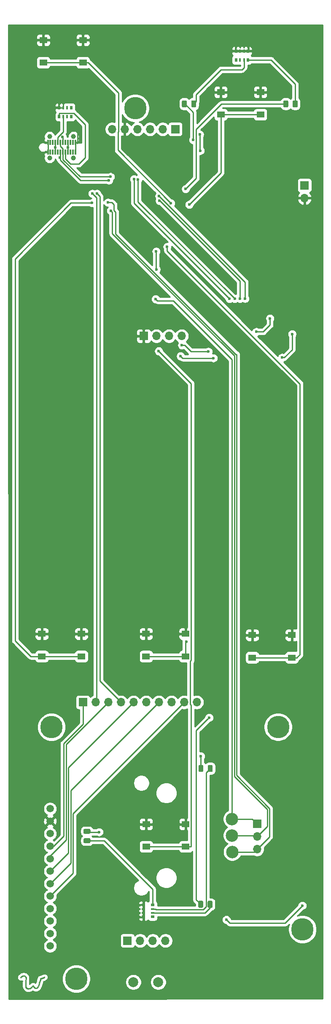
<source format=gbr>
G04 #@! TF.GenerationSoftware,KiCad,Pcbnew,5.1.5*
G04 #@! TF.CreationDate,2020-03-20T22:46:19-05:00*
G04 #@! TF.ProjectId,Reflow,5265666c-6f77-42e6-9b69-6361645f7063,rev?*
G04 #@! TF.SameCoordinates,Original*
G04 #@! TF.FileFunction,Copper,L1,Top*
G04 #@! TF.FilePolarity,Positive*
%FSLAX46Y46*%
G04 Gerber Fmt 4.6, Leading zero omitted, Abs format (unit mm)*
G04 Created by KiCad (PCBNEW 5.1.5) date 2020-03-20 22:46:19*
%MOMM*%
%LPD*%
G04 APERTURE LIST*
%ADD10C,0.010000*%
%ADD11C,4.500000*%
%ADD12C,0.100000*%
%ADD13R,0.300000X1.000000*%
%ADD14C,1.000000*%
%ADD15C,2.000000*%
%ADD16R,1.700000X1.700000*%
%ADD17O,1.700000X1.700000*%
%ADD18C,1.500000*%
%ADD19R,0.500000X0.800000*%
%ADD20R,0.400000X0.800000*%
%ADD21R,1.550000X1.300000*%
%ADD22C,2.500000*%
%ADD23R,0.800000X0.500000*%
%ADD24R,0.800000X0.400000*%
%ADD25C,0.600000*%
%ADD26C,0.250000*%
%ADD27C,0.254000*%
G04 APERTURE END LIST*
D10*
G36*
X170389413Y-242359101D02*
G01*
X170572476Y-242451441D01*
X170708408Y-242585243D01*
X170715789Y-242596445D01*
X170754296Y-242666560D01*
X170775787Y-242741161D01*
X170782260Y-242841906D01*
X170775713Y-242990454D01*
X170764912Y-243129000D01*
X170751318Y-243337176D01*
X170740127Y-243595106D01*
X170732606Y-243867886D01*
X170730038Y-244089064D01*
X170730779Y-244321042D01*
X170735613Y-244485025D01*
X170746695Y-244597664D01*
X170766180Y-244675610D01*
X170796225Y-244735512D01*
X170817732Y-244766397D01*
X170903602Y-244851274D01*
X171017178Y-244891004D01*
X171090016Y-244899227D01*
X171337890Y-244880096D01*
X171565719Y-244782890D01*
X171779344Y-244604818D01*
X171834224Y-244543825D01*
X171938892Y-244430241D01*
X172029066Y-244348178D01*
X172086141Y-244314453D01*
X172088112Y-244314334D01*
X172143755Y-244347452D01*
X172217182Y-244431096D01*
X172249505Y-244478393D01*
X172396869Y-244669127D01*
X172546913Y-244783226D01*
X172694284Y-244819020D01*
X172833631Y-244774837D01*
X172927971Y-244690223D01*
X173008653Y-244581415D01*
X173078934Y-244453458D01*
X173146082Y-244289221D01*
X173217364Y-244071574D01*
X173275985Y-243869834D01*
X173335450Y-243659010D01*
X173397683Y-243439557D01*
X173451333Y-243251471D01*
X173462246Y-243213442D01*
X173541416Y-242938050D01*
X173969565Y-242774582D01*
X174187567Y-242695972D01*
X174335998Y-242653703D01*
X174421001Y-242646227D01*
X174442145Y-242655545D01*
X174472677Y-242714474D01*
X174439740Y-242774145D01*
X174337286Y-242839634D01*
X174159270Y-242916021D01*
X174109887Y-242934600D01*
X173950263Y-242996840D01*
X173819296Y-243053866D01*
X173739270Y-243095783D01*
X173728527Y-243103933D01*
X173700315Y-243160037D01*
X173656526Y-243281746D01*
X173602553Y-243452637D01*
X173543790Y-243656288D01*
X173527251Y-243716804D01*
X173416737Y-244098610D01*
X173310651Y-244403568D01*
X173204846Y-244639062D01*
X173095173Y-244812475D01*
X172977485Y-244931190D01*
X172847635Y-245002591D01*
X172796069Y-245018398D01*
X172622379Y-245021191D01*
X172438574Y-244954646D01*
X172266259Y-244827924D01*
X172212569Y-244770944D01*
X172061511Y-244594467D01*
X171891542Y-244771355D01*
X171707034Y-244937866D01*
X171523712Y-245040737D01*
X171310918Y-245094778D01*
X171196413Y-245107186D01*
X171038971Y-245113485D01*
X170929906Y-245097957D01*
X170834244Y-245053620D01*
X170792334Y-245026552D01*
X170664087Y-244898677D01*
X170572698Y-244711493D01*
X170517655Y-244461317D01*
X170498449Y-244144461D01*
X170514569Y-243757242D01*
X170559182Y-243343076D01*
X170587945Y-243091873D01*
X170595189Y-242908459D01*
X170577137Y-242777833D01*
X170530009Y-242684997D01*
X170450027Y-242614951D01*
X170363702Y-242567122D01*
X170218658Y-242522101D01*
X170080297Y-242540585D01*
X169932541Y-242627350D01*
X169816579Y-242729650D01*
X169721116Y-242815110D01*
X169658509Y-242845811D01*
X169606292Y-242831090D01*
X169593527Y-242822361D01*
X169546073Y-242777661D01*
X169552352Y-242728669D01*
X169590525Y-242669482D01*
X169699960Y-242556072D01*
X169852501Y-242449287D01*
X170017405Y-242366782D01*
X170163928Y-242326212D01*
X170190974Y-242324667D01*
X170389413Y-242359101D01*
G37*
X170389413Y-242359101D02*
X170572476Y-242451441D01*
X170708408Y-242585243D01*
X170715789Y-242596445D01*
X170754296Y-242666560D01*
X170775787Y-242741161D01*
X170782260Y-242841906D01*
X170775713Y-242990454D01*
X170764912Y-243129000D01*
X170751318Y-243337176D01*
X170740127Y-243595106D01*
X170732606Y-243867886D01*
X170730038Y-244089064D01*
X170730779Y-244321042D01*
X170735613Y-244485025D01*
X170746695Y-244597664D01*
X170766180Y-244675610D01*
X170796225Y-244735512D01*
X170817732Y-244766397D01*
X170903602Y-244851274D01*
X171017178Y-244891004D01*
X171090016Y-244899227D01*
X171337890Y-244880096D01*
X171565719Y-244782890D01*
X171779344Y-244604818D01*
X171834224Y-244543825D01*
X171938892Y-244430241D01*
X172029066Y-244348178D01*
X172086141Y-244314453D01*
X172088112Y-244314334D01*
X172143755Y-244347452D01*
X172217182Y-244431096D01*
X172249505Y-244478393D01*
X172396869Y-244669127D01*
X172546913Y-244783226D01*
X172694284Y-244819020D01*
X172833631Y-244774837D01*
X172927971Y-244690223D01*
X173008653Y-244581415D01*
X173078934Y-244453458D01*
X173146082Y-244289221D01*
X173217364Y-244071574D01*
X173275985Y-243869834D01*
X173335450Y-243659010D01*
X173397683Y-243439557D01*
X173451333Y-243251471D01*
X173462246Y-243213442D01*
X173541416Y-242938050D01*
X173969565Y-242774582D01*
X174187567Y-242695972D01*
X174335998Y-242653703D01*
X174421001Y-242646227D01*
X174442145Y-242655545D01*
X174472677Y-242714474D01*
X174439740Y-242774145D01*
X174337286Y-242839634D01*
X174159270Y-242916021D01*
X174109887Y-242934600D01*
X173950263Y-242996840D01*
X173819296Y-243053866D01*
X173739270Y-243095783D01*
X173728527Y-243103933D01*
X173700315Y-243160037D01*
X173656526Y-243281746D01*
X173602553Y-243452637D01*
X173543790Y-243656288D01*
X173527251Y-243716804D01*
X173416737Y-244098610D01*
X173310651Y-244403568D01*
X173204846Y-244639062D01*
X173095173Y-244812475D01*
X172977485Y-244931190D01*
X172847635Y-245002591D01*
X172796069Y-245018398D01*
X172622379Y-245021191D01*
X172438574Y-244954646D01*
X172266259Y-244827924D01*
X172212569Y-244770944D01*
X172061511Y-244594467D01*
X171891542Y-244771355D01*
X171707034Y-244937866D01*
X171523712Y-245040737D01*
X171310918Y-245094778D01*
X171196413Y-245107186D01*
X171038971Y-245113485D01*
X170929906Y-245097957D01*
X170834244Y-245053620D01*
X170792334Y-245026552D01*
X170664087Y-244898677D01*
X170572698Y-244711493D01*
X170517655Y-244461317D01*
X170498449Y-244144461D01*
X170514569Y-243757242D01*
X170559182Y-243343076D01*
X170587945Y-243091873D01*
X170595189Y-242908459D01*
X170577137Y-242777833D01*
X170530009Y-242684997D01*
X170450027Y-242614951D01*
X170363702Y-242567122D01*
X170218658Y-242522101D01*
X170080297Y-242540585D01*
X169932541Y-242627350D01*
X169816579Y-242729650D01*
X169721116Y-242815110D01*
X169658509Y-242845811D01*
X169606292Y-242831090D01*
X169593527Y-242822361D01*
X169546073Y-242777661D01*
X169552352Y-242728669D01*
X169590525Y-242669482D01*
X169699960Y-242556072D01*
X169852501Y-242449287D01*
X170017405Y-242366782D01*
X170163928Y-242326212D01*
X170190974Y-242324667D01*
X170389413Y-242359101D01*
D11*
X175810000Y-192580000D03*
X221300000Y-192550000D03*
X192600000Y-68530000D03*
X180760000Y-243050000D03*
X226200000Y-233130000D03*
G04 #@! TA.AperFunction,SMDPad,CuDef*
D12*
G36*
X204617642Y-66976174D02*
G01*
X204641303Y-66979684D01*
X204664507Y-66985496D01*
X204687029Y-66993554D01*
X204708653Y-67003782D01*
X204729170Y-67016079D01*
X204748383Y-67030329D01*
X204766107Y-67046393D01*
X204782171Y-67064117D01*
X204796421Y-67083330D01*
X204808718Y-67103847D01*
X204818946Y-67125471D01*
X204827004Y-67147993D01*
X204832816Y-67171197D01*
X204836326Y-67194858D01*
X204837500Y-67218750D01*
X204837500Y-68131250D01*
X204836326Y-68155142D01*
X204832816Y-68178803D01*
X204827004Y-68202007D01*
X204818946Y-68224529D01*
X204808718Y-68246153D01*
X204796421Y-68266670D01*
X204782171Y-68285883D01*
X204766107Y-68303607D01*
X204748383Y-68319671D01*
X204729170Y-68333921D01*
X204708653Y-68346218D01*
X204687029Y-68356446D01*
X204664507Y-68364504D01*
X204641303Y-68370316D01*
X204617642Y-68373826D01*
X204593750Y-68375000D01*
X204106250Y-68375000D01*
X204082358Y-68373826D01*
X204058697Y-68370316D01*
X204035493Y-68364504D01*
X204012971Y-68356446D01*
X203991347Y-68346218D01*
X203970830Y-68333921D01*
X203951617Y-68319671D01*
X203933893Y-68303607D01*
X203917829Y-68285883D01*
X203903579Y-68266670D01*
X203891282Y-68246153D01*
X203881054Y-68224529D01*
X203872996Y-68202007D01*
X203867184Y-68178803D01*
X203863674Y-68155142D01*
X203862500Y-68131250D01*
X203862500Y-67218750D01*
X203863674Y-67194858D01*
X203867184Y-67171197D01*
X203872996Y-67147993D01*
X203881054Y-67125471D01*
X203891282Y-67103847D01*
X203903579Y-67083330D01*
X203917829Y-67064117D01*
X203933893Y-67046393D01*
X203951617Y-67030329D01*
X203970830Y-67016079D01*
X203991347Y-67003782D01*
X204012971Y-66993554D01*
X204035493Y-66985496D01*
X204058697Y-66979684D01*
X204082358Y-66976174D01*
X204106250Y-66975000D01*
X204593750Y-66975000D01*
X204617642Y-66976174D01*
G37*
G04 #@! TD.AperFunction*
G04 #@! TA.AperFunction,SMDPad,CuDef*
G36*
X202742642Y-66976174D02*
G01*
X202766303Y-66979684D01*
X202789507Y-66985496D01*
X202812029Y-66993554D01*
X202833653Y-67003782D01*
X202854170Y-67016079D01*
X202873383Y-67030329D01*
X202891107Y-67046393D01*
X202907171Y-67064117D01*
X202921421Y-67083330D01*
X202933718Y-67103847D01*
X202943946Y-67125471D01*
X202952004Y-67147993D01*
X202957816Y-67171197D01*
X202961326Y-67194858D01*
X202962500Y-67218750D01*
X202962500Y-68131250D01*
X202961326Y-68155142D01*
X202957816Y-68178803D01*
X202952004Y-68202007D01*
X202943946Y-68224529D01*
X202933718Y-68246153D01*
X202921421Y-68266670D01*
X202907171Y-68285883D01*
X202891107Y-68303607D01*
X202873383Y-68319671D01*
X202854170Y-68333921D01*
X202833653Y-68346218D01*
X202812029Y-68356446D01*
X202789507Y-68364504D01*
X202766303Y-68370316D01*
X202742642Y-68373826D01*
X202718750Y-68375000D01*
X202231250Y-68375000D01*
X202207358Y-68373826D01*
X202183697Y-68370316D01*
X202160493Y-68364504D01*
X202137971Y-68356446D01*
X202116347Y-68346218D01*
X202095830Y-68333921D01*
X202076617Y-68319671D01*
X202058893Y-68303607D01*
X202042829Y-68285883D01*
X202028579Y-68266670D01*
X202016282Y-68246153D01*
X202006054Y-68224529D01*
X201997996Y-68202007D01*
X201992184Y-68178803D01*
X201988674Y-68155142D01*
X201987500Y-68131250D01*
X201987500Y-67218750D01*
X201988674Y-67194858D01*
X201992184Y-67171197D01*
X201997996Y-67147993D01*
X202006054Y-67125471D01*
X202016282Y-67103847D01*
X202028579Y-67083330D01*
X202042829Y-67064117D01*
X202058893Y-67046393D01*
X202076617Y-67030329D01*
X202095830Y-67016079D01*
X202116347Y-67003782D01*
X202137971Y-66993554D01*
X202160493Y-66985496D01*
X202183697Y-66979684D01*
X202207358Y-66976174D01*
X202231250Y-66975000D01*
X202718750Y-66975000D01*
X202742642Y-66976174D01*
G37*
G04 #@! TD.AperFunction*
G04 #@! TA.AperFunction,SMDPad,CuDef*
G36*
X224992642Y-66976174D02*
G01*
X225016303Y-66979684D01*
X225039507Y-66985496D01*
X225062029Y-66993554D01*
X225083653Y-67003782D01*
X225104170Y-67016079D01*
X225123383Y-67030329D01*
X225141107Y-67046393D01*
X225157171Y-67064117D01*
X225171421Y-67083330D01*
X225183718Y-67103847D01*
X225193946Y-67125471D01*
X225202004Y-67147993D01*
X225207816Y-67171197D01*
X225211326Y-67194858D01*
X225212500Y-67218750D01*
X225212500Y-68131250D01*
X225211326Y-68155142D01*
X225207816Y-68178803D01*
X225202004Y-68202007D01*
X225193946Y-68224529D01*
X225183718Y-68246153D01*
X225171421Y-68266670D01*
X225157171Y-68285883D01*
X225141107Y-68303607D01*
X225123383Y-68319671D01*
X225104170Y-68333921D01*
X225083653Y-68346218D01*
X225062029Y-68356446D01*
X225039507Y-68364504D01*
X225016303Y-68370316D01*
X224992642Y-68373826D01*
X224968750Y-68375000D01*
X224481250Y-68375000D01*
X224457358Y-68373826D01*
X224433697Y-68370316D01*
X224410493Y-68364504D01*
X224387971Y-68356446D01*
X224366347Y-68346218D01*
X224345830Y-68333921D01*
X224326617Y-68319671D01*
X224308893Y-68303607D01*
X224292829Y-68285883D01*
X224278579Y-68266670D01*
X224266282Y-68246153D01*
X224256054Y-68224529D01*
X224247996Y-68202007D01*
X224242184Y-68178803D01*
X224238674Y-68155142D01*
X224237500Y-68131250D01*
X224237500Y-67218750D01*
X224238674Y-67194858D01*
X224242184Y-67171197D01*
X224247996Y-67147993D01*
X224256054Y-67125471D01*
X224266282Y-67103847D01*
X224278579Y-67083330D01*
X224292829Y-67064117D01*
X224308893Y-67046393D01*
X224326617Y-67030329D01*
X224345830Y-67016079D01*
X224366347Y-67003782D01*
X224387971Y-66993554D01*
X224410493Y-66985496D01*
X224433697Y-66979684D01*
X224457358Y-66976174D01*
X224481250Y-66975000D01*
X224968750Y-66975000D01*
X224992642Y-66976174D01*
G37*
G04 #@! TD.AperFunction*
G04 #@! TA.AperFunction,SMDPad,CuDef*
G36*
X223117642Y-66976174D02*
G01*
X223141303Y-66979684D01*
X223164507Y-66985496D01*
X223187029Y-66993554D01*
X223208653Y-67003782D01*
X223229170Y-67016079D01*
X223248383Y-67030329D01*
X223266107Y-67046393D01*
X223282171Y-67064117D01*
X223296421Y-67083330D01*
X223308718Y-67103847D01*
X223318946Y-67125471D01*
X223327004Y-67147993D01*
X223332816Y-67171197D01*
X223336326Y-67194858D01*
X223337500Y-67218750D01*
X223337500Y-68131250D01*
X223336326Y-68155142D01*
X223332816Y-68178803D01*
X223327004Y-68202007D01*
X223318946Y-68224529D01*
X223308718Y-68246153D01*
X223296421Y-68266670D01*
X223282171Y-68285883D01*
X223266107Y-68303607D01*
X223248383Y-68319671D01*
X223229170Y-68333921D01*
X223208653Y-68346218D01*
X223187029Y-68356446D01*
X223164507Y-68364504D01*
X223141303Y-68370316D01*
X223117642Y-68373826D01*
X223093750Y-68375000D01*
X222606250Y-68375000D01*
X222582358Y-68373826D01*
X222558697Y-68370316D01*
X222535493Y-68364504D01*
X222512971Y-68356446D01*
X222491347Y-68346218D01*
X222470830Y-68333921D01*
X222451617Y-68319671D01*
X222433893Y-68303607D01*
X222417829Y-68285883D01*
X222403579Y-68266670D01*
X222391282Y-68246153D01*
X222381054Y-68224529D01*
X222372996Y-68202007D01*
X222367184Y-68178803D01*
X222363674Y-68155142D01*
X222362500Y-68131250D01*
X222362500Y-67218750D01*
X222363674Y-67194858D01*
X222367184Y-67171197D01*
X222372996Y-67147993D01*
X222381054Y-67125471D01*
X222391282Y-67103847D01*
X222403579Y-67083330D01*
X222417829Y-67064117D01*
X222433893Y-67046393D01*
X222451617Y-67030329D01*
X222470830Y-67016079D01*
X222491347Y-67003782D01*
X222512971Y-66993554D01*
X222535493Y-66985496D01*
X222558697Y-66979684D01*
X222582358Y-66976174D01*
X222606250Y-66975000D01*
X223093750Y-66975000D01*
X223117642Y-66976174D01*
G37*
G04 #@! TD.AperFunction*
G04 #@! TA.AperFunction,SMDPad,CuDef*
G36*
X183405142Y-212988674D02*
G01*
X183428803Y-212992184D01*
X183452007Y-212997996D01*
X183474529Y-213006054D01*
X183496153Y-213016282D01*
X183516670Y-213028579D01*
X183535883Y-213042829D01*
X183553607Y-213058893D01*
X183569671Y-213076617D01*
X183583921Y-213095830D01*
X183596218Y-213116347D01*
X183606446Y-213137971D01*
X183614504Y-213160493D01*
X183620316Y-213183697D01*
X183623826Y-213207358D01*
X183625000Y-213231250D01*
X183625000Y-213718750D01*
X183623826Y-213742642D01*
X183620316Y-213766303D01*
X183614504Y-213789507D01*
X183606446Y-213812029D01*
X183596218Y-213833653D01*
X183583921Y-213854170D01*
X183569671Y-213873383D01*
X183553607Y-213891107D01*
X183535883Y-213907171D01*
X183516670Y-213921421D01*
X183496153Y-213933718D01*
X183474529Y-213943946D01*
X183452007Y-213952004D01*
X183428803Y-213957816D01*
X183405142Y-213961326D01*
X183381250Y-213962500D01*
X182468750Y-213962500D01*
X182444858Y-213961326D01*
X182421197Y-213957816D01*
X182397993Y-213952004D01*
X182375471Y-213943946D01*
X182353847Y-213933718D01*
X182333330Y-213921421D01*
X182314117Y-213907171D01*
X182296393Y-213891107D01*
X182280329Y-213873383D01*
X182266079Y-213854170D01*
X182253782Y-213833653D01*
X182243554Y-213812029D01*
X182235496Y-213789507D01*
X182229684Y-213766303D01*
X182226174Y-213742642D01*
X182225000Y-213718750D01*
X182225000Y-213231250D01*
X182226174Y-213207358D01*
X182229684Y-213183697D01*
X182235496Y-213160493D01*
X182243554Y-213137971D01*
X182253782Y-213116347D01*
X182266079Y-213095830D01*
X182280329Y-213076617D01*
X182296393Y-213058893D01*
X182314117Y-213042829D01*
X182333330Y-213028579D01*
X182353847Y-213016282D01*
X182375471Y-213006054D01*
X182397993Y-212997996D01*
X182421197Y-212992184D01*
X182444858Y-212988674D01*
X182468750Y-212987500D01*
X183381250Y-212987500D01*
X183405142Y-212988674D01*
G37*
G04 #@! TD.AperFunction*
G04 #@! TA.AperFunction,SMDPad,CuDef*
G36*
X183405142Y-214863674D02*
G01*
X183428803Y-214867184D01*
X183452007Y-214872996D01*
X183474529Y-214881054D01*
X183496153Y-214891282D01*
X183516670Y-214903579D01*
X183535883Y-214917829D01*
X183553607Y-214933893D01*
X183569671Y-214951617D01*
X183583921Y-214970830D01*
X183596218Y-214991347D01*
X183606446Y-215012971D01*
X183614504Y-215035493D01*
X183620316Y-215058697D01*
X183623826Y-215082358D01*
X183625000Y-215106250D01*
X183625000Y-215593750D01*
X183623826Y-215617642D01*
X183620316Y-215641303D01*
X183614504Y-215664507D01*
X183606446Y-215687029D01*
X183596218Y-215708653D01*
X183583921Y-215729170D01*
X183569671Y-215748383D01*
X183553607Y-215766107D01*
X183535883Y-215782171D01*
X183516670Y-215796421D01*
X183496153Y-215808718D01*
X183474529Y-215818946D01*
X183452007Y-215827004D01*
X183428803Y-215832816D01*
X183405142Y-215836326D01*
X183381250Y-215837500D01*
X182468750Y-215837500D01*
X182444858Y-215836326D01*
X182421197Y-215832816D01*
X182397993Y-215827004D01*
X182375471Y-215818946D01*
X182353847Y-215808718D01*
X182333330Y-215796421D01*
X182314117Y-215782171D01*
X182296393Y-215766107D01*
X182280329Y-215748383D01*
X182266079Y-215729170D01*
X182253782Y-215708653D01*
X182243554Y-215687029D01*
X182235496Y-215664507D01*
X182229684Y-215641303D01*
X182226174Y-215617642D01*
X182225000Y-215593750D01*
X182225000Y-215106250D01*
X182226174Y-215082358D01*
X182229684Y-215058697D01*
X182235496Y-215035493D01*
X182243554Y-215012971D01*
X182253782Y-214991347D01*
X182266079Y-214970830D01*
X182280329Y-214951617D01*
X182296393Y-214933893D01*
X182314117Y-214917829D01*
X182333330Y-214903579D01*
X182353847Y-214891282D01*
X182375471Y-214881054D01*
X182397993Y-214872996D01*
X182421197Y-214867184D01*
X182444858Y-214863674D01*
X182468750Y-214862500D01*
X183381250Y-214862500D01*
X183405142Y-214863674D01*
G37*
G04 #@! TD.AperFunction*
G04 #@! TA.AperFunction,SMDPad,CuDef*
G36*
X206067642Y-200176174D02*
G01*
X206091303Y-200179684D01*
X206114507Y-200185496D01*
X206137029Y-200193554D01*
X206158653Y-200203782D01*
X206179170Y-200216079D01*
X206198383Y-200230329D01*
X206216107Y-200246393D01*
X206232171Y-200264117D01*
X206246421Y-200283330D01*
X206258718Y-200303847D01*
X206268946Y-200325471D01*
X206277004Y-200347993D01*
X206282816Y-200371197D01*
X206286326Y-200394858D01*
X206287500Y-200418750D01*
X206287500Y-201331250D01*
X206286326Y-201355142D01*
X206282816Y-201378803D01*
X206277004Y-201402007D01*
X206268946Y-201424529D01*
X206258718Y-201446153D01*
X206246421Y-201466670D01*
X206232171Y-201485883D01*
X206216107Y-201503607D01*
X206198383Y-201519671D01*
X206179170Y-201533921D01*
X206158653Y-201546218D01*
X206137029Y-201556446D01*
X206114507Y-201564504D01*
X206091303Y-201570316D01*
X206067642Y-201573826D01*
X206043750Y-201575000D01*
X205556250Y-201575000D01*
X205532358Y-201573826D01*
X205508697Y-201570316D01*
X205485493Y-201564504D01*
X205462971Y-201556446D01*
X205441347Y-201546218D01*
X205420830Y-201533921D01*
X205401617Y-201519671D01*
X205383893Y-201503607D01*
X205367829Y-201485883D01*
X205353579Y-201466670D01*
X205341282Y-201446153D01*
X205331054Y-201424529D01*
X205322996Y-201402007D01*
X205317184Y-201378803D01*
X205313674Y-201355142D01*
X205312500Y-201331250D01*
X205312500Y-200418750D01*
X205313674Y-200394858D01*
X205317184Y-200371197D01*
X205322996Y-200347993D01*
X205331054Y-200325471D01*
X205341282Y-200303847D01*
X205353579Y-200283330D01*
X205367829Y-200264117D01*
X205383893Y-200246393D01*
X205401617Y-200230329D01*
X205420830Y-200216079D01*
X205441347Y-200203782D01*
X205462971Y-200193554D01*
X205485493Y-200185496D01*
X205508697Y-200179684D01*
X205532358Y-200176174D01*
X205556250Y-200175000D01*
X206043750Y-200175000D01*
X206067642Y-200176174D01*
G37*
G04 #@! TD.AperFunction*
G04 #@! TA.AperFunction,SMDPad,CuDef*
G36*
X207942642Y-200176174D02*
G01*
X207966303Y-200179684D01*
X207989507Y-200185496D01*
X208012029Y-200193554D01*
X208033653Y-200203782D01*
X208054170Y-200216079D01*
X208073383Y-200230329D01*
X208091107Y-200246393D01*
X208107171Y-200264117D01*
X208121421Y-200283330D01*
X208133718Y-200303847D01*
X208143946Y-200325471D01*
X208152004Y-200347993D01*
X208157816Y-200371197D01*
X208161326Y-200394858D01*
X208162500Y-200418750D01*
X208162500Y-201331250D01*
X208161326Y-201355142D01*
X208157816Y-201378803D01*
X208152004Y-201402007D01*
X208143946Y-201424529D01*
X208133718Y-201446153D01*
X208121421Y-201466670D01*
X208107171Y-201485883D01*
X208091107Y-201503607D01*
X208073383Y-201519671D01*
X208054170Y-201533921D01*
X208033653Y-201546218D01*
X208012029Y-201556446D01*
X207989507Y-201564504D01*
X207966303Y-201570316D01*
X207942642Y-201573826D01*
X207918750Y-201575000D01*
X207431250Y-201575000D01*
X207407358Y-201573826D01*
X207383697Y-201570316D01*
X207360493Y-201564504D01*
X207337971Y-201556446D01*
X207316347Y-201546218D01*
X207295830Y-201533921D01*
X207276617Y-201519671D01*
X207258893Y-201503607D01*
X207242829Y-201485883D01*
X207228579Y-201466670D01*
X207216282Y-201446153D01*
X207206054Y-201424529D01*
X207197996Y-201402007D01*
X207192184Y-201378803D01*
X207188674Y-201355142D01*
X207187500Y-201331250D01*
X207187500Y-200418750D01*
X207188674Y-200394858D01*
X207192184Y-200371197D01*
X207197996Y-200347993D01*
X207206054Y-200325471D01*
X207216282Y-200303847D01*
X207228579Y-200283330D01*
X207242829Y-200264117D01*
X207258893Y-200246393D01*
X207276617Y-200230329D01*
X207295830Y-200216079D01*
X207316347Y-200203782D01*
X207337971Y-200193554D01*
X207360493Y-200185496D01*
X207383697Y-200179684D01*
X207407358Y-200176174D01*
X207431250Y-200175000D01*
X207918750Y-200175000D01*
X207942642Y-200176174D01*
G37*
G04 #@! TD.AperFunction*
G04 #@! TA.AperFunction,SMDPad,CuDef*
G36*
X207905142Y-227401174D02*
G01*
X207928803Y-227404684D01*
X207952007Y-227410496D01*
X207974529Y-227418554D01*
X207996153Y-227428782D01*
X208016670Y-227441079D01*
X208035883Y-227455329D01*
X208053607Y-227471393D01*
X208069671Y-227489117D01*
X208083921Y-227508330D01*
X208096218Y-227528847D01*
X208106446Y-227550471D01*
X208114504Y-227572993D01*
X208120316Y-227596197D01*
X208123826Y-227619858D01*
X208125000Y-227643750D01*
X208125000Y-228556250D01*
X208123826Y-228580142D01*
X208120316Y-228603803D01*
X208114504Y-228627007D01*
X208106446Y-228649529D01*
X208096218Y-228671153D01*
X208083921Y-228691670D01*
X208069671Y-228710883D01*
X208053607Y-228728607D01*
X208035883Y-228744671D01*
X208016670Y-228758921D01*
X207996153Y-228771218D01*
X207974529Y-228781446D01*
X207952007Y-228789504D01*
X207928803Y-228795316D01*
X207905142Y-228798826D01*
X207881250Y-228800000D01*
X207393750Y-228800000D01*
X207369858Y-228798826D01*
X207346197Y-228795316D01*
X207322993Y-228789504D01*
X207300471Y-228781446D01*
X207278847Y-228771218D01*
X207258330Y-228758921D01*
X207239117Y-228744671D01*
X207221393Y-228728607D01*
X207205329Y-228710883D01*
X207191079Y-228691670D01*
X207178782Y-228671153D01*
X207168554Y-228649529D01*
X207160496Y-228627007D01*
X207154684Y-228603803D01*
X207151174Y-228580142D01*
X207150000Y-228556250D01*
X207150000Y-227643750D01*
X207151174Y-227619858D01*
X207154684Y-227596197D01*
X207160496Y-227572993D01*
X207168554Y-227550471D01*
X207178782Y-227528847D01*
X207191079Y-227508330D01*
X207205329Y-227489117D01*
X207221393Y-227471393D01*
X207239117Y-227455329D01*
X207258330Y-227441079D01*
X207278847Y-227428782D01*
X207300471Y-227418554D01*
X207322993Y-227410496D01*
X207346197Y-227404684D01*
X207369858Y-227401174D01*
X207393750Y-227400000D01*
X207881250Y-227400000D01*
X207905142Y-227401174D01*
G37*
G04 #@! TD.AperFunction*
G04 #@! TA.AperFunction,SMDPad,CuDef*
G36*
X206030142Y-227401174D02*
G01*
X206053803Y-227404684D01*
X206077007Y-227410496D01*
X206099529Y-227418554D01*
X206121153Y-227428782D01*
X206141670Y-227441079D01*
X206160883Y-227455329D01*
X206178607Y-227471393D01*
X206194671Y-227489117D01*
X206208921Y-227508330D01*
X206221218Y-227528847D01*
X206231446Y-227550471D01*
X206239504Y-227572993D01*
X206245316Y-227596197D01*
X206248826Y-227619858D01*
X206250000Y-227643750D01*
X206250000Y-228556250D01*
X206248826Y-228580142D01*
X206245316Y-228603803D01*
X206239504Y-228627007D01*
X206231446Y-228649529D01*
X206221218Y-228671153D01*
X206208921Y-228691670D01*
X206194671Y-228710883D01*
X206178607Y-228728607D01*
X206160883Y-228744671D01*
X206141670Y-228758921D01*
X206121153Y-228771218D01*
X206099529Y-228781446D01*
X206077007Y-228789504D01*
X206053803Y-228795316D01*
X206030142Y-228798826D01*
X206006250Y-228800000D01*
X205518750Y-228800000D01*
X205494858Y-228798826D01*
X205471197Y-228795316D01*
X205447993Y-228789504D01*
X205425471Y-228781446D01*
X205403847Y-228771218D01*
X205383330Y-228758921D01*
X205364117Y-228744671D01*
X205346393Y-228728607D01*
X205330329Y-228710883D01*
X205316079Y-228691670D01*
X205303782Y-228671153D01*
X205293554Y-228649529D01*
X205285496Y-228627007D01*
X205279684Y-228603803D01*
X205276174Y-228580142D01*
X205275000Y-228556250D01*
X205275000Y-227643750D01*
X205276174Y-227619858D01*
X205279684Y-227596197D01*
X205285496Y-227572993D01*
X205293554Y-227550471D01*
X205303782Y-227528847D01*
X205316079Y-227508330D01*
X205330329Y-227489117D01*
X205346393Y-227471393D01*
X205364117Y-227455329D01*
X205383330Y-227441079D01*
X205403847Y-227428782D01*
X205425471Y-227418554D01*
X205447993Y-227410496D01*
X205471197Y-227404684D01*
X205494858Y-227401174D01*
X205518750Y-227400000D01*
X206006250Y-227400000D01*
X206030142Y-227401174D01*
G37*
G04 #@! TD.AperFunction*
D13*
X175075000Y-75425000D03*
X175575000Y-75425000D03*
X176075000Y-75425000D03*
X176575000Y-75425000D03*
X177075000Y-75425000D03*
X177575000Y-75425000D03*
X178075000Y-75425000D03*
X178575000Y-75425000D03*
X179075000Y-75425000D03*
X179575000Y-75425000D03*
X180075000Y-75425000D03*
X180575000Y-75425000D03*
X180575000Y-77325000D03*
X180075000Y-77325000D03*
X179575000Y-77325000D03*
X179075000Y-77325000D03*
X178575000Y-77325000D03*
X178075000Y-77325000D03*
X177575000Y-77325000D03*
X177075000Y-77325000D03*
X176575000Y-77325000D03*
X176075000Y-77325000D03*
X175575000Y-77325000D03*
X175075000Y-77325000D03*
D14*
X180225000Y-74225000D03*
X180225000Y-78525000D03*
X175425000Y-78525000D03*
X175425000Y-74225000D03*
D15*
X192240000Y-243700000D03*
X197240000Y-243700000D03*
D16*
X182110000Y-187600000D03*
D17*
X184650000Y-187600000D03*
X187190000Y-187600000D03*
X189730000Y-187600000D03*
X192270000Y-187600000D03*
X194810000Y-187600000D03*
X197350000Y-187600000D03*
X199890000Y-187600000D03*
X202430000Y-187600000D03*
X204970000Y-187600000D03*
D18*
X175525000Y-221450000D03*
X175525000Y-218950000D03*
X175525000Y-216450000D03*
X175525000Y-213950000D03*
X175525000Y-211450000D03*
X175525000Y-208950000D03*
X175525000Y-223950000D03*
X175525000Y-226450000D03*
X175525000Y-228950000D03*
X175525000Y-231450000D03*
X175525000Y-233950000D03*
X175525000Y-236450000D03*
D16*
X191060000Y-235390000D03*
D17*
X193600000Y-235390000D03*
X196140000Y-235390000D03*
X198680000Y-235390000D03*
D16*
X200655000Y-72750000D03*
D17*
X198115000Y-72750000D03*
X195575000Y-72750000D03*
X193035000Y-72750000D03*
X190495000Y-72750000D03*
X187955000Y-72750000D03*
D16*
X226600000Y-84010000D03*
D17*
X226600000Y-86550000D03*
D16*
X217075000Y-211975000D03*
D17*
X217075000Y-214515000D03*
X217075000Y-217055000D03*
D19*
X177350000Y-70250000D03*
D20*
X178950000Y-70250000D03*
X178150000Y-70250000D03*
D19*
X179750000Y-70250000D03*
D20*
X178150000Y-68450000D03*
D19*
X177350000Y-68450000D03*
D20*
X178950000Y-68450000D03*
D19*
X179750000Y-68450000D03*
X215250000Y-57075000D03*
D20*
X213650000Y-57075000D03*
X214450000Y-57075000D03*
D19*
X212850000Y-57075000D03*
D20*
X214450000Y-58875000D03*
D19*
X215250000Y-58875000D03*
D20*
X213650000Y-58875000D03*
D19*
X212850000Y-58875000D03*
D21*
X182125000Y-59400000D03*
X182125000Y-54900000D03*
X174175000Y-54900000D03*
X174175000Y-59400000D03*
X209800000Y-69825000D03*
X209800000Y-65325000D03*
X217750000Y-65325000D03*
X217750000Y-69825000D03*
X216100000Y-178650000D03*
X216100000Y-174150000D03*
X224050000Y-174150000D03*
X224050000Y-178650000D03*
X173850000Y-178400000D03*
X173850000Y-173900000D03*
X181800000Y-173900000D03*
X181800000Y-178400000D03*
X202725000Y-178400000D03*
X202725000Y-173900000D03*
X194775000Y-173900000D03*
X194775000Y-178400000D03*
D22*
X212050000Y-214300000D03*
X212050000Y-211000000D03*
X212100000Y-217600000D03*
D21*
X194800000Y-216550000D03*
X194800000Y-212050000D03*
X202750000Y-212050000D03*
X202750000Y-216550000D03*
D23*
X194275000Y-228225000D03*
D24*
X194275000Y-229825000D03*
X194275000Y-229025000D03*
D23*
X194275000Y-230625000D03*
D24*
X196075000Y-229025000D03*
D23*
X196075000Y-228225000D03*
D24*
X196075000Y-229825000D03*
D23*
X196075000Y-230625000D03*
D16*
X194320000Y-114190000D03*
D17*
X196860000Y-114190000D03*
X199400000Y-114190000D03*
X201940000Y-114190000D03*
D25*
X176575000Y-76375000D03*
X179075000Y-76375000D03*
X217730000Y-62850000D03*
X210200000Y-62820000D03*
X188140000Y-81430000D03*
X198380000Y-76760000D03*
X202960000Y-86130000D03*
X195340000Y-86930000D03*
X210610000Y-102680000D03*
X181010000Y-72380000D03*
X209170000Y-86770000D03*
X190620000Y-92820000D03*
X219490000Y-83020000D03*
X217770000Y-93380000D03*
X219720000Y-228580000D03*
X215420000Y-225110000D03*
X211150000Y-228480000D03*
X215340000Y-233980000D03*
X217890000Y-233370000D03*
X205575000Y-73800000D03*
X205675000Y-77050000D03*
X210920000Y-231190000D03*
X226170000Y-228360000D03*
X204225000Y-74900000D03*
X202725000Y-84725000D03*
X185350000Y-213625000D03*
X205775000Y-198400000D03*
X207450000Y-190700000D03*
X187672013Y-82282443D03*
X178025000Y-74325000D03*
X187327603Y-83004524D03*
X177449990Y-78450000D03*
X184000000Y-85660000D03*
X184920000Y-85660000D03*
X196709980Y-106810000D03*
X187720000Y-89080000D03*
X187114097Y-87435976D03*
X197483616Y-87076384D03*
X213620000Y-106720000D03*
X201990000Y-116040000D03*
X207300000Y-117320000D03*
X216929447Y-113350553D03*
X219680000Y-110670000D03*
X197420558Y-86129442D03*
X214675000Y-106700000D03*
X201710000Y-118240000D03*
X208320000Y-118630000D03*
X222104447Y-118525553D03*
X224120000Y-113810000D03*
X199750000Y-87575000D03*
X203450000Y-87875000D03*
X199025010Y-96330000D03*
X183910000Y-87530000D03*
X202861822Y-175472076D03*
X196820000Y-97260000D03*
X196850000Y-100850000D03*
X197334990Y-117230000D03*
X211550000Y-106750000D03*
X192383283Y-82767572D03*
X212590000Y-106730000D03*
X193180000Y-82840000D03*
D26*
X180575000Y-77325000D02*
X180575000Y-75425000D01*
X175075000Y-77325000D02*
X175075000Y-75425000D01*
X177350000Y-68450000D02*
X178150000Y-68450000D01*
X178150000Y-68450000D02*
X178150000Y-66720000D01*
X174675000Y-75425000D02*
X174580000Y-75330000D01*
X175075000Y-75425000D02*
X174675000Y-75425000D01*
X174580000Y-75330000D02*
X174420000Y-75330000D01*
X174675000Y-77325000D02*
X174610000Y-77390000D01*
X175075000Y-77325000D02*
X174675000Y-77325000D01*
X181050001Y-75349999D02*
X181050001Y-72420001D01*
X181050001Y-72420001D02*
X181010000Y-72380000D01*
X180575000Y-75425000D02*
X180975000Y-75425000D01*
X180975000Y-75425000D02*
X181050001Y-75349999D01*
X205575000Y-73800000D02*
X205575000Y-76950000D01*
X205575000Y-76950000D02*
X205675000Y-77050000D01*
X210920000Y-231190000D02*
X211600000Y-231870000D01*
X211600000Y-231870000D02*
X222660000Y-231870000D01*
X222660000Y-231870000D02*
X226170000Y-228360000D01*
X179075000Y-77325000D02*
X179075000Y-75425000D01*
X176575000Y-77325000D02*
X176575000Y-75425000D01*
X204225000Y-69350000D02*
X202600000Y-67725000D01*
X204225000Y-74900000D02*
X204225000Y-69350000D01*
X222487500Y-67725000D02*
X222975000Y-67725000D01*
X209889998Y-67725000D02*
X222487500Y-67725000D01*
X204850001Y-72764997D02*
X209889998Y-67725000D01*
X204850001Y-82599999D02*
X204850001Y-72764997D01*
X202725000Y-84725000D02*
X204850001Y-82599999D01*
X183200000Y-213625000D02*
X183150000Y-213675000D01*
X185350000Y-213625000D02*
X183200000Y-213625000D01*
X205775000Y-200775000D02*
X205675000Y-200875000D01*
X205775000Y-198400000D02*
X205775000Y-200775000D01*
X204862490Y-193287510D02*
X207150001Y-190999999D01*
X207150001Y-190999999D02*
X207450000Y-190700000D01*
X204862490Y-227212490D02*
X204862490Y-193287510D01*
X205725000Y-228075000D02*
X204862490Y-227212490D01*
X207675000Y-228150000D02*
X207600000Y-228075000D01*
X177075000Y-74675000D02*
X177075000Y-75425000D01*
X178150000Y-73274998D02*
X177075000Y-74349998D01*
X177075000Y-74349998D02*
X177075000Y-74675000D01*
X178150000Y-70250000D02*
X178150000Y-73274998D01*
X177575000Y-76160002D02*
X177575000Y-75425000D01*
X178075000Y-77325000D02*
X178075000Y-76660002D01*
X178075000Y-76660002D02*
X177575000Y-76160002D01*
X181532443Y-82282443D02*
X187247749Y-82282443D01*
X178075000Y-78825000D02*
X181532443Y-82282443D01*
X178075000Y-77325000D02*
X178075000Y-78825000D01*
X187247749Y-82282443D02*
X187672013Y-82282443D01*
X178075000Y-75425000D02*
X178075000Y-74375000D01*
X178075000Y-74375000D02*
X178025000Y-74325000D01*
X186903339Y-83004524D02*
X187327603Y-83004524D01*
X177575000Y-78961410D02*
X181618114Y-83004524D01*
X181618114Y-83004524D02*
X186903339Y-83004524D01*
X177449990Y-78450000D02*
X177449990Y-78390010D01*
X177575000Y-77325000D02*
X177560000Y-78280000D01*
X177449990Y-78390010D02*
X177560000Y-78280000D01*
X177560000Y-78280000D02*
X177575000Y-78961410D01*
X180260001Y-69524999D02*
X182575000Y-71839998D01*
X177425001Y-69524999D02*
X180260001Y-69524999D01*
X177350000Y-70250000D02*
X177350000Y-69600000D01*
X177350000Y-69600000D02*
X177425001Y-69524999D01*
X182575000Y-71839998D02*
X182575000Y-78475000D01*
X181300000Y-79750000D02*
X179636410Y-79750000D01*
X182575000Y-78475000D02*
X181300000Y-79750000D01*
X178575000Y-78688590D02*
X178575000Y-77325000D01*
X179636410Y-79750000D02*
X178575000Y-78688590D01*
X182110000Y-192010000D02*
X182110000Y-187600000D01*
X178230000Y-195890000D02*
X182110000Y-192010000D01*
X178230000Y-214460000D02*
X178230000Y-195890000D01*
X175525000Y-216450000D02*
X176240000Y-216450000D01*
X176240000Y-216450000D02*
X178230000Y-214460000D01*
X184840000Y-187410000D02*
X184650000Y-187600000D01*
X184000000Y-85660000D02*
X184840000Y-86500000D01*
X184840000Y-86500000D02*
X184840000Y-187410000D01*
X186340001Y-188449999D02*
X187190000Y-187600000D01*
X178740000Y-196050000D02*
X186340001Y-188449999D01*
X178740000Y-215140000D02*
X178740000Y-196050000D01*
X175525000Y-218950000D02*
X175525000Y-218355000D01*
X175525000Y-218355000D02*
X178740000Y-215140000D01*
X185500000Y-86240000D02*
X184920000Y-85660000D01*
X189730000Y-187600000D02*
X185500000Y-183370000D01*
X185500000Y-183370000D02*
X185500000Y-86240000D01*
X192270000Y-187600000D02*
X179210000Y-200660000D01*
X179210000Y-217765000D02*
X175525000Y-221450000D01*
X179210000Y-200660000D02*
X179210000Y-217765000D01*
X197350000Y-187600000D02*
X179660010Y-205289990D01*
X179660010Y-219814990D02*
X175525000Y-223950000D01*
X179660010Y-205289990D02*
X179660010Y-219814990D01*
X180110020Y-221864980D02*
X175525000Y-226450000D01*
X202430000Y-187600000D02*
X180110020Y-209919980D01*
X180110020Y-209919980D02*
X180110020Y-221864980D01*
X216100000Y-211000000D02*
X217075000Y-211975000D01*
X212050000Y-211000000D02*
X216100000Y-211000000D01*
X197009979Y-107109999D02*
X196709980Y-106810000D01*
X200229999Y-107109999D02*
X197009979Y-107109999D01*
X212050000Y-211000000D02*
X212050000Y-118930000D01*
X212050000Y-118930000D02*
X200229999Y-107109999D01*
X216860000Y-214300000D02*
X217075000Y-214515000D01*
X212050000Y-214300000D02*
X216860000Y-214300000D01*
X219120000Y-212470000D02*
X217075000Y-214515000D01*
X219120000Y-209070000D02*
X219120000Y-212470000D01*
X188019999Y-89379999D02*
X188019999Y-93709999D01*
X187720000Y-89080000D02*
X188019999Y-89379999D01*
X188019999Y-93709999D02*
X212500010Y-118190010D01*
X212500010Y-202450010D02*
X219120000Y-209070000D01*
X212500010Y-118190010D02*
X212500010Y-202450010D01*
X216530000Y-217600000D02*
X217075000Y-217055000D01*
X212100000Y-217600000D02*
X216530000Y-217600000D01*
X188345001Y-87859999D02*
X187920978Y-87435976D01*
X188680000Y-89360000D02*
X188345001Y-89025001D01*
X188680000Y-93733590D02*
X188680000Y-89360000D01*
X212826430Y-117880020D02*
X188680000Y-93733590D01*
X217075000Y-217055000D02*
X219570010Y-214559990D01*
X219570010Y-214559990D02*
X219570009Y-208883599D01*
X187920978Y-87435976D02*
X187114097Y-87435976D01*
X188345001Y-89025001D02*
X188345001Y-87859999D01*
X212950020Y-202263610D02*
X212950020Y-117880020D01*
X212950020Y-117880020D02*
X212826430Y-117880020D01*
X219570009Y-208883599D02*
X212950020Y-202263610D01*
X197587232Y-87180000D02*
X197650000Y-87180000D01*
X197483616Y-87076384D02*
X197587232Y-87180000D01*
X197650000Y-87180000D02*
X213620000Y-103150000D01*
X213620000Y-103150000D02*
X213620000Y-106720000D01*
X201990000Y-116040000D02*
X202510000Y-116040000D01*
X202510000Y-116040000D02*
X203790000Y-117320000D01*
X203790000Y-117320000D02*
X207300000Y-117320000D01*
X219680000Y-112000000D02*
X219680000Y-110670000D01*
X216929447Y-113350553D02*
X218329447Y-113350553D01*
X218329447Y-113350553D02*
X219680000Y-112000000D01*
X197420558Y-86129442D02*
X214675000Y-103383884D01*
X214675000Y-103383884D02*
X214675000Y-106700000D01*
X201710000Y-118240000D02*
X202100000Y-118630000D01*
X202100000Y-118630000D02*
X208320000Y-118630000D01*
X224120000Y-116930000D02*
X224120000Y-113810000D01*
X222104447Y-118525553D02*
X222524447Y-118525553D01*
X222524447Y-118525553D02*
X224120000Y-116930000D01*
X181100000Y-59400000D02*
X174175000Y-59400000D01*
X182125000Y-59400000D02*
X181100000Y-59400000D01*
X189125000Y-76950000D02*
X189125000Y-73350000D01*
X199750000Y-87575000D02*
X189125000Y-76950000D01*
X189130001Y-73780000D02*
X189125000Y-73350000D01*
X189240000Y-65490000D02*
X183150000Y-59400000D01*
X183150000Y-59400000D02*
X182125000Y-59400000D01*
X189125000Y-73350000D02*
X189240000Y-73235000D01*
X189240000Y-73235000D02*
X189240000Y-65490000D01*
X209800000Y-69825000D02*
X209800000Y-81525000D01*
X209800000Y-81525000D02*
X203749999Y-87575001D01*
X203749999Y-87575001D02*
X203450000Y-87875000D01*
X209800000Y-69825000D02*
X217750000Y-69825000D01*
X223025000Y-178650000D02*
X216100000Y-178650000D01*
X224050000Y-178650000D02*
X223025000Y-178650000D01*
X225075000Y-178650000D02*
X224050000Y-178650000D01*
X225700000Y-178025000D02*
X225075000Y-178650000D01*
X225700000Y-123790000D02*
X225700000Y-178025000D01*
X199025010Y-96330000D02*
X199025010Y-97115010D01*
X199025010Y-97115010D02*
X225700000Y-123790000D01*
X183910000Y-87530000D02*
X179720000Y-87530000D01*
X179720000Y-87530000D02*
X168480000Y-98770000D01*
X168480000Y-98770000D02*
X168480000Y-175260000D01*
X171620000Y-178400000D02*
X173850000Y-178400000D01*
X168480000Y-175260000D02*
X171620000Y-178400000D01*
X173850000Y-178400000D02*
X181800000Y-178400000D01*
X202725000Y-178400000D02*
X194775000Y-178400000D01*
X202725000Y-175608898D02*
X202861822Y-175472076D01*
X202725000Y-178400000D02*
X202725000Y-175608898D01*
X196820000Y-97260000D02*
X196820000Y-100820000D01*
X196820000Y-100820000D02*
X196850000Y-100850000D01*
X202750000Y-216550000D02*
X194800000Y-216550000D01*
X202750000Y-216550000D02*
X203775000Y-216550000D01*
X203825001Y-123720011D02*
X197634989Y-117529999D01*
X203670000Y-179375001D02*
X203825001Y-179220000D01*
X197634989Y-117529999D02*
X197334990Y-117230000D01*
X203825001Y-179220000D02*
X203825001Y-123720011D01*
X203850001Y-188170001D02*
X203670000Y-187990000D01*
X203670000Y-187990000D02*
X203670000Y-179375001D01*
X203775000Y-216550000D02*
X203850001Y-216474999D01*
X203850001Y-216474999D02*
X203850001Y-188170001D01*
X211550000Y-106750000D02*
X192383283Y-87583283D01*
X192383283Y-87583283D02*
X192383283Y-82767572D01*
X212590000Y-106730000D02*
X193180000Y-87320000D01*
X193180000Y-87320000D02*
X193180000Y-82840000D01*
X196075000Y-225063998D02*
X196075000Y-227725000D01*
X196075000Y-227725000D02*
X196075000Y-228225000D01*
X186361002Y-215350000D02*
X196075000Y-225063998D01*
X182925000Y-215350000D02*
X186361002Y-215350000D01*
X207189473Y-201360527D02*
X207675000Y-200875000D01*
X206824990Y-228541860D02*
X206824990Y-201725010D01*
X206241840Y-229125010D02*
X206824990Y-228541860D01*
X196825010Y-229125010D02*
X206241840Y-229125010D01*
X196725000Y-229025000D02*
X196825010Y-229125010D01*
X206824990Y-201725010D02*
X207189473Y-201360527D01*
X196075000Y-229025000D02*
X196725000Y-229025000D01*
X207637500Y-228800000D02*
X207637500Y-228100000D01*
X206612500Y-229825000D02*
X207637500Y-228800000D01*
X196075000Y-229825000D02*
X206612500Y-229825000D01*
X204835527Y-67189473D02*
X204835527Y-65789473D01*
X204350000Y-67675000D02*
X204835527Y-67189473D01*
X204835527Y-65789473D02*
X209825000Y-60800000D01*
X209825000Y-60800000D02*
X214025000Y-60800000D01*
X214450000Y-60375000D02*
X214450000Y-58875000D01*
X214025000Y-60800000D02*
X214450000Y-60375000D01*
X224725000Y-67675000D02*
X224725000Y-63725000D01*
X219875000Y-58875000D02*
X215250000Y-58875000D01*
X224725000Y-63725000D02*
X219875000Y-58875000D01*
D27*
G36*
X230190000Y-247050331D02*
G01*
X167209855Y-247079670D01*
X167208983Y-242790079D01*
X168906193Y-242790079D01*
X168908016Y-242805572D01*
X168907553Y-242821153D01*
X168915299Y-242867456D01*
X168920791Y-242914129D01*
X168925590Y-242928975D01*
X168928161Y-242944347D01*
X168944759Y-242988283D01*
X168959207Y-243032981D01*
X168966791Y-243046600D01*
X168972304Y-243061193D01*
X168997130Y-243101083D01*
X169019976Y-243142108D01*
X169030064Y-243153998D01*
X169038304Y-243167238D01*
X169070392Y-243201532D01*
X169100783Y-243237353D01*
X169107245Y-243243526D01*
X169154699Y-243288226D01*
X169190578Y-243315944D01*
X169193114Y-243318131D01*
X169204011Y-243328856D01*
X169210527Y-243333144D01*
X169224927Y-243345558D01*
X169232269Y-243350653D01*
X169245034Y-243359382D01*
X169251150Y-243362739D01*
X169253544Y-243364589D01*
X169264114Y-243369856D01*
X169277458Y-243377182D01*
X169308357Y-243397512D01*
X169332077Y-243407165D01*
X169354526Y-243419489D01*
X169389782Y-243430649D01*
X169424049Y-243444595D01*
X169432633Y-243447079D01*
X169484849Y-243461800D01*
X169525883Y-243469142D01*
X169566367Y-243479144D01*
X169587242Y-243480120D01*
X169607803Y-243483799D01*
X169649479Y-243483031D01*
X169691137Y-243484979D01*
X169711804Y-243481882D01*
X169732688Y-243481497D01*
X169773428Y-243472647D01*
X169814664Y-243466468D01*
X169834330Y-243459418D01*
X169854747Y-243454983D01*
X169892990Y-243438390D01*
X169905704Y-243433832D01*
X169878250Y-243688699D01*
X169878091Y-243705289D01*
X169875556Y-243721696D01*
X169875123Y-243730622D01*
X169859003Y-244117841D01*
X169860588Y-244146045D01*
X169859143Y-244174260D01*
X169859621Y-244183183D01*
X169878828Y-244500040D01*
X169885989Y-244544903D01*
X169890745Y-244590098D01*
X169892605Y-244598839D01*
X169947648Y-244849015D01*
X169950447Y-244857624D01*
X169951772Y-244866573D01*
X169969733Y-244916950D01*
X169986264Y-244967802D01*
X169990677Y-244975696D01*
X169993718Y-244984225D01*
X169997583Y-244992282D01*
X170088972Y-245179466D01*
X170109647Y-245213043D01*
X170127845Y-245248025D01*
X170142322Y-245266107D01*
X170154464Y-245285825D01*
X170181257Y-245314736D01*
X170205912Y-245345529D01*
X170212196Y-245351882D01*
X170340444Y-245479757D01*
X170340705Y-245479971D01*
X170340919Y-245480230D01*
X170388935Y-245519471D01*
X170437078Y-245558899D01*
X170437376Y-245559058D01*
X170437635Y-245559270D01*
X170445108Y-245564171D01*
X170487017Y-245591239D01*
X170522720Y-245609632D01*
X170557038Y-245630471D01*
X170565120Y-245634285D01*
X170660782Y-245678622D01*
X170685925Y-245687411D01*
X170709933Y-245698966D01*
X170744756Y-245707974D01*
X170778692Y-245719836D01*
X170805057Y-245723573D01*
X170830858Y-245730247D01*
X170839696Y-245731567D01*
X170948762Y-245747096D01*
X171002235Y-245749433D01*
X171055625Y-245753269D01*
X171064556Y-245752973D01*
X171221998Y-245746674D01*
X171239149Y-245744297D01*
X171256470Y-245744362D01*
X171265361Y-245743461D01*
X171379866Y-245731053D01*
X171419582Y-245722767D01*
X171459775Y-245717226D01*
X171468451Y-245715087D01*
X171681245Y-245661046D01*
X171697304Y-245655249D01*
X171714021Y-245651787D01*
X171755935Y-245634083D01*
X171798730Y-245618634D01*
X171813354Y-245609830D01*
X171829083Y-245603186D01*
X171836906Y-245598867D01*
X172020229Y-245495996D01*
X172023757Y-245493535D01*
X172027662Y-245491758D01*
X172058541Y-245469599D01*
X172059406Y-245470235D01*
X172080704Y-245482896D01*
X172100352Y-245497974D01*
X172134254Y-245514731D01*
X172166772Y-245534063D01*
X172190119Y-245542345D01*
X172212325Y-245553321D01*
X172220706Y-245556421D01*
X172404511Y-245622966D01*
X172452216Y-245635128D01*
X172499398Y-245649264D01*
X172512649Y-245650535D01*
X172525546Y-245653823D01*
X172574698Y-245656487D01*
X172623733Y-245661190D01*
X172632669Y-245661108D01*
X172806359Y-245658315D01*
X172829264Y-245655697D01*
X172852320Y-245655921D01*
X172891180Y-245648619D01*
X172930457Y-245644129D01*
X172952414Y-245637113D01*
X172975077Y-245632854D01*
X172983639Y-245630295D01*
X173035205Y-245614488D01*
X173091585Y-245590970D01*
X173148148Y-245567651D01*
X173150373Y-245566447D01*
X173150484Y-245566401D01*
X173150590Y-245566330D01*
X173156008Y-245563399D01*
X173285858Y-245491998D01*
X173306367Y-245477952D01*
X173328382Y-245466419D01*
X173357775Y-245442746D01*
X173388913Y-245421421D01*
X173406296Y-245403667D01*
X173425660Y-245388071D01*
X173431995Y-245381768D01*
X173549683Y-245263053D01*
X173551243Y-245261138D01*
X173553132Y-245259547D01*
X173590674Y-245212706D01*
X173628545Y-245166190D01*
X173629702Y-245164010D01*
X173631247Y-245162082D01*
X173636076Y-245154563D01*
X173745749Y-244981150D01*
X173764114Y-244944651D01*
X173784912Y-244909476D01*
X173788631Y-244901350D01*
X173894436Y-244665856D01*
X173901949Y-244643523D01*
X173912126Y-244622265D01*
X173915121Y-244613845D01*
X174021206Y-244308888D01*
X174024149Y-244296707D01*
X174028958Y-244285121D01*
X174031502Y-244276554D01*
X174142016Y-243894748D01*
X174142075Y-243894431D01*
X174142194Y-243894132D01*
X174144610Y-243885528D01*
X174159954Y-243829385D01*
X174215253Y-243637740D01*
X174235889Y-243572401D01*
X174338814Y-243532268D01*
X174384631Y-243515031D01*
X174393712Y-243510559D01*
X174403406Y-243507628D01*
X174411642Y-243504161D01*
X174589658Y-243427774D01*
X174631524Y-243404735D01*
X174674413Y-243383643D01*
X174681976Y-243378883D01*
X174784430Y-243313394D01*
X174807787Y-243295022D01*
X174832903Y-243279143D01*
X174856758Y-243256503D01*
X174882605Y-243236173D01*
X174901948Y-243213616D01*
X174923503Y-243193159D01*
X174942505Y-243166319D01*
X174963913Y-243141354D01*
X174978506Y-243115469D01*
X174995677Y-243091216D01*
X175000050Y-243083423D01*
X175032987Y-243023752D01*
X175056535Y-242969067D01*
X175080623Y-242914482D01*
X175081253Y-242911666D01*
X175082388Y-242909030D01*
X175094866Y-242850816D01*
X175107892Y-242792588D01*
X175107963Y-242789712D01*
X175108566Y-242786898D01*
X175108895Y-242765852D01*
X177875000Y-242765852D01*
X177875000Y-243334148D01*
X177985869Y-243891523D01*
X178203346Y-244416560D01*
X178519074Y-244889080D01*
X178920920Y-245290926D01*
X179393440Y-245606654D01*
X179918477Y-245824131D01*
X180475852Y-245935000D01*
X181044148Y-245935000D01*
X181601523Y-245824131D01*
X182126560Y-245606654D01*
X182599080Y-245290926D01*
X183000926Y-244889080D01*
X183316654Y-244416560D01*
X183534131Y-243891523D01*
X183604258Y-243538967D01*
X190605000Y-243538967D01*
X190605000Y-243861033D01*
X190667832Y-244176912D01*
X190791082Y-244474463D01*
X190970013Y-244742252D01*
X191197748Y-244969987D01*
X191465537Y-245148918D01*
X191763088Y-245272168D01*
X192078967Y-245335000D01*
X192401033Y-245335000D01*
X192716912Y-245272168D01*
X193014463Y-245148918D01*
X193282252Y-244969987D01*
X193509987Y-244742252D01*
X193688918Y-244474463D01*
X193812168Y-244176912D01*
X193875000Y-243861033D01*
X193875000Y-243538967D01*
X195605000Y-243538967D01*
X195605000Y-243861033D01*
X195667832Y-244176912D01*
X195791082Y-244474463D01*
X195970013Y-244742252D01*
X196197748Y-244969987D01*
X196465537Y-245148918D01*
X196763088Y-245272168D01*
X197078967Y-245335000D01*
X197401033Y-245335000D01*
X197716912Y-245272168D01*
X198014463Y-245148918D01*
X198282252Y-244969987D01*
X198509987Y-244742252D01*
X198688918Y-244474463D01*
X198812168Y-244176912D01*
X198875000Y-243861033D01*
X198875000Y-243538967D01*
X198812168Y-243223088D01*
X198688918Y-242925537D01*
X198509987Y-242657748D01*
X198282252Y-242430013D01*
X198014463Y-242251082D01*
X197716912Y-242127832D01*
X197401033Y-242065000D01*
X197078967Y-242065000D01*
X196763088Y-242127832D01*
X196465537Y-242251082D01*
X196197748Y-242430013D01*
X195970013Y-242657748D01*
X195791082Y-242925537D01*
X195667832Y-243223088D01*
X195605000Y-243538967D01*
X193875000Y-243538967D01*
X193812168Y-243223088D01*
X193688918Y-242925537D01*
X193509987Y-242657748D01*
X193282252Y-242430013D01*
X193014463Y-242251082D01*
X192716912Y-242127832D01*
X192401033Y-242065000D01*
X192078967Y-242065000D01*
X191763088Y-242127832D01*
X191465537Y-242251082D01*
X191197748Y-242430013D01*
X190970013Y-242657748D01*
X190791082Y-242925537D01*
X190667832Y-243223088D01*
X190605000Y-243538967D01*
X183604258Y-243538967D01*
X183645000Y-243334148D01*
X183645000Y-242765852D01*
X183534131Y-242208477D01*
X183316654Y-241683440D01*
X183000926Y-241210920D01*
X182599080Y-240809074D01*
X182126560Y-240493346D01*
X181601523Y-240275869D01*
X181044148Y-240165000D01*
X180475852Y-240165000D01*
X179918477Y-240275869D01*
X179393440Y-240493346D01*
X178920920Y-240809074D01*
X178519074Y-241210920D01*
X178203346Y-241683440D01*
X177985869Y-242208477D01*
X177875000Y-242765852D01*
X175108895Y-242765852D01*
X175109500Y-242727289D01*
X175110967Y-242667720D01*
X175110478Y-242664885D01*
X175110523Y-242662007D01*
X175099857Y-242603331D01*
X175089729Y-242544633D01*
X175088699Y-242541948D01*
X175088184Y-242539115D01*
X175066333Y-242483649D01*
X175044989Y-242428015D01*
X175042455Y-242423038D01*
X175042401Y-242422902D01*
X175042325Y-242422784D01*
X175040934Y-242420052D01*
X175010402Y-242361123D01*
X174996918Y-242340352D01*
X174985975Y-242318129D01*
X174962986Y-242288079D01*
X174942392Y-242256355D01*
X174925132Y-242238600D01*
X174910080Y-242218925D01*
X174881688Y-242193910D01*
X174855328Y-242166793D01*
X174834950Y-242152729D01*
X174816361Y-242136351D01*
X174783656Y-242117329D01*
X174752527Y-242095846D01*
X174729802Y-242086007D01*
X174708389Y-242073553D01*
X174700237Y-242069893D01*
X174679093Y-242060575D01*
X174649312Y-242050794D01*
X174620617Y-242038153D01*
X174590113Y-242031349D01*
X174560424Y-242021598D01*
X174529305Y-242017787D01*
X174498706Y-242010962D01*
X174467461Y-242010213D01*
X174436445Y-242006414D01*
X174405183Y-242008719D01*
X174373836Y-242007967D01*
X174364929Y-242008688D01*
X174279927Y-242016164D01*
X174224730Y-242026520D01*
X174169324Y-242035787D01*
X174160713Y-242038175D01*
X174012282Y-242080444D01*
X173995964Y-242086870D01*
X173978898Y-242090945D01*
X173970470Y-242093918D01*
X173752469Y-242172528D01*
X173751116Y-242173171D01*
X173749655Y-242173549D01*
X173741285Y-242176679D01*
X173313136Y-242340147D01*
X173275835Y-242358742D01*
X173237399Y-242374868D01*
X173220056Y-242386549D01*
X173201350Y-242395874D01*
X173168375Y-242421357D01*
X173133800Y-242444644D01*
X173119057Y-242459470D01*
X173102517Y-242472252D01*
X173075117Y-242503658D01*
X173045726Y-242533214D01*
X173034147Y-242550617D01*
X173020401Y-242566372D01*
X172999617Y-242602513D01*
X172976534Y-242637205D01*
X172968555Y-242656525D01*
X172958132Y-242674650D01*
X172944768Y-242714125D01*
X172928857Y-242752653D01*
X172926329Y-242761224D01*
X172847159Y-243036616D01*
X172847157Y-243036628D01*
X172847074Y-243036909D01*
X172836161Y-243074938D01*
X172836149Y-243075002D01*
X172835881Y-243075918D01*
X172782231Y-243264004D01*
X172782220Y-243264063D01*
X172781962Y-243264950D01*
X172719729Y-243484402D01*
X172719719Y-243484460D01*
X172719484Y-243485270D01*
X172660723Y-243693598D01*
X172605792Y-243882640D01*
X172599598Y-243901551D01*
X172578274Y-243877566D01*
X172554934Y-243859875D01*
X172533554Y-243839853D01*
X172505281Y-243822240D01*
X172478731Y-243802116D01*
X172471084Y-243797492D01*
X172415441Y-243764374D01*
X172383559Y-243749398D01*
X172368921Y-243740315D01*
X172345882Y-243731645D01*
X172304326Y-243711962D01*
X172303319Y-243711708D01*
X172302386Y-243711270D01*
X172271011Y-243703470D01*
X172252018Y-243696323D01*
X172223470Y-243691586D01*
X172183206Y-243681439D01*
X172182174Y-243681386D01*
X172181169Y-243681136D01*
X172152025Y-243679730D01*
X172128797Y-243675876D01*
X172095298Y-243676916D01*
X172058466Y-243675021D01*
X172056524Y-243675125D01*
X172056408Y-243675119D01*
X172056284Y-243675137D01*
X172049542Y-243675497D01*
X172047571Y-243675616D01*
X172025894Y-243679071D01*
X172003951Y-243679752D01*
X171965576Y-243688597D01*
X171932854Y-243693452D01*
X171930590Y-243694260D01*
X171924221Y-243695275D01*
X171903626Y-243702875D01*
X171882236Y-243707805D01*
X171845166Y-243724448D01*
X171820749Y-243733458D01*
X171815215Y-243735433D01*
X171814920Y-243735609D01*
X171807040Y-243738517D01*
X171788315Y-243749971D01*
X171768287Y-243758963D01*
X171760562Y-243763455D01*
X171703487Y-243797180D01*
X171654286Y-243833162D01*
X171604957Y-243868874D01*
X171602775Y-243870833D01*
X171602665Y-243870913D01*
X171602568Y-243871018D01*
X171598307Y-243874843D01*
X171508132Y-243956906D01*
X171492247Y-243974489D01*
X171474350Y-243990013D01*
X171468249Y-243996542D01*
X171370086Y-244103067D01*
X171370050Y-244091748D01*
X171372504Y-243880421D01*
X171379746Y-243617762D01*
X171390412Y-243371933D01*
X171403290Y-243174711D01*
X171413777Y-243040198D01*
X171413650Y-243033842D01*
X171414637Y-243027558D01*
X171415092Y-243018634D01*
X171421639Y-242870086D01*
X171420019Y-242839947D01*
X171421454Y-242809792D01*
X171420943Y-242800870D01*
X171414470Y-242700125D01*
X171414113Y-242697939D01*
X171414172Y-242695730D01*
X171404037Y-242636251D01*
X171394335Y-242576852D01*
X171393564Y-242574787D01*
X171393191Y-242572599D01*
X171390777Y-242563995D01*
X171369286Y-242489394D01*
X171367825Y-242485716D01*
X171367059Y-242481841D01*
X171344777Y-242427716D01*
X171323161Y-242373316D01*
X171321017Y-242369998D01*
X171319511Y-242366340D01*
X171315264Y-242358477D01*
X171276757Y-242288363D01*
X171264738Y-242270794D01*
X171255074Y-242251811D01*
X171250209Y-242244315D01*
X171242828Y-242233114D01*
X171242576Y-242232802D01*
X171242388Y-242232447D01*
X171217625Y-242201924D01*
X171206233Y-242185271D01*
X171195980Y-242175222D01*
X171164254Y-242136017D01*
X171163950Y-242135764D01*
X171163694Y-242135448D01*
X171157369Y-242129135D01*
X171021437Y-241995333D01*
X170996308Y-241975022D01*
X170973216Y-241952435D01*
X170947857Y-241935861D01*
X170924294Y-241916816D01*
X170895706Y-241901777D01*
X170868661Y-241884101D01*
X170860710Y-241880021D01*
X170677647Y-241787681D01*
X170651976Y-241777741D01*
X170627546Y-241765054D01*
X170593872Y-241755242D01*
X170561168Y-241742579D01*
X170534063Y-241737816D01*
X170507627Y-241730113D01*
X170498833Y-241728524D01*
X170300394Y-241694090D01*
X170294165Y-241693628D01*
X170288118Y-241692083D01*
X170231951Y-241689011D01*
X170175831Y-241684846D01*
X170169634Y-241685602D01*
X170163398Y-241685261D01*
X170154473Y-241685709D01*
X170127428Y-241687254D01*
X170126280Y-241687433D01*
X170125118Y-241687390D01*
X170064547Y-241697066D01*
X170004015Y-241706512D01*
X170002924Y-241706911D01*
X170001776Y-241707094D01*
X169993147Y-241709419D01*
X169846624Y-241749989D01*
X169793013Y-241770650D01*
X169739060Y-241790479D01*
X169731041Y-241794422D01*
X169566137Y-241876927D01*
X169530156Y-241899568D01*
X169492827Y-241919915D01*
X169485471Y-241924989D01*
X169332930Y-242031774D01*
X169289602Y-242068902D01*
X169245662Y-242105280D01*
X169239412Y-242111667D01*
X169129978Y-242225077D01*
X169094127Y-242270345D01*
X169057580Y-242315123D01*
X169052685Y-242322599D01*
X169014512Y-242381786D01*
X169008579Y-242393320D01*
X169000928Y-242403811D01*
X168980044Y-242448796D01*
X168957379Y-242492859D01*
X168953798Y-242505329D01*
X168948332Y-242517104D01*
X168936586Y-242565276D01*
X168922907Y-242612915D01*
X168921817Y-242625845D01*
X168918742Y-242638454D01*
X168917544Y-242647309D01*
X168911265Y-242696302D01*
X168909869Y-242743247D01*
X168906193Y-242790079D01*
X167208983Y-242790079D01*
X167202623Y-211522492D01*
X174135188Y-211522492D01*
X174176035Y-211792238D01*
X174268723Y-212048832D01*
X174329140Y-212161863D01*
X174568007Y-212227388D01*
X175345395Y-211450000D01*
X175704605Y-211450000D01*
X176481993Y-212227388D01*
X176720860Y-212161863D01*
X176836760Y-211914884D01*
X176902250Y-211650040D01*
X176914812Y-211377508D01*
X176873965Y-211107762D01*
X176781277Y-210851168D01*
X176720860Y-210738137D01*
X176481993Y-210672612D01*
X175704605Y-211450000D01*
X175345395Y-211450000D01*
X174568007Y-210672612D01*
X174329140Y-210738137D01*
X174213240Y-210985116D01*
X174147750Y-211249960D01*
X174135188Y-211522492D01*
X167202623Y-211522492D01*
X167202072Y-208813589D01*
X174140000Y-208813589D01*
X174140000Y-209086411D01*
X174193225Y-209353989D01*
X174297629Y-209606043D01*
X174449201Y-209832886D01*
X174642114Y-210025799D01*
X174868957Y-210177371D01*
X174918426Y-210197861D01*
X174813137Y-210254140D01*
X174747612Y-210493007D01*
X175525000Y-211270395D01*
X176302388Y-210493007D01*
X176236863Y-210254140D01*
X176123799Y-210201082D01*
X176181043Y-210177371D01*
X176407886Y-210025799D01*
X176600799Y-209832886D01*
X176752371Y-209606043D01*
X176856775Y-209353989D01*
X176910000Y-209086411D01*
X176910000Y-208813589D01*
X176856775Y-208546011D01*
X176752371Y-208293957D01*
X176600799Y-208067114D01*
X176407886Y-207874201D01*
X176181043Y-207722629D01*
X175928989Y-207618225D01*
X175661411Y-207565000D01*
X175388589Y-207565000D01*
X175121011Y-207618225D01*
X174868957Y-207722629D01*
X174642114Y-207874201D01*
X174449201Y-208067114D01*
X174297629Y-208293957D01*
X174193225Y-208546011D01*
X174140000Y-208813589D01*
X167202072Y-208813589D01*
X167198711Y-192295852D01*
X172925000Y-192295852D01*
X172925000Y-192864148D01*
X173035869Y-193421523D01*
X173253346Y-193946560D01*
X173569074Y-194419080D01*
X173970920Y-194820926D01*
X174443440Y-195136654D01*
X174968477Y-195354131D01*
X175525852Y-195465000D01*
X176094148Y-195465000D01*
X176651523Y-195354131D01*
X177176560Y-195136654D01*
X177649080Y-194820926D01*
X178050926Y-194419080D01*
X178366654Y-193946560D01*
X178584131Y-193421523D01*
X178695000Y-192864148D01*
X178695000Y-192295852D01*
X178584131Y-191738477D01*
X178366654Y-191213440D01*
X178050926Y-190740920D01*
X177649080Y-190339074D01*
X177176560Y-190023346D01*
X176651523Y-189805869D01*
X176094148Y-189695000D01*
X175525852Y-189695000D01*
X174968477Y-189805869D01*
X174443440Y-190023346D01*
X173970920Y-190339074D01*
X173569074Y-190740920D01*
X173253346Y-191213440D01*
X173035869Y-191738477D01*
X172925000Y-192295852D01*
X167198711Y-192295852D01*
X167179685Y-98770000D01*
X167716324Y-98770000D01*
X167720000Y-98807322D01*
X167720001Y-175222667D01*
X167716324Y-175260000D01*
X167730998Y-175408985D01*
X167774454Y-175552246D01*
X167845026Y-175684276D01*
X167910719Y-175764322D01*
X167940000Y-175800001D01*
X167968998Y-175823799D01*
X171056201Y-178911003D01*
X171079999Y-178940001D01*
X171108997Y-178963799D01*
X171195724Y-179034974D01*
X171327753Y-179105546D01*
X171471014Y-179149003D01*
X171620000Y-179163677D01*
X171657333Y-179160000D01*
X172447762Y-179160000D01*
X172449188Y-179174482D01*
X172485498Y-179294180D01*
X172544463Y-179404494D01*
X172623815Y-179501185D01*
X172720506Y-179580537D01*
X172830820Y-179639502D01*
X172950518Y-179675812D01*
X173075000Y-179688072D01*
X174625000Y-179688072D01*
X174749482Y-179675812D01*
X174869180Y-179639502D01*
X174979494Y-179580537D01*
X175076185Y-179501185D01*
X175155537Y-179404494D01*
X175214502Y-179294180D01*
X175250812Y-179174482D01*
X175252238Y-179160000D01*
X180397762Y-179160000D01*
X180399188Y-179174482D01*
X180435498Y-179294180D01*
X180494463Y-179404494D01*
X180573815Y-179501185D01*
X180670506Y-179580537D01*
X180780820Y-179639502D01*
X180900518Y-179675812D01*
X181025000Y-179688072D01*
X182575000Y-179688072D01*
X182699482Y-179675812D01*
X182819180Y-179639502D01*
X182929494Y-179580537D01*
X183026185Y-179501185D01*
X183105537Y-179404494D01*
X183164502Y-179294180D01*
X183200812Y-179174482D01*
X183213072Y-179050000D01*
X183213072Y-177750000D01*
X183200812Y-177625518D01*
X183164502Y-177505820D01*
X183105537Y-177395506D01*
X183026185Y-177298815D01*
X182929494Y-177219463D01*
X182819180Y-177160498D01*
X182699482Y-177124188D01*
X182575000Y-177111928D01*
X181025000Y-177111928D01*
X180900518Y-177124188D01*
X180780820Y-177160498D01*
X180670506Y-177219463D01*
X180573815Y-177298815D01*
X180494463Y-177395506D01*
X180435498Y-177505820D01*
X180399188Y-177625518D01*
X180397762Y-177640000D01*
X175252238Y-177640000D01*
X175250812Y-177625518D01*
X175214502Y-177505820D01*
X175155537Y-177395506D01*
X175076185Y-177298815D01*
X174979494Y-177219463D01*
X174869180Y-177160498D01*
X174749482Y-177124188D01*
X174625000Y-177111928D01*
X173075000Y-177111928D01*
X172950518Y-177124188D01*
X172830820Y-177160498D01*
X172720506Y-177219463D01*
X172623815Y-177298815D01*
X172544463Y-177395506D01*
X172485498Y-177505820D01*
X172449188Y-177625518D01*
X172447762Y-177640000D01*
X171934802Y-177640000D01*
X169240000Y-174945199D01*
X169240000Y-174550000D01*
X172436928Y-174550000D01*
X172449188Y-174674482D01*
X172485498Y-174794180D01*
X172544463Y-174904494D01*
X172623815Y-175001185D01*
X172720506Y-175080537D01*
X172830820Y-175139502D01*
X172950518Y-175175812D01*
X173075000Y-175188072D01*
X173564250Y-175185000D01*
X173723000Y-175026250D01*
X173723000Y-174027000D01*
X173977000Y-174027000D01*
X173977000Y-175026250D01*
X174135750Y-175185000D01*
X174625000Y-175188072D01*
X174749482Y-175175812D01*
X174869180Y-175139502D01*
X174979494Y-175080537D01*
X175076185Y-175001185D01*
X175155537Y-174904494D01*
X175214502Y-174794180D01*
X175250812Y-174674482D01*
X175263072Y-174550000D01*
X180386928Y-174550000D01*
X180399188Y-174674482D01*
X180435498Y-174794180D01*
X180494463Y-174904494D01*
X180573815Y-175001185D01*
X180670506Y-175080537D01*
X180780820Y-175139502D01*
X180900518Y-175175812D01*
X181025000Y-175188072D01*
X181514250Y-175185000D01*
X181673000Y-175026250D01*
X181673000Y-174027000D01*
X181927000Y-174027000D01*
X181927000Y-175026250D01*
X182085750Y-175185000D01*
X182575000Y-175188072D01*
X182699482Y-175175812D01*
X182819180Y-175139502D01*
X182929494Y-175080537D01*
X183026185Y-175001185D01*
X183105537Y-174904494D01*
X183164502Y-174794180D01*
X183200812Y-174674482D01*
X183213072Y-174550000D01*
X183210000Y-174185750D01*
X183051250Y-174027000D01*
X181927000Y-174027000D01*
X181673000Y-174027000D01*
X180548750Y-174027000D01*
X180390000Y-174185750D01*
X180386928Y-174550000D01*
X175263072Y-174550000D01*
X175260000Y-174185750D01*
X175101250Y-174027000D01*
X173977000Y-174027000D01*
X173723000Y-174027000D01*
X172598750Y-174027000D01*
X172440000Y-174185750D01*
X172436928Y-174550000D01*
X169240000Y-174550000D01*
X169240000Y-173250000D01*
X172436928Y-173250000D01*
X172440000Y-173614250D01*
X172598750Y-173773000D01*
X173723000Y-173773000D01*
X173723000Y-172773750D01*
X173977000Y-172773750D01*
X173977000Y-173773000D01*
X175101250Y-173773000D01*
X175260000Y-173614250D01*
X175263072Y-173250000D01*
X180386928Y-173250000D01*
X180390000Y-173614250D01*
X180548750Y-173773000D01*
X181673000Y-173773000D01*
X181673000Y-172773750D01*
X181927000Y-172773750D01*
X181927000Y-173773000D01*
X183051250Y-173773000D01*
X183210000Y-173614250D01*
X183213072Y-173250000D01*
X183200812Y-173125518D01*
X183164502Y-173005820D01*
X183105537Y-172895506D01*
X183026185Y-172798815D01*
X182929494Y-172719463D01*
X182819180Y-172660498D01*
X182699482Y-172624188D01*
X182575000Y-172611928D01*
X182085750Y-172615000D01*
X181927000Y-172773750D01*
X181673000Y-172773750D01*
X181514250Y-172615000D01*
X181025000Y-172611928D01*
X180900518Y-172624188D01*
X180780820Y-172660498D01*
X180670506Y-172719463D01*
X180573815Y-172798815D01*
X180494463Y-172895506D01*
X180435498Y-173005820D01*
X180399188Y-173125518D01*
X180386928Y-173250000D01*
X175263072Y-173250000D01*
X175250812Y-173125518D01*
X175214502Y-173005820D01*
X175155537Y-172895506D01*
X175076185Y-172798815D01*
X174979494Y-172719463D01*
X174869180Y-172660498D01*
X174749482Y-172624188D01*
X174625000Y-172611928D01*
X174135750Y-172615000D01*
X173977000Y-172773750D01*
X173723000Y-172773750D01*
X173564250Y-172615000D01*
X173075000Y-172611928D01*
X172950518Y-172624188D01*
X172830820Y-172660498D01*
X172720506Y-172719463D01*
X172623815Y-172798815D01*
X172544463Y-172895506D01*
X172485498Y-173005820D01*
X172449188Y-173125518D01*
X172436928Y-173250000D01*
X169240000Y-173250000D01*
X169240000Y-99084801D01*
X180034803Y-88290000D01*
X183364465Y-88290000D01*
X183467111Y-88358586D01*
X183637271Y-88429068D01*
X183817911Y-88465000D01*
X184002089Y-88465000D01*
X184080000Y-88449502D01*
X184080001Y-186228749D01*
X183946589Y-186284010D01*
X183703368Y-186446525D01*
X183571513Y-186578380D01*
X183549502Y-186505820D01*
X183490537Y-186395506D01*
X183411185Y-186298815D01*
X183314494Y-186219463D01*
X183204180Y-186160498D01*
X183084482Y-186124188D01*
X182960000Y-186111928D01*
X181260000Y-186111928D01*
X181135518Y-186124188D01*
X181015820Y-186160498D01*
X180905506Y-186219463D01*
X180808815Y-186298815D01*
X180729463Y-186395506D01*
X180670498Y-186505820D01*
X180634188Y-186625518D01*
X180621928Y-186750000D01*
X180621928Y-188450000D01*
X180634188Y-188574482D01*
X180670498Y-188694180D01*
X180729463Y-188804494D01*
X180808815Y-188901185D01*
X180905506Y-188980537D01*
X181015820Y-189039502D01*
X181135518Y-189075812D01*
X181260000Y-189088072D01*
X181350001Y-189088072D01*
X181350000Y-191695198D01*
X177718998Y-195326201D01*
X177690000Y-195349999D01*
X177666202Y-195378997D01*
X177666201Y-195378998D01*
X177595026Y-195465724D01*
X177524454Y-195597754D01*
X177480998Y-195741015D01*
X177466324Y-195890000D01*
X177470001Y-195927333D01*
X177470000Y-214145198D01*
X176307844Y-215307355D01*
X176181043Y-215222629D01*
X176126412Y-215200000D01*
X176181043Y-215177371D01*
X176407886Y-215025799D01*
X176600799Y-214832886D01*
X176752371Y-214606043D01*
X176856775Y-214353989D01*
X176910000Y-214086411D01*
X176910000Y-213813589D01*
X176856775Y-213546011D01*
X176752371Y-213293957D01*
X176600799Y-213067114D01*
X176407886Y-212874201D01*
X176181043Y-212722629D01*
X176131574Y-212702139D01*
X176236863Y-212645860D01*
X176302388Y-212406993D01*
X175525000Y-211629605D01*
X174747612Y-212406993D01*
X174813137Y-212645860D01*
X174926201Y-212698918D01*
X174868957Y-212722629D01*
X174642114Y-212874201D01*
X174449201Y-213067114D01*
X174297629Y-213293957D01*
X174193225Y-213546011D01*
X174140000Y-213813589D01*
X174140000Y-214086411D01*
X174193225Y-214353989D01*
X174297629Y-214606043D01*
X174449201Y-214832886D01*
X174642114Y-215025799D01*
X174868957Y-215177371D01*
X174923588Y-215200000D01*
X174868957Y-215222629D01*
X174642114Y-215374201D01*
X174449201Y-215567114D01*
X174297629Y-215793957D01*
X174193225Y-216046011D01*
X174140000Y-216313589D01*
X174140000Y-216586411D01*
X174193225Y-216853989D01*
X174297629Y-217106043D01*
X174449201Y-217332886D01*
X174642114Y-217525799D01*
X174868957Y-217677371D01*
X174923588Y-217700000D01*
X174868957Y-217722629D01*
X174642114Y-217874201D01*
X174449201Y-218067114D01*
X174297629Y-218293957D01*
X174193225Y-218546011D01*
X174140000Y-218813589D01*
X174140000Y-219086411D01*
X174193225Y-219353989D01*
X174297629Y-219606043D01*
X174449201Y-219832886D01*
X174642114Y-220025799D01*
X174868957Y-220177371D01*
X174923588Y-220200000D01*
X174868957Y-220222629D01*
X174642114Y-220374201D01*
X174449201Y-220567114D01*
X174297629Y-220793957D01*
X174193225Y-221046011D01*
X174140000Y-221313589D01*
X174140000Y-221586411D01*
X174193225Y-221853989D01*
X174297629Y-222106043D01*
X174449201Y-222332886D01*
X174642114Y-222525799D01*
X174868957Y-222677371D01*
X174923588Y-222700000D01*
X174868957Y-222722629D01*
X174642114Y-222874201D01*
X174449201Y-223067114D01*
X174297629Y-223293957D01*
X174193225Y-223546011D01*
X174140000Y-223813589D01*
X174140000Y-224086411D01*
X174193225Y-224353989D01*
X174297629Y-224606043D01*
X174449201Y-224832886D01*
X174642114Y-225025799D01*
X174868957Y-225177371D01*
X174923588Y-225200000D01*
X174868957Y-225222629D01*
X174642114Y-225374201D01*
X174449201Y-225567114D01*
X174297629Y-225793957D01*
X174193225Y-226046011D01*
X174140000Y-226313589D01*
X174140000Y-226586411D01*
X174193225Y-226853989D01*
X174297629Y-227106043D01*
X174449201Y-227332886D01*
X174642114Y-227525799D01*
X174868957Y-227677371D01*
X174923588Y-227700000D01*
X174868957Y-227722629D01*
X174642114Y-227874201D01*
X174449201Y-228067114D01*
X174297629Y-228293957D01*
X174193225Y-228546011D01*
X174140000Y-228813589D01*
X174140000Y-229086411D01*
X174193225Y-229353989D01*
X174297629Y-229606043D01*
X174449201Y-229832886D01*
X174642114Y-230025799D01*
X174868957Y-230177371D01*
X174923588Y-230200000D01*
X174868957Y-230222629D01*
X174642114Y-230374201D01*
X174449201Y-230567114D01*
X174297629Y-230793957D01*
X174193225Y-231046011D01*
X174140000Y-231313589D01*
X174140000Y-231586411D01*
X174193225Y-231853989D01*
X174297629Y-232106043D01*
X174449201Y-232332886D01*
X174642114Y-232525799D01*
X174868957Y-232677371D01*
X174923588Y-232700000D01*
X174868957Y-232722629D01*
X174642114Y-232874201D01*
X174449201Y-233067114D01*
X174297629Y-233293957D01*
X174193225Y-233546011D01*
X174140000Y-233813589D01*
X174140000Y-234086411D01*
X174193225Y-234353989D01*
X174297629Y-234606043D01*
X174449201Y-234832886D01*
X174642114Y-235025799D01*
X174868957Y-235177371D01*
X174923588Y-235200000D01*
X174868957Y-235222629D01*
X174642114Y-235374201D01*
X174449201Y-235567114D01*
X174297629Y-235793957D01*
X174193225Y-236046011D01*
X174140000Y-236313589D01*
X174140000Y-236586411D01*
X174193225Y-236853989D01*
X174297629Y-237106043D01*
X174449201Y-237332886D01*
X174642114Y-237525799D01*
X174868957Y-237677371D01*
X175121011Y-237781775D01*
X175388589Y-237835000D01*
X175661411Y-237835000D01*
X175928989Y-237781775D01*
X176181043Y-237677371D01*
X176407886Y-237525799D01*
X176600799Y-237332886D01*
X176752371Y-237106043D01*
X176856775Y-236853989D01*
X176910000Y-236586411D01*
X176910000Y-236313589D01*
X176856775Y-236046011D01*
X176752371Y-235793957D01*
X176600799Y-235567114D01*
X176407886Y-235374201D01*
X176181043Y-235222629D01*
X176126412Y-235200000D01*
X176181043Y-235177371D01*
X176407886Y-235025799D01*
X176600799Y-234832886D01*
X176752371Y-234606043D01*
X176779726Y-234540000D01*
X189571928Y-234540000D01*
X189571928Y-236240000D01*
X189584188Y-236364482D01*
X189620498Y-236484180D01*
X189679463Y-236594494D01*
X189758815Y-236691185D01*
X189855506Y-236770537D01*
X189965820Y-236829502D01*
X190085518Y-236865812D01*
X190210000Y-236878072D01*
X191910000Y-236878072D01*
X192034482Y-236865812D01*
X192154180Y-236829502D01*
X192264494Y-236770537D01*
X192361185Y-236691185D01*
X192440537Y-236594494D01*
X192499502Y-236484180D01*
X192521513Y-236411620D01*
X192653368Y-236543475D01*
X192896589Y-236705990D01*
X193166842Y-236817932D01*
X193453740Y-236875000D01*
X193746260Y-236875000D01*
X194033158Y-236817932D01*
X194303411Y-236705990D01*
X194546632Y-236543475D01*
X194753475Y-236336632D01*
X194870000Y-236162240D01*
X194986525Y-236336632D01*
X195193368Y-236543475D01*
X195436589Y-236705990D01*
X195706842Y-236817932D01*
X195993740Y-236875000D01*
X196286260Y-236875000D01*
X196573158Y-236817932D01*
X196843411Y-236705990D01*
X197086632Y-236543475D01*
X197293475Y-236336632D01*
X197410000Y-236162240D01*
X197526525Y-236336632D01*
X197733368Y-236543475D01*
X197976589Y-236705990D01*
X198246842Y-236817932D01*
X198533740Y-236875000D01*
X198826260Y-236875000D01*
X199113158Y-236817932D01*
X199383411Y-236705990D01*
X199626632Y-236543475D01*
X199833475Y-236336632D01*
X199995990Y-236093411D01*
X200107932Y-235823158D01*
X200165000Y-235536260D01*
X200165000Y-235243740D01*
X200107932Y-234956842D01*
X199995990Y-234686589D01*
X199833475Y-234443368D01*
X199626632Y-234236525D01*
X199383411Y-234074010D01*
X199113158Y-233962068D01*
X198826260Y-233905000D01*
X198533740Y-233905000D01*
X198246842Y-233962068D01*
X197976589Y-234074010D01*
X197733368Y-234236525D01*
X197526525Y-234443368D01*
X197410000Y-234617760D01*
X197293475Y-234443368D01*
X197086632Y-234236525D01*
X196843411Y-234074010D01*
X196573158Y-233962068D01*
X196286260Y-233905000D01*
X195993740Y-233905000D01*
X195706842Y-233962068D01*
X195436589Y-234074010D01*
X195193368Y-234236525D01*
X194986525Y-234443368D01*
X194870000Y-234617760D01*
X194753475Y-234443368D01*
X194546632Y-234236525D01*
X194303411Y-234074010D01*
X194033158Y-233962068D01*
X193746260Y-233905000D01*
X193453740Y-233905000D01*
X193166842Y-233962068D01*
X192896589Y-234074010D01*
X192653368Y-234236525D01*
X192521513Y-234368380D01*
X192499502Y-234295820D01*
X192440537Y-234185506D01*
X192361185Y-234088815D01*
X192264494Y-234009463D01*
X192154180Y-233950498D01*
X192034482Y-233914188D01*
X191910000Y-233901928D01*
X190210000Y-233901928D01*
X190085518Y-233914188D01*
X189965820Y-233950498D01*
X189855506Y-234009463D01*
X189758815Y-234088815D01*
X189679463Y-234185506D01*
X189620498Y-234295820D01*
X189584188Y-234415518D01*
X189571928Y-234540000D01*
X176779726Y-234540000D01*
X176856775Y-234353989D01*
X176910000Y-234086411D01*
X176910000Y-233813589D01*
X176856775Y-233546011D01*
X176752371Y-233293957D01*
X176600799Y-233067114D01*
X176407886Y-232874201D01*
X176181043Y-232722629D01*
X176126412Y-232700000D01*
X176181043Y-232677371D01*
X176407886Y-232525799D01*
X176600799Y-232332886D01*
X176752371Y-232106043D01*
X176856775Y-231853989D01*
X176910000Y-231586411D01*
X176910000Y-231313589D01*
X176856775Y-231046011D01*
X176799092Y-230906750D01*
X193240000Y-230906750D01*
X193252095Y-231013294D01*
X193291044Y-231132160D01*
X193352434Y-231241143D01*
X193433906Y-231336055D01*
X193532328Y-231413249D01*
X193643920Y-231469759D01*
X193764392Y-231503412D01*
X193889114Y-231512916D01*
X193989250Y-231510000D01*
X194148000Y-231351250D01*
X194148000Y-230748000D01*
X193398750Y-230748000D01*
X193240000Y-230906750D01*
X176799092Y-230906750D01*
X176752371Y-230793957D01*
X176600799Y-230567114D01*
X176407886Y-230374201D01*
X176181043Y-230222629D01*
X176126412Y-230200000D01*
X176181043Y-230177371D01*
X176407886Y-230025799D01*
X176600799Y-229832886D01*
X176752371Y-229606043D01*
X176856775Y-229353989D01*
X176910000Y-229086411D01*
X176910000Y-228813589D01*
X176856775Y-228546011D01*
X176840513Y-228506750D01*
X193240000Y-228506750D01*
X193252095Y-228613294D01*
X193264123Y-228650000D01*
X193252095Y-228686706D01*
X193240000Y-228793250D01*
X193398750Y-228952000D01*
X193454236Y-228952000D01*
X193532328Y-229013249D01*
X193604901Y-229050000D01*
X193532328Y-229086751D01*
X193517986Y-229098000D01*
X193398750Y-229098000D01*
X193240000Y-229256750D01*
X193252095Y-229363294D01*
X193272314Y-229425000D01*
X193252095Y-229486706D01*
X193240000Y-229593250D01*
X193398750Y-229752000D01*
X193517986Y-229752000D01*
X193532328Y-229763249D01*
X193604901Y-229800000D01*
X193532328Y-229836751D01*
X193454236Y-229898000D01*
X193398750Y-229898000D01*
X193240000Y-230056750D01*
X193252095Y-230163294D01*
X193264123Y-230200000D01*
X193252095Y-230236706D01*
X193240000Y-230343250D01*
X193398750Y-230502000D01*
X193454236Y-230502000D01*
X193532328Y-230563249D01*
X193643920Y-230619759D01*
X193764392Y-230653412D01*
X193889114Y-230662916D01*
X193989250Y-230660000D01*
X194147250Y-230502000D01*
X194148000Y-230502000D01*
X194148000Y-229898000D01*
X194147250Y-229898000D01*
X194049250Y-229800000D01*
X194097250Y-229752000D01*
X194148000Y-229752000D01*
X194148000Y-229098000D01*
X194097250Y-229098000D01*
X194049250Y-229050000D01*
X194147250Y-228952000D01*
X194148000Y-228952000D01*
X194148000Y-228348000D01*
X194147250Y-228348000D01*
X193989250Y-228190000D01*
X193889114Y-228187084D01*
X193764392Y-228196588D01*
X193643920Y-228230241D01*
X193532328Y-228286751D01*
X193454236Y-228348000D01*
X193398750Y-228348000D01*
X193240000Y-228506750D01*
X176840513Y-228506750D01*
X176752371Y-228293957D01*
X176600799Y-228067114D01*
X176476935Y-227943250D01*
X193240000Y-227943250D01*
X193398750Y-228102000D01*
X194148000Y-228102000D01*
X194148000Y-227498750D01*
X193989250Y-227340000D01*
X193889114Y-227337084D01*
X193764392Y-227346588D01*
X193643920Y-227380241D01*
X193532328Y-227436751D01*
X193433906Y-227513945D01*
X193352434Y-227608857D01*
X193291044Y-227717840D01*
X193252095Y-227836706D01*
X193240000Y-227943250D01*
X176476935Y-227943250D01*
X176407886Y-227874201D01*
X176181043Y-227722629D01*
X176126412Y-227700000D01*
X176181043Y-227677371D01*
X176407886Y-227525799D01*
X176600799Y-227332886D01*
X176752371Y-227106043D01*
X176856775Y-226853989D01*
X176910000Y-226586411D01*
X176910000Y-226313589D01*
X176881167Y-226168635D01*
X180621028Y-222428775D01*
X180650021Y-222404981D01*
X180673815Y-222375988D01*
X180673819Y-222375984D01*
X180744993Y-222289257D01*
X180744994Y-222289256D01*
X180815566Y-222157227D01*
X180859023Y-222013966D01*
X180870020Y-221902313D01*
X180870020Y-221902304D01*
X180873696Y-221864981D01*
X180870020Y-221827658D01*
X180870020Y-211400000D01*
X193386928Y-211400000D01*
X193390000Y-211764250D01*
X193548750Y-211923000D01*
X194673000Y-211923000D01*
X194673000Y-210923750D01*
X194927000Y-210923750D01*
X194927000Y-211923000D01*
X196051250Y-211923000D01*
X196210000Y-211764250D01*
X196213072Y-211400000D01*
X201336928Y-211400000D01*
X201340000Y-211764250D01*
X201498750Y-211923000D01*
X202623000Y-211923000D01*
X202623000Y-210923750D01*
X202464250Y-210765000D01*
X201975000Y-210761928D01*
X201850518Y-210774188D01*
X201730820Y-210810498D01*
X201620506Y-210869463D01*
X201523815Y-210948815D01*
X201444463Y-211045506D01*
X201385498Y-211155820D01*
X201349188Y-211275518D01*
X201336928Y-211400000D01*
X196213072Y-211400000D01*
X196200812Y-211275518D01*
X196164502Y-211155820D01*
X196105537Y-211045506D01*
X196026185Y-210948815D01*
X195929494Y-210869463D01*
X195819180Y-210810498D01*
X195699482Y-210774188D01*
X195575000Y-210761928D01*
X195085750Y-210765000D01*
X194927000Y-210923750D01*
X194673000Y-210923750D01*
X194514250Y-210765000D01*
X194025000Y-210761928D01*
X193900518Y-210774188D01*
X193780820Y-210810498D01*
X193670506Y-210869463D01*
X193573815Y-210948815D01*
X193494463Y-211045506D01*
X193435498Y-211155820D01*
X193399188Y-211275518D01*
X193386928Y-211400000D01*
X180870020Y-211400000D01*
X180870020Y-210234781D01*
X185515080Y-205589721D01*
X196715000Y-205589721D01*
X196715000Y-206010279D01*
X196797047Y-206422756D01*
X196957988Y-206811302D01*
X197191637Y-207160983D01*
X197489017Y-207458363D01*
X197838698Y-207692012D01*
X198227244Y-207852953D01*
X198639721Y-207935000D01*
X199060279Y-207935000D01*
X199472756Y-207852953D01*
X199861302Y-207692012D01*
X200210983Y-207458363D01*
X200508363Y-207160983D01*
X200742012Y-206811302D01*
X200902953Y-206422756D01*
X200985000Y-206010279D01*
X200985000Y-205589721D01*
X200902953Y-205177244D01*
X200742012Y-204788698D01*
X200508363Y-204439017D01*
X200210983Y-204141637D01*
X199861302Y-203907988D01*
X199472756Y-203747047D01*
X199060279Y-203665000D01*
X198639721Y-203665000D01*
X198227244Y-203747047D01*
X197838698Y-203907988D01*
X197489017Y-204141637D01*
X197191637Y-204439017D01*
X196957988Y-204788698D01*
X196797047Y-205177244D01*
X196715000Y-205589721D01*
X185515080Y-205589721D01*
X187465834Y-203638967D01*
X192215000Y-203638967D01*
X192215000Y-203961033D01*
X192277832Y-204276912D01*
X192401082Y-204574463D01*
X192580013Y-204842252D01*
X192807748Y-205069987D01*
X193075537Y-205248918D01*
X193373088Y-205372168D01*
X193688967Y-205435000D01*
X194011033Y-205435000D01*
X194326912Y-205372168D01*
X194624463Y-205248918D01*
X194892252Y-205069987D01*
X195119987Y-204842252D01*
X195298918Y-204574463D01*
X195422168Y-204276912D01*
X195485000Y-203961033D01*
X195485000Y-203638967D01*
X195422168Y-203323088D01*
X195298918Y-203025537D01*
X195119987Y-202757748D01*
X194892252Y-202530013D01*
X194624463Y-202351082D01*
X194326912Y-202227832D01*
X194011033Y-202165000D01*
X193688967Y-202165000D01*
X193373088Y-202227832D01*
X193075537Y-202351082D01*
X192807748Y-202530013D01*
X192580013Y-202757748D01*
X192401082Y-203025537D01*
X192277832Y-203323088D01*
X192215000Y-203638967D01*
X187465834Y-203638967D01*
X202063593Y-189041210D01*
X202283740Y-189085000D01*
X202576260Y-189085000D01*
X202863158Y-189027932D01*
X203090002Y-188933971D01*
X203090001Y-210764659D01*
X203035750Y-210765000D01*
X202877000Y-210923750D01*
X202877000Y-211923000D01*
X202897000Y-211923000D01*
X202897000Y-212177000D01*
X202877000Y-212177000D01*
X202877000Y-213176250D01*
X203035750Y-213335000D01*
X203090001Y-213335341D01*
X203090001Y-215261928D01*
X201975000Y-215261928D01*
X201850518Y-215274188D01*
X201730820Y-215310498D01*
X201620506Y-215369463D01*
X201523815Y-215448815D01*
X201444463Y-215545506D01*
X201385498Y-215655820D01*
X201349188Y-215775518D01*
X201347762Y-215790000D01*
X196202238Y-215790000D01*
X196200812Y-215775518D01*
X196164502Y-215655820D01*
X196105537Y-215545506D01*
X196026185Y-215448815D01*
X195929494Y-215369463D01*
X195819180Y-215310498D01*
X195699482Y-215274188D01*
X195575000Y-215261928D01*
X194025000Y-215261928D01*
X193900518Y-215274188D01*
X193780820Y-215310498D01*
X193670506Y-215369463D01*
X193573815Y-215448815D01*
X193494463Y-215545506D01*
X193435498Y-215655820D01*
X193399188Y-215775518D01*
X193386928Y-215900000D01*
X193386928Y-217200000D01*
X193399188Y-217324482D01*
X193435498Y-217444180D01*
X193494463Y-217554494D01*
X193573815Y-217651185D01*
X193670506Y-217730537D01*
X193780820Y-217789502D01*
X193900518Y-217825812D01*
X194025000Y-217838072D01*
X195575000Y-217838072D01*
X195699482Y-217825812D01*
X195819180Y-217789502D01*
X195929494Y-217730537D01*
X196026185Y-217651185D01*
X196105537Y-217554494D01*
X196164502Y-217444180D01*
X196200812Y-217324482D01*
X196202238Y-217310000D01*
X201347762Y-217310000D01*
X201349188Y-217324482D01*
X201385498Y-217444180D01*
X201444463Y-217554494D01*
X201523815Y-217651185D01*
X201620506Y-217730537D01*
X201730820Y-217789502D01*
X201850518Y-217825812D01*
X201975000Y-217838072D01*
X203525000Y-217838072D01*
X203649482Y-217825812D01*
X203769180Y-217789502D01*
X203879494Y-217730537D01*
X203976185Y-217651185D01*
X204055537Y-217554494D01*
X204102490Y-217466652D01*
X204102490Y-227175168D01*
X204098814Y-227212490D01*
X204102490Y-227249812D01*
X204102490Y-227249822D01*
X204113487Y-227361475D01*
X204155128Y-227498750D01*
X204156944Y-227504736D01*
X204227516Y-227636766D01*
X204260840Y-227677371D01*
X204322489Y-227752491D01*
X204351492Y-227776293D01*
X204636928Y-228061729D01*
X204636928Y-228365010D01*
X197113072Y-228365010D01*
X197113072Y-227975000D01*
X197100812Y-227850518D01*
X197064502Y-227730820D01*
X197005537Y-227620506D01*
X196926185Y-227523815D01*
X196835000Y-227448982D01*
X196835000Y-225101323D01*
X196838676Y-225063998D01*
X196835000Y-225026673D01*
X196835000Y-225026665D01*
X196824003Y-224915012D01*
X196780546Y-224771751D01*
X196709974Y-224639722D01*
X196615001Y-224523997D01*
X196586004Y-224500200D01*
X194675525Y-222589721D01*
X196715000Y-222589721D01*
X196715000Y-223010279D01*
X196797047Y-223422756D01*
X196957988Y-223811302D01*
X197191637Y-224160983D01*
X197489017Y-224458363D01*
X197838698Y-224692012D01*
X198227244Y-224852953D01*
X198639721Y-224935000D01*
X199060279Y-224935000D01*
X199472756Y-224852953D01*
X199861302Y-224692012D01*
X200210983Y-224458363D01*
X200508363Y-224160983D01*
X200742012Y-223811302D01*
X200902953Y-223422756D01*
X200985000Y-223010279D01*
X200985000Y-222589721D01*
X200902953Y-222177244D01*
X200742012Y-221788698D01*
X200508363Y-221439017D01*
X200210983Y-221141637D01*
X199861302Y-220907988D01*
X199472756Y-220747047D01*
X199060279Y-220665000D01*
X198639721Y-220665000D01*
X198227244Y-220747047D01*
X197838698Y-220907988D01*
X197489017Y-221141637D01*
X197191637Y-221439017D01*
X196957988Y-221788698D01*
X196797047Y-222177244D01*
X196715000Y-222589721D01*
X194675525Y-222589721D01*
X186924806Y-214839003D01*
X186901003Y-214809999D01*
X186785278Y-214715026D01*
X186653249Y-214644454D01*
X186509988Y-214600997D01*
X186398335Y-214590000D01*
X186398324Y-214590000D01*
X186361002Y-214586324D01*
X186323680Y-214590000D01*
X184092845Y-214590000D01*
X184004792Y-214482708D01*
X183919244Y-214412500D01*
X183952752Y-214385000D01*
X184804465Y-214385000D01*
X184907111Y-214453586D01*
X185077271Y-214524068D01*
X185257911Y-214560000D01*
X185442089Y-214560000D01*
X185622729Y-214524068D01*
X185792889Y-214453586D01*
X185946028Y-214351262D01*
X186076262Y-214221028D01*
X186178586Y-214067889D01*
X186249068Y-213897729D01*
X186285000Y-213717089D01*
X186285000Y-213532911D01*
X186249068Y-213352271D01*
X186178586Y-213182111D01*
X186076262Y-213028972D01*
X185946028Y-212898738D01*
X185792889Y-212796414D01*
X185622729Y-212725932D01*
X185492362Y-212700000D01*
X193386928Y-212700000D01*
X193399188Y-212824482D01*
X193435498Y-212944180D01*
X193494463Y-213054494D01*
X193573815Y-213151185D01*
X193670506Y-213230537D01*
X193780820Y-213289502D01*
X193900518Y-213325812D01*
X194025000Y-213338072D01*
X194514250Y-213335000D01*
X194673000Y-213176250D01*
X194673000Y-212177000D01*
X194927000Y-212177000D01*
X194927000Y-213176250D01*
X195085750Y-213335000D01*
X195575000Y-213338072D01*
X195699482Y-213325812D01*
X195819180Y-213289502D01*
X195929494Y-213230537D01*
X196026185Y-213151185D01*
X196105537Y-213054494D01*
X196164502Y-212944180D01*
X196200812Y-212824482D01*
X196213072Y-212700000D01*
X201336928Y-212700000D01*
X201349188Y-212824482D01*
X201385498Y-212944180D01*
X201444463Y-213054494D01*
X201523815Y-213151185D01*
X201620506Y-213230537D01*
X201730820Y-213289502D01*
X201850518Y-213325812D01*
X201975000Y-213338072D01*
X202464250Y-213335000D01*
X202623000Y-213176250D01*
X202623000Y-212177000D01*
X201498750Y-212177000D01*
X201340000Y-212335750D01*
X201336928Y-212700000D01*
X196213072Y-212700000D01*
X196210000Y-212335750D01*
X196051250Y-212177000D01*
X194927000Y-212177000D01*
X194673000Y-212177000D01*
X193548750Y-212177000D01*
X193390000Y-212335750D01*
X193386928Y-212700000D01*
X185492362Y-212700000D01*
X185442089Y-212690000D01*
X185257911Y-212690000D01*
X185077271Y-212725932D01*
X184907111Y-212796414D01*
X184804465Y-212865000D01*
X184180558Y-212865000D01*
X184114458Y-212741336D01*
X184004792Y-212607708D01*
X183871164Y-212498042D01*
X183718709Y-212416553D01*
X183553285Y-212366372D01*
X183381250Y-212349428D01*
X182468750Y-212349428D01*
X182296715Y-212366372D01*
X182131291Y-212416553D01*
X181978836Y-212498042D01*
X181845208Y-212607708D01*
X181735542Y-212741336D01*
X181654053Y-212893791D01*
X181603872Y-213059215D01*
X181586928Y-213231250D01*
X181586928Y-213718750D01*
X181603872Y-213890785D01*
X181654053Y-214056209D01*
X181735542Y-214208664D01*
X181845208Y-214342292D01*
X181930756Y-214412500D01*
X181845208Y-214482708D01*
X181735542Y-214616336D01*
X181654053Y-214768791D01*
X181603872Y-214934215D01*
X181586928Y-215106250D01*
X181586928Y-215593750D01*
X181603872Y-215765785D01*
X181654053Y-215931209D01*
X181735542Y-216083664D01*
X181845208Y-216217292D01*
X181978836Y-216326958D01*
X182131291Y-216408447D01*
X182296715Y-216458628D01*
X182468750Y-216475572D01*
X183381250Y-216475572D01*
X183553285Y-216458628D01*
X183718709Y-216408447D01*
X183871164Y-216326958D01*
X184004792Y-216217292D01*
X184092845Y-216110000D01*
X186046201Y-216110000D01*
X193225263Y-223289063D01*
X193075537Y-223351082D01*
X192807748Y-223530013D01*
X192580013Y-223757748D01*
X192401082Y-224025537D01*
X192277832Y-224323088D01*
X192215000Y-224638967D01*
X192215000Y-224961033D01*
X192277832Y-225276912D01*
X192401082Y-225574463D01*
X192580013Y-225842252D01*
X192807748Y-226069987D01*
X193075537Y-226248918D01*
X193373088Y-226372168D01*
X193688967Y-226435000D01*
X194011033Y-226435000D01*
X194326912Y-226372168D01*
X194624463Y-226248918D01*
X194892252Y-226069987D01*
X195119987Y-225842252D01*
X195298918Y-225574463D01*
X195315000Y-225535637D01*
X195315001Y-227448981D01*
X195223815Y-227523815D01*
X195175305Y-227582924D01*
X195116094Y-227513945D01*
X195017672Y-227436751D01*
X194906080Y-227380241D01*
X194785608Y-227346588D01*
X194660886Y-227337084D01*
X194560750Y-227340000D01*
X194402000Y-227498750D01*
X194402000Y-228102000D01*
X194422000Y-228102000D01*
X194422000Y-228328750D01*
X194402750Y-228348000D01*
X194402000Y-228348000D01*
X194402000Y-228952000D01*
X194402750Y-228952000D01*
X194422000Y-228971250D01*
X194422000Y-229098000D01*
X194402000Y-229098000D01*
X194402000Y-229752000D01*
X194422000Y-229752000D01*
X194422000Y-229878750D01*
X194402750Y-229898000D01*
X194402000Y-229898000D01*
X194402000Y-230502000D01*
X194402750Y-230502000D01*
X194422000Y-230521250D01*
X194422000Y-230748000D01*
X194402000Y-230748000D01*
X194402000Y-231351250D01*
X194560750Y-231510000D01*
X194660886Y-231512916D01*
X194785608Y-231503412D01*
X194906080Y-231469759D01*
X195017672Y-231413249D01*
X195116094Y-231336055D01*
X195175305Y-231267076D01*
X195223815Y-231326185D01*
X195320506Y-231405537D01*
X195430820Y-231464502D01*
X195550518Y-231500812D01*
X195675000Y-231513072D01*
X196475000Y-231513072D01*
X196599482Y-231500812D01*
X196719180Y-231464502D01*
X196829494Y-231405537D01*
X196926185Y-231326185D01*
X197005537Y-231229494D01*
X197064502Y-231119180D01*
X197070953Y-231097911D01*
X209985000Y-231097911D01*
X209985000Y-231282089D01*
X210020932Y-231462729D01*
X210091414Y-231632889D01*
X210193738Y-231786028D01*
X210323972Y-231916262D01*
X210477111Y-232018586D01*
X210647271Y-232089068D01*
X210768351Y-232113153D01*
X211036201Y-232381002D01*
X211059999Y-232410001D01*
X211175724Y-232504974D01*
X211307753Y-232575546D01*
X211451014Y-232619003D01*
X211562667Y-232630000D01*
X211562676Y-232630000D01*
X211599999Y-232633676D01*
X211637322Y-232630000D01*
X222622678Y-232630000D01*
X222660000Y-232633676D01*
X222697322Y-232630000D01*
X222697333Y-232630000D01*
X222808986Y-232619003D01*
X222952247Y-232575546D01*
X223084276Y-232504974D01*
X223200001Y-232410001D01*
X223223804Y-232380997D01*
X223503329Y-232101472D01*
X223425869Y-232288477D01*
X223315000Y-232845852D01*
X223315000Y-233414148D01*
X223425869Y-233971523D01*
X223643346Y-234496560D01*
X223959074Y-234969080D01*
X224360920Y-235370926D01*
X224833440Y-235686654D01*
X225358477Y-235904131D01*
X225915852Y-236015000D01*
X226484148Y-236015000D01*
X227041523Y-235904131D01*
X227566560Y-235686654D01*
X228039080Y-235370926D01*
X228440926Y-234969080D01*
X228756654Y-234496560D01*
X228974131Y-233971523D01*
X229085000Y-233414148D01*
X229085000Y-232845852D01*
X228974131Y-232288477D01*
X228756654Y-231763440D01*
X228440926Y-231290920D01*
X228039080Y-230889074D01*
X227566560Y-230573346D01*
X227041523Y-230355869D01*
X226484148Y-230245000D01*
X225915852Y-230245000D01*
X225358477Y-230355869D01*
X225171473Y-230433328D01*
X226321649Y-229283153D01*
X226442729Y-229259068D01*
X226612889Y-229188586D01*
X226766028Y-229086262D01*
X226896262Y-228956028D01*
X226998586Y-228802889D01*
X227069068Y-228632729D01*
X227105000Y-228452089D01*
X227105000Y-228267911D01*
X227069068Y-228087271D01*
X226998586Y-227917111D01*
X226896262Y-227763972D01*
X226766028Y-227633738D01*
X226612889Y-227531414D01*
X226442729Y-227460932D01*
X226262089Y-227425000D01*
X226077911Y-227425000D01*
X225897271Y-227460932D01*
X225727111Y-227531414D01*
X225573972Y-227633738D01*
X225443738Y-227763972D01*
X225341414Y-227917111D01*
X225270932Y-228087271D01*
X225246847Y-228208351D01*
X222345199Y-231110000D01*
X211914802Y-231110000D01*
X211843153Y-231038351D01*
X211819068Y-230917271D01*
X211748586Y-230747111D01*
X211646262Y-230593972D01*
X211516028Y-230463738D01*
X211362889Y-230361414D01*
X211192729Y-230290932D01*
X211012089Y-230255000D01*
X210827911Y-230255000D01*
X210647271Y-230290932D01*
X210477111Y-230361414D01*
X210323972Y-230463738D01*
X210193738Y-230593972D01*
X210091414Y-230747111D01*
X210020932Y-230917271D01*
X209985000Y-231097911D01*
X197070953Y-231097911D01*
X197100812Y-230999482D01*
X197113072Y-230875000D01*
X197113072Y-230585000D01*
X206575178Y-230585000D01*
X206612500Y-230588676D01*
X206649822Y-230585000D01*
X206649833Y-230585000D01*
X206761486Y-230574003D01*
X206904747Y-230530546D01*
X207036776Y-230459974D01*
X207152501Y-230365001D01*
X207176304Y-230335998D01*
X208107672Y-229404630D01*
X208218709Y-229370947D01*
X208371164Y-229289458D01*
X208504792Y-229179792D01*
X208614458Y-229046164D01*
X208695947Y-228893709D01*
X208746128Y-228728285D01*
X208763072Y-228556250D01*
X208763072Y-227643750D01*
X208746128Y-227471715D01*
X208695947Y-227306291D01*
X208614458Y-227153836D01*
X208504792Y-227020208D01*
X208371164Y-226910542D01*
X208218709Y-226829053D01*
X208053285Y-226778872D01*
X207881250Y-226761928D01*
X207584990Y-226761928D01*
X207584990Y-202213072D01*
X207918750Y-202213072D01*
X208090785Y-202196128D01*
X208256209Y-202145947D01*
X208408664Y-202064458D01*
X208542292Y-201954792D01*
X208651958Y-201821164D01*
X208733447Y-201668709D01*
X208783628Y-201503285D01*
X208800572Y-201331250D01*
X208800572Y-200418750D01*
X208783628Y-200246715D01*
X208733447Y-200081291D01*
X208651958Y-199928836D01*
X208542292Y-199795208D01*
X208408664Y-199685542D01*
X208256209Y-199604053D01*
X208090785Y-199553872D01*
X207918750Y-199536928D01*
X207431250Y-199536928D01*
X207259215Y-199553872D01*
X207093791Y-199604053D01*
X206941336Y-199685542D01*
X206807708Y-199795208D01*
X206737500Y-199880756D01*
X206667292Y-199795208D01*
X206535000Y-199686638D01*
X206535000Y-198945535D01*
X206603586Y-198842889D01*
X206674068Y-198672729D01*
X206710000Y-198492089D01*
X206710000Y-198307911D01*
X206674068Y-198127271D01*
X206603586Y-197957111D01*
X206501262Y-197803972D01*
X206371028Y-197673738D01*
X206217889Y-197571414D01*
X206047729Y-197500932D01*
X205867089Y-197465000D01*
X205682911Y-197465000D01*
X205622490Y-197477019D01*
X205622490Y-193602311D01*
X207601649Y-191623153D01*
X207722729Y-191599068D01*
X207892889Y-191528586D01*
X208046028Y-191426262D01*
X208176262Y-191296028D01*
X208278586Y-191142889D01*
X208349068Y-190972729D01*
X208385000Y-190792089D01*
X208385000Y-190607911D01*
X208349068Y-190427271D01*
X208278586Y-190257111D01*
X208176262Y-190103972D01*
X208046028Y-189973738D01*
X207892889Y-189871414D01*
X207722729Y-189800932D01*
X207542089Y-189765000D01*
X207357911Y-189765000D01*
X207177271Y-189800932D01*
X207007111Y-189871414D01*
X206853972Y-189973738D01*
X206723738Y-190103972D01*
X206621414Y-190257111D01*
X206550932Y-190427271D01*
X206526847Y-190548351D01*
X204610001Y-192465198D01*
X204610001Y-189042484D01*
X204823740Y-189085000D01*
X205116260Y-189085000D01*
X205403158Y-189027932D01*
X205673411Y-188915990D01*
X205916632Y-188753475D01*
X206123475Y-188546632D01*
X206285990Y-188303411D01*
X206397932Y-188033158D01*
X206455000Y-187746260D01*
X206455000Y-187453740D01*
X206397932Y-187166842D01*
X206285990Y-186896589D01*
X206123475Y-186653368D01*
X205916632Y-186446525D01*
X205673411Y-186284010D01*
X205403158Y-186172068D01*
X205116260Y-186115000D01*
X204823740Y-186115000D01*
X204536842Y-186172068D01*
X204430000Y-186216323D01*
X204430000Y-179680801D01*
X204459975Y-179644276D01*
X204530547Y-179512247D01*
X204574004Y-179368986D01*
X204585001Y-179257333D01*
X204585001Y-179257332D01*
X204588678Y-179220000D01*
X204585001Y-179182667D01*
X204585001Y-123757334D01*
X204588677Y-123720011D01*
X204585001Y-123682688D01*
X204585001Y-123682678D01*
X204574004Y-123571025D01*
X204530547Y-123427764D01*
X204497386Y-123365725D01*
X204459975Y-123295734D01*
X204388800Y-123209008D01*
X204365002Y-123180010D01*
X204336004Y-123156212D01*
X198258143Y-117078352D01*
X198234058Y-116957271D01*
X198163576Y-116787111D01*
X198061252Y-116633972D01*
X197931018Y-116503738D01*
X197777879Y-116401414D01*
X197607719Y-116330932D01*
X197427079Y-116295000D01*
X197242901Y-116295000D01*
X197062261Y-116330932D01*
X196892101Y-116401414D01*
X196738962Y-116503738D01*
X196608728Y-116633972D01*
X196506404Y-116787111D01*
X196435922Y-116957271D01*
X196399990Y-117137911D01*
X196399990Y-117322089D01*
X196435922Y-117502729D01*
X196506404Y-117672889D01*
X196608728Y-117826028D01*
X196738962Y-117956262D01*
X196892101Y-118058586D01*
X197062261Y-118129068D01*
X197183342Y-118153153D01*
X203065002Y-124034814D01*
X203065001Y-172614659D01*
X203010750Y-172615000D01*
X202852000Y-172773750D01*
X202852000Y-173773000D01*
X202872000Y-173773000D01*
X202872000Y-174027000D01*
X202852000Y-174027000D01*
X202852000Y-174047000D01*
X202598000Y-174047000D01*
X202598000Y-174027000D01*
X201473750Y-174027000D01*
X201315000Y-174185750D01*
X201311928Y-174550000D01*
X201324188Y-174674482D01*
X201360498Y-174794180D01*
X201419463Y-174904494D01*
X201498815Y-175001185D01*
X201595506Y-175080537D01*
X201705820Y-175139502D01*
X201825518Y-175175812D01*
X201950000Y-175188072D01*
X201967470Y-175187962D01*
X201962754Y-175199347D01*
X201926822Y-175379987D01*
X201926822Y-175564165D01*
X201962754Y-175744805D01*
X201965001Y-175750230D01*
X201965000Y-177111928D01*
X201950000Y-177111928D01*
X201825518Y-177124188D01*
X201705820Y-177160498D01*
X201595506Y-177219463D01*
X201498815Y-177298815D01*
X201419463Y-177395506D01*
X201360498Y-177505820D01*
X201324188Y-177625518D01*
X201322762Y-177640000D01*
X196177238Y-177640000D01*
X196175812Y-177625518D01*
X196139502Y-177505820D01*
X196080537Y-177395506D01*
X196001185Y-177298815D01*
X195904494Y-177219463D01*
X195794180Y-177160498D01*
X195674482Y-177124188D01*
X195550000Y-177111928D01*
X194000000Y-177111928D01*
X193875518Y-177124188D01*
X193755820Y-177160498D01*
X193645506Y-177219463D01*
X193548815Y-177298815D01*
X193469463Y-177395506D01*
X193410498Y-177505820D01*
X193374188Y-177625518D01*
X193361928Y-177750000D01*
X193361928Y-179050000D01*
X193374188Y-179174482D01*
X193410498Y-179294180D01*
X193469463Y-179404494D01*
X193548815Y-179501185D01*
X193645506Y-179580537D01*
X193755820Y-179639502D01*
X193875518Y-179675812D01*
X194000000Y-179688072D01*
X195550000Y-179688072D01*
X195674482Y-179675812D01*
X195794180Y-179639502D01*
X195904494Y-179580537D01*
X196001185Y-179501185D01*
X196080537Y-179404494D01*
X196139502Y-179294180D01*
X196175812Y-179174482D01*
X196177238Y-179160000D01*
X201322762Y-179160000D01*
X201324188Y-179174482D01*
X201360498Y-179294180D01*
X201419463Y-179404494D01*
X201498815Y-179501185D01*
X201595506Y-179580537D01*
X201705820Y-179639502D01*
X201825518Y-179675812D01*
X201950000Y-179688072D01*
X202910001Y-179688072D01*
X202910000Y-186191471D01*
X202863158Y-186172068D01*
X202576260Y-186115000D01*
X202283740Y-186115000D01*
X201996842Y-186172068D01*
X201726589Y-186284010D01*
X201483368Y-186446525D01*
X201276525Y-186653368D01*
X201160000Y-186827760D01*
X201043475Y-186653368D01*
X200836632Y-186446525D01*
X200593411Y-186284010D01*
X200323158Y-186172068D01*
X200036260Y-186115000D01*
X199743740Y-186115000D01*
X199456842Y-186172068D01*
X199186589Y-186284010D01*
X198943368Y-186446525D01*
X198736525Y-186653368D01*
X198620000Y-186827760D01*
X198503475Y-186653368D01*
X198296632Y-186446525D01*
X198053411Y-186284010D01*
X197783158Y-186172068D01*
X197496260Y-186115000D01*
X197203740Y-186115000D01*
X196916842Y-186172068D01*
X196646589Y-186284010D01*
X196403368Y-186446525D01*
X196196525Y-186653368D01*
X196080000Y-186827760D01*
X195963475Y-186653368D01*
X195756632Y-186446525D01*
X195513411Y-186284010D01*
X195243158Y-186172068D01*
X194956260Y-186115000D01*
X194663740Y-186115000D01*
X194376842Y-186172068D01*
X194106589Y-186284010D01*
X193863368Y-186446525D01*
X193656525Y-186653368D01*
X193540000Y-186827760D01*
X193423475Y-186653368D01*
X193216632Y-186446525D01*
X192973411Y-186284010D01*
X192703158Y-186172068D01*
X192416260Y-186115000D01*
X192123740Y-186115000D01*
X191836842Y-186172068D01*
X191566589Y-186284010D01*
X191323368Y-186446525D01*
X191116525Y-186653368D01*
X191000000Y-186827760D01*
X190883475Y-186653368D01*
X190676632Y-186446525D01*
X190433411Y-186284010D01*
X190163158Y-186172068D01*
X189876260Y-186115000D01*
X189583740Y-186115000D01*
X189363592Y-186158790D01*
X186260000Y-183055199D01*
X186260000Y-174550000D01*
X193361928Y-174550000D01*
X193374188Y-174674482D01*
X193410498Y-174794180D01*
X193469463Y-174904494D01*
X193548815Y-175001185D01*
X193645506Y-175080537D01*
X193755820Y-175139502D01*
X193875518Y-175175812D01*
X194000000Y-175188072D01*
X194489250Y-175185000D01*
X194648000Y-175026250D01*
X194648000Y-174027000D01*
X194902000Y-174027000D01*
X194902000Y-175026250D01*
X195060750Y-175185000D01*
X195550000Y-175188072D01*
X195674482Y-175175812D01*
X195794180Y-175139502D01*
X195904494Y-175080537D01*
X196001185Y-175001185D01*
X196080537Y-174904494D01*
X196139502Y-174794180D01*
X196175812Y-174674482D01*
X196188072Y-174550000D01*
X196185000Y-174185750D01*
X196026250Y-174027000D01*
X194902000Y-174027000D01*
X194648000Y-174027000D01*
X193523750Y-174027000D01*
X193365000Y-174185750D01*
X193361928Y-174550000D01*
X186260000Y-174550000D01*
X186260000Y-173250000D01*
X193361928Y-173250000D01*
X193365000Y-173614250D01*
X193523750Y-173773000D01*
X194648000Y-173773000D01*
X194648000Y-172773750D01*
X194902000Y-172773750D01*
X194902000Y-173773000D01*
X196026250Y-173773000D01*
X196185000Y-173614250D01*
X196188072Y-173250000D01*
X201311928Y-173250000D01*
X201315000Y-173614250D01*
X201473750Y-173773000D01*
X202598000Y-173773000D01*
X202598000Y-172773750D01*
X202439250Y-172615000D01*
X201950000Y-172611928D01*
X201825518Y-172624188D01*
X201705820Y-172660498D01*
X201595506Y-172719463D01*
X201498815Y-172798815D01*
X201419463Y-172895506D01*
X201360498Y-173005820D01*
X201324188Y-173125518D01*
X201311928Y-173250000D01*
X196188072Y-173250000D01*
X196175812Y-173125518D01*
X196139502Y-173005820D01*
X196080537Y-172895506D01*
X196001185Y-172798815D01*
X195904494Y-172719463D01*
X195794180Y-172660498D01*
X195674482Y-172624188D01*
X195550000Y-172611928D01*
X195060750Y-172615000D01*
X194902000Y-172773750D01*
X194648000Y-172773750D01*
X194489250Y-172615000D01*
X194000000Y-172611928D01*
X193875518Y-172624188D01*
X193755820Y-172660498D01*
X193645506Y-172719463D01*
X193548815Y-172798815D01*
X193469463Y-172895506D01*
X193410498Y-173005820D01*
X193374188Y-173125518D01*
X193361928Y-173250000D01*
X186260000Y-173250000D01*
X186260000Y-115040000D01*
X192831928Y-115040000D01*
X192844188Y-115164482D01*
X192880498Y-115284180D01*
X192939463Y-115394494D01*
X193018815Y-115491185D01*
X193115506Y-115570537D01*
X193225820Y-115629502D01*
X193345518Y-115665812D01*
X193470000Y-115678072D01*
X194034250Y-115675000D01*
X194193000Y-115516250D01*
X194193000Y-114317000D01*
X192993750Y-114317000D01*
X192835000Y-114475750D01*
X192831928Y-115040000D01*
X186260000Y-115040000D01*
X186260000Y-113340000D01*
X192831928Y-113340000D01*
X192835000Y-113904250D01*
X192993750Y-114063000D01*
X194193000Y-114063000D01*
X194193000Y-112863750D01*
X194447000Y-112863750D01*
X194447000Y-114063000D01*
X194467000Y-114063000D01*
X194467000Y-114317000D01*
X194447000Y-114317000D01*
X194447000Y-115516250D01*
X194605750Y-115675000D01*
X195170000Y-115678072D01*
X195294482Y-115665812D01*
X195414180Y-115629502D01*
X195524494Y-115570537D01*
X195621185Y-115491185D01*
X195700537Y-115394494D01*
X195759502Y-115284180D01*
X195781513Y-115211620D01*
X195913368Y-115343475D01*
X196156589Y-115505990D01*
X196426842Y-115617932D01*
X196713740Y-115675000D01*
X197006260Y-115675000D01*
X197293158Y-115617932D01*
X197563411Y-115505990D01*
X197806632Y-115343475D01*
X198013475Y-115136632D01*
X198130000Y-114962240D01*
X198246525Y-115136632D01*
X198453368Y-115343475D01*
X198696589Y-115505990D01*
X198966842Y-115617932D01*
X199253740Y-115675000D01*
X199546260Y-115675000D01*
X199833158Y-115617932D01*
X200103411Y-115505990D01*
X200346632Y-115343475D01*
X200553475Y-115136632D01*
X200670000Y-114962240D01*
X200786525Y-115136632D01*
X200993368Y-115343475D01*
X201226710Y-115499389D01*
X201161414Y-115597111D01*
X201090932Y-115767271D01*
X201055000Y-115947911D01*
X201055000Y-116132089D01*
X201090932Y-116312729D01*
X201161414Y-116482889D01*
X201263738Y-116636028D01*
X201393972Y-116766262D01*
X201547111Y-116868586D01*
X201717271Y-116939068D01*
X201897911Y-116975000D01*
X202082089Y-116975000D01*
X202262729Y-116939068D01*
X202313314Y-116918115D01*
X203226201Y-117831003D01*
X203249999Y-117860001D01*
X203262183Y-117870000D01*
X202568777Y-117870000D01*
X202538586Y-117797111D01*
X202436262Y-117643972D01*
X202306028Y-117513738D01*
X202152889Y-117411414D01*
X201982729Y-117340932D01*
X201802089Y-117305000D01*
X201617911Y-117305000D01*
X201437271Y-117340932D01*
X201267111Y-117411414D01*
X201113972Y-117513738D01*
X200983738Y-117643972D01*
X200881414Y-117797111D01*
X200810932Y-117967271D01*
X200775000Y-118147911D01*
X200775000Y-118332089D01*
X200810932Y-118512729D01*
X200881414Y-118682889D01*
X200983738Y-118836028D01*
X201113972Y-118966262D01*
X201267111Y-119068586D01*
X201437271Y-119139068D01*
X201553604Y-119162208D01*
X201559999Y-119170001D01*
X201675724Y-119264974D01*
X201807753Y-119335546D01*
X201951014Y-119379003D01*
X202062667Y-119390000D01*
X202062676Y-119390000D01*
X202099999Y-119393676D01*
X202137322Y-119390000D01*
X207774465Y-119390000D01*
X207877111Y-119458586D01*
X208047271Y-119529068D01*
X208227911Y-119565000D01*
X208412089Y-119565000D01*
X208592729Y-119529068D01*
X208762889Y-119458586D01*
X208916028Y-119356262D01*
X209046262Y-119226028D01*
X209148586Y-119072889D01*
X209219068Y-118902729D01*
X209255000Y-118722089D01*
X209255000Y-118537911D01*
X209219068Y-118357271D01*
X209148586Y-118187111D01*
X209046262Y-118033972D01*
X208916028Y-117903738D01*
X208762889Y-117801414D01*
X208592729Y-117730932D01*
X208412089Y-117695000D01*
X208227911Y-117695000D01*
X208150313Y-117710435D01*
X208199068Y-117592729D01*
X208235000Y-117412089D01*
X208235000Y-117227911D01*
X208199068Y-117047271D01*
X208128586Y-116877111D01*
X208026262Y-116723972D01*
X207896028Y-116593738D01*
X207742889Y-116491414D01*
X207572729Y-116420932D01*
X207392089Y-116385000D01*
X207207911Y-116385000D01*
X207027271Y-116420932D01*
X206857111Y-116491414D01*
X206754465Y-116560000D01*
X204104802Y-116560000D01*
X203073804Y-115529003D01*
X203050001Y-115499999D01*
X202934276Y-115405026D01*
X202856629Y-115363522D01*
X202886632Y-115343475D01*
X203093475Y-115136632D01*
X203255990Y-114893411D01*
X203367932Y-114623158D01*
X203425000Y-114336260D01*
X203425000Y-114043740D01*
X203367932Y-113756842D01*
X203255990Y-113486589D01*
X203093475Y-113243368D01*
X202886632Y-113036525D01*
X202643411Y-112874010D01*
X202373158Y-112762068D01*
X202086260Y-112705000D01*
X201793740Y-112705000D01*
X201506842Y-112762068D01*
X201236589Y-112874010D01*
X200993368Y-113036525D01*
X200786525Y-113243368D01*
X200670000Y-113417760D01*
X200553475Y-113243368D01*
X200346632Y-113036525D01*
X200103411Y-112874010D01*
X199833158Y-112762068D01*
X199546260Y-112705000D01*
X199253740Y-112705000D01*
X198966842Y-112762068D01*
X198696589Y-112874010D01*
X198453368Y-113036525D01*
X198246525Y-113243368D01*
X198130000Y-113417760D01*
X198013475Y-113243368D01*
X197806632Y-113036525D01*
X197563411Y-112874010D01*
X197293158Y-112762068D01*
X197006260Y-112705000D01*
X196713740Y-112705000D01*
X196426842Y-112762068D01*
X196156589Y-112874010D01*
X195913368Y-113036525D01*
X195781513Y-113168380D01*
X195759502Y-113095820D01*
X195700537Y-112985506D01*
X195621185Y-112888815D01*
X195524494Y-112809463D01*
X195414180Y-112750498D01*
X195294482Y-112714188D01*
X195170000Y-112701928D01*
X194605750Y-112705000D01*
X194447000Y-112863750D01*
X194193000Y-112863750D01*
X194034250Y-112705000D01*
X193470000Y-112701928D01*
X193345518Y-112714188D01*
X193225820Y-112750498D01*
X193115506Y-112809463D01*
X193018815Y-112888815D01*
X192939463Y-112985506D01*
X192880498Y-113095820D01*
X192844188Y-113215518D01*
X192831928Y-113340000D01*
X186260000Y-113340000D01*
X186260000Y-87817275D01*
X186285511Y-87878865D01*
X186387835Y-88032004D01*
X186518069Y-88162238D01*
X186671208Y-88264562D01*
X186841368Y-88335044D01*
X187022008Y-88370976D01*
X187106734Y-88370976D01*
X186993738Y-88483972D01*
X186891414Y-88637111D01*
X186820932Y-88807271D01*
X186785000Y-88987911D01*
X186785000Y-89172089D01*
X186820932Y-89352729D01*
X186891414Y-89522889D01*
X186993738Y-89676028D01*
X187123972Y-89806262D01*
X187259999Y-89897152D01*
X187260000Y-93672667D01*
X187256323Y-93709999D01*
X187270997Y-93858984D01*
X187314453Y-94002245D01*
X187385025Y-94134275D01*
X187456200Y-94221001D01*
X187479999Y-94250000D01*
X187508997Y-94273798D01*
X199585198Y-106349999D01*
X197527132Y-106349999D01*
X197436242Y-106213972D01*
X197306008Y-106083738D01*
X197152869Y-105981414D01*
X196982709Y-105910932D01*
X196802069Y-105875000D01*
X196617891Y-105875000D01*
X196437251Y-105910932D01*
X196267091Y-105981414D01*
X196113952Y-106083738D01*
X195983718Y-106213972D01*
X195881394Y-106367111D01*
X195810912Y-106537271D01*
X195774980Y-106717911D01*
X195774980Y-106902089D01*
X195810912Y-107082729D01*
X195881394Y-107252889D01*
X195983718Y-107406028D01*
X196113952Y-107536262D01*
X196267091Y-107638586D01*
X196437251Y-107709068D01*
X196575449Y-107736558D01*
X196585703Y-107744973D01*
X196717732Y-107815545D01*
X196860993Y-107859002D01*
X196972646Y-107869999D01*
X196972654Y-107869999D01*
X197009979Y-107873675D01*
X197047304Y-107869999D01*
X199915198Y-107869999D01*
X211290001Y-119244803D01*
X211290000Y-209274493D01*
X211157118Y-209329534D01*
X210848382Y-209535825D01*
X210585825Y-209798382D01*
X210379534Y-210107118D01*
X210237439Y-210450166D01*
X210165000Y-210814344D01*
X210165000Y-211185656D01*
X210237439Y-211549834D01*
X210379534Y-211892882D01*
X210585825Y-212201618D01*
X210848382Y-212464175D01*
X211126488Y-212650000D01*
X210848382Y-212835825D01*
X210585825Y-213098382D01*
X210379534Y-213407118D01*
X210237439Y-213750166D01*
X210165000Y-214114344D01*
X210165000Y-214485656D01*
X210237439Y-214849834D01*
X210379534Y-215192882D01*
X210585825Y-215501618D01*
X210848382Y-215764175D01*
X211151488Y-215966704D01*
X210898382Y-216135825D01*
X210635825Y-216398382D01*
X210429534Y-216707118D01*
X210287439Y-217050166D01*
X210215000Y-217414344D01*
X210215000Y-217785656D01*
X210287439Y-218149834D01*
X210429534Y-218492882D01*
X210635825Y-218801618D01*
X210898382Y-219064175D01*
X211207118Y-219270466D01*
X211550166Y-219412561D01*
X211914344Y-219485000D01*
X212285656Y-219485000D01*
X212649834Y-219412561D01*
X212992882Y-219270466D01*
X213301618Y-219064175D01*
X213564175Y-218801618D01*
X213770466Y-218492882D01*
X213825507Y-218360000D01*
X216355141Y-218360000D01*
X216371589Y-218370990D01*
X216641842Y-218482932D01*
X216928740Y-218540000D01*
X217221260Y-218540000D01*
X217508158Y-218482932D01*
X217778411Y-218370990D01*
X218021632Y-218208475D01*
X218228475Y-218001632D01*
X218390990Y-217758411D01*
X218502932Y-217488158D01*
X218560000Y-217201260D01*
X218560000Y-216908740D01*
X218516209Y-216688592D01*
X220081018Y-215123784D01*
X220110011Y-215099990D01*
X220133805Y-215070997D01*
X220133809Y-215070993D01*
X220204984Y-214984267D01*
X220275556Y-214852237D01*
X220300868Y-214768791D01*
X220319013Y-214708975D01*
X220330010Y-214597322D01*
X220330010Y-214597313D01*
X220333686Y-214559990D01*
X220330010Y-214522667D01*
X220330008Y-208920931D01*
X220333685Y-208883598D01*
X220319011Y-208734612D01*
X220275555Y-208591352D01*
X220204982Y-208459322D01*
X220133808Y-208372596D01*
X220133803Y-208372591D01*
X220110009Y-208343598D01*
X220081016Y-208319804D01*
X213710020Y-201948809D01*
X213710020Y-192265852D01*
X218415000Y-192265852D01*
X218415000Y-192834148D01*
X218525869Y-193391523D01*
X218743346Y-193916560D01*
X219059074Y-194389080D01*
X219460920Y-194790926D01*
X219933440Y-195106654D01*
X220458477Y-195324131D01*
X221015852Y-195435000D01*
X221584148Y-195435000D01*
X222141523Y-195324131D01*
X222666560Y-195106654D01*
X223139080Y-194790926D01*
X223540926Y-194389080D01*
X223856654Y-193916560D01*
X224074131Y-193391523D01*
X224185000Y-192834148D01*
X224185000Y-192265852D01*
X224074131Y-191708477D01*
X223856654Y-191183440D01*
X223540926Y-190710920D01*
X223139080Y-190309074D01*
X222666560Y-189993346D01*
X222141523Y-189775869D01*
X221584148Y-189665000D01*
X221015852Y-189665000D01*
X220458477Y-189775869D01*
X219933440Y-189993346D01*
X219460920Y-190309074D01*
X219059074Y-190710920D01*
X218743346Y-191183440D01*
X218525869Y-191708477D01*
X218415000Y-192265852D01*
X213710020Y-192265852D01*
X213710020Y-174800000D01*
X214686928Y-174800000D01*
X214699188Y-174924482D01*
X214735498Y-175044180D01*
X214794463Y-175154494D01*
X214873815Y-175251185D01*
X214970506Y-175330537D01*
X215080820Y-175389502D01*
X215200518Y-175425812D01*
X215325000Y-175438072D01*
X215814250Y-175435000D01*
X215973000Y-175276250D01*
X215973000Y-174277000D01*
X216227000Y-174277000D01*
X216227000Y-175276250D01*
X216385750Y-175435000D01*
X216875000Y-175438072D01*
X216999482Y-175425812D01*
X217119180Y-175389502D01*
X217229494Y-175330537D01*
X217326185Y-175251185D01*
X217405537Y-175154494D01*
X217464502Y-175044180D01*
X217500812Y-174924482D01*
X217513072Y-174800000D01*
X222636928Y-174800000D01*
X222649188Y-174924482D01*
X222685498Y-175044180D01*
X222744463Y-175154494D01*
X222823815Y-175251185D01*
X222920506Y-175330537D01*
X223030820Y-175389502D01*
X223150518Y-175425812D01*
X223275000Y-175438072D01*
X223764250Y-175435000D01*
X223923000Y-175276250D01*
X223923000Y-174277000D01*
X222798750Y-174277000D01*
X222640000Y-174435750D01*
X222636928Y-174800000D01*
X217513072Y-174800000D01*
X217510000Y-174435750D01*
X217351250Y-174277000D01*
X216227000Y-174277000D01*
X215973000Y-174277000D01*
X214848750Y-174277000D01*
X214690000Y-174435750D01*
X214686928Y-174800000D01*
X213710020Y-174800000D01*
X213710020Y-173500000D01*
X214686928Y-173500000D01*
X214690000Y-173864250D01*
X214848750Y-174023000D01*
X215973000Y-174023000D01*
X215973000Y-173023750D01*
X216227000Y-173023750D01*
X216227000Y-174023000D01*
X217351250Y-174023000D01*
X217510000Y-173864250D01*
X217513072Y-173500000D01*
X222636928Y-173500000D01*
X222640000Y-173864250D01*
X222798750Y-174023000D01*
X223923000Y-174023000D01*
X223923000Y-173023750D01*
X223764250Y-172865000D01*
X223275000Y-172861928D01*
X223150518Y-172874188D01*
X223030820Y-172910498D01*
X222920506Y-172969463D01*
X222823815Y-173048815D01*
X222744463Y-173145506D01*
X222685498Y-173255820D01*
X222649188Y-173375518D01*
X222636928Y-173500000D01*
X217513072Y-173500000D01*
X217500812Y-173375518D01*
X217464502Y-173255820D01*
X217405537Y-173145506D01*
X217326185Y-173048815D01*
X217229494Y-172969463D01*
X217119180Y-172910498D01*
X216999482Y-172874188D01*
X216875000Y-172861928D01*
X216385750Y-172865000D01*
X216227000Y-173023750D01*
X215973000Y-173023750D01*
X215814250Y-172865000D01*
X215325000Y-172861928D01*
X215200518Y-172874188D01*
X215080820Y-172910498D01*
X214970506Y-172969463D01*
X214873815Y-173048815D01*
X214794463Y-173145506D01*
X214735498Y-173255820D01*
X214699188Y-173375518D01*
X214686928Y-173500000D01*
X213710020Y-173500000D01*
X213710020Y-117917353D01*
X213713697Y-117880020D01*
X213699023Y-117731034D01*
X213655566Y-117587773D01*
X213584994Y-117455744D01*
X213490021Y-117340019D01*
X213374296Y-117245046D01*
X213242267Y-117174474D01*
X213175404Y-117154192D01*
X197521751Y-101500539D01*
X197576262Y-101446028D01*
X197678586Y-101292889D01*
X197749068Y-101122729D01*
X197785000Y-100942089D01*
X197785000Y-100757911D01*
X197749068Y-100577271D01*
X197678586Y-100407111D01*
X197580000Y-100259566D01*
X197580000Y-97805535D01*
X197648586Y-97702889D01*
X197719068Y-97532729D01*
X197755000Y-97352089D01*
X197755000Y-97167911D01*
X197719068Y-96987271D01*
X197648586Y-96817111D01*
X197546262Y-96663972D01*
X197416028Y-96533738D01*
X197262889Y-96431414D01*
X197092729Y-96360932D01*
X196912089Y-96325000D01*
X196727911Y-96325000D01*
X196547271Y-96360932D01*
X196377111Y-96431414D01*
X196223972Y-96533738D01*
X196093738Y-96663972D01*
X195991414Y-96817111D01*
X195920932Y-96987271D01*
X195885000Y-97167911D01*
X195885000Y-97352089D01*
X195920932Y-97532729D01*
X195991414Y-97702889D01*
X196060000Y-97805536D01*
X196060001Y-100038789D01*
X189440000Y-93418789D01*
X189440000Y-89397322D01*
X189443676Y-89359999D01*
X189440000Y-89322676D01*
X189440000Y-89322667D01*
X189429003Y-89211014D01*
X189385546Y-89067753D01*
X189314974Y-88935724D01*
X189220001Y-88819999D01*
X189190997Y-88796196D01*
X189105001Y-88710200D01*
X189105001Y-87897321D01*
X189108677Y-87859998D01*
X189105001Y-87822675D01*
X189105001Y-87822666D01*
X189094004Y-87711013D01*
X189050547Y-87567752D01*
X188979975Y-87435723D01*
X188885002Y-87319998D01*
X188855998Y-87296195D01*
X188484782Y-86924979D01*
X188460979Y-86895975D01*
X188345254Y-86801002D01*
X188213225Y-86730430D01*
X188069964Y-86686973D01*
X187958311Y-86675976D01*
X187958300Y-86675976D01*
X187920978Y-86672300D01*
X187883656Y-86675976D01*
X187659632Y-86675976D01*
X187556986Y-86607390D01*
X187386826Y-86536908D01*
X187206186Y-86500976D01*
X187022008Y-86500976D01*
X186841368Y-86536908D01*
X186671208Y-86607390D01*
X186518069Y-86709714D01*
X186387835Y-86839948D01*
X186285511Y-86993087D01*
X186260000Y-87054677D01*
X186260000Y-86277323D01*
X186263676Y-86240000D01*
X186260000Y-86202677D01*
X186260000Y-86202667D01*
X186249003Y-86091014D01*
X186205546Y-85947753D01*
X186134974Y-85815724D01*
X186040001Y-85699999D01*
X186011002Y-85676200D01*
X185843153Y-85508351D01*
X185819068Y-85387271D01*
X185748586Y-85217111D01*
X185646262Y-85063972D01*
X185516028Y-84933738D01*
X185362889Y-84831414D01*
X185192729Y-84760932D01*
X185012089Y-84725000D01*
X184827911Y-84725000D01*
X184647271Y-84760932D01*
X184477111Y-84831414D01*
X184460000Y-84842847D01*
X184442889Y-84831414D01*
X184272729Y-84760932D01*
X184092089Y-84725000D01*
X183907911Y-84725000D01*
X183727271Y-84760932D01*
X183557111Y-84831414D01*
X183403972Y-84933738D01*
X183273738Y-85063972D01*
X183171414Y-85217111D01*
X183100932Y-85387271D01*
X183065000Y-85567911D01*
X183065000Y-85752089D01*
X183100932Y-85932729D01*
X183171414Y-86102889D01*
X183273738Y-86256028D01*
X183403972Y-86386262D01*
X183557111Y-86488586D01*
X183727271Y-86559068D01*
X183848351Y-86583153D01*
X183860198Y-86595000D01*
X183817911Y-86595000D01*
X183637271Y-86630932D01*
X183467111Y-86701414D01*
X183364465Y-86770000D01*
X179757322Y-86770000D01*
X179719999Y-86766324D01*
X179682676Y-86770000D01*
X179682667Y-86770000D01*
X179571014Y-86780997D01*
X179427753Y-86824454D01*
X179295724Y-86895026D01*
X179294568Y-86895975D01*
X179208996Y-86966201D01*
X179208992Y-86966205D01*
X179179999Y-86989999D01*
X179156205Y-87018992D01*
X167969003Y-98206196D01*
X167939999Y-98229999D01*
X167884871Y-98297174D01*
X167845026Y-98345724D01*
X167774455Y-98477753D01*
X167774454Y-98477754D01*
X167730997Y-98621015D01*
X167720000Y-98732668D01*
X167720000Y-98732678D01*
X167716324Y-98770000D01*
X167179685Y-98770000D01*
X167175111Y-76279956D01*
X173110000Y-76279956D01*
X173110000Y-76470044D01*
X173147085Y-76656480D01*
X173219828Y-76832099D01*
X173325436Y-76990152D01*
X173459848Y-77124564D01*
X173617901Y-77230172D01*
X173793520Y-77302915D01*
X173979956Y-77340000D01*
X174170044Y-77340000D01*
X174356480Y-77302915D01*
X174532099Y-77230172D01*
X174580248Y-77198000D01*
X174786928Y-77198000D01*
X174786928Y-77452000D01*
X174448750Y-77452000D01*
X174290000Y-77610750D01*
X174287048Y-77812612D01*
X174296889Y-77937308D01*
X174330869Y-78057688D01*
X174363521Y-78121738D01*
X174333617Y-78193933D01*
X174290000Y-78413212D01*
X174290000Y-78636788D01*
X174333617Y-78856067D01*
X174419176Y-79062624D01*
X174543388Y-79248520D01*
X174701480Y-79406612D01*
X174887376Y-79530824D01*
X175093933Y-79616383D01*
X175313212Y-79660000D01*
X175536788Y-79660000D01*
X175756067Y-79616383D01*
X175962624Y-79530824D01*
X176148520Y-79406612D01*
X176306612Y-79248520D01*
X176430824Y-79062624D01*
X176516383Y-78856067D01*
X176546914Y-78702578D01*
X176550922Y-78722729D01*
X176621404Y-78892889D01*
X176723728Y-79046028D01*
X176841593Y-79163893D01*
X176850152Y-79190023D01*
X176869454Y-79253656D01*
X176873432Y-79261098D01*
X176876057Y-79269113D01*
X176908671Y-79327026D01*
X176940026Y-79385686D01*
X176945381Y-79392211D01*
X176949518Y-79399557D01*
X176992803Y-79449994D01*
X177011201Y-79472412D01*
X177017130Y-79478341D01*
X177047015Y-79513164D01*
X177069928Y-79531139D01*
X181054315Y-83515527D01*
X181078113Y-83544525D01*
X181193838Y-83639498D01*
X181325867Y-83710070D01*
X181469128Y-83753527D01*
X181580781Y-83764524D01*
X181580789Y-83764524D01*
X181618114Y-83768200D01*
X181655439Y-83764524D01*
X186782068Y-83764524D01*
X186884714Y-83833110D01*
X187054874Y-83903592D01*
X187235514Y-83939524D01*
X187419692Y-83939524D01*
X187600332Y-83903592D01*
X187770492Y-83833110D01*
X187923631Y-83730786D01*
X188053865Y-83600552D01*
X188156189Y-83447413D01*
X188226671Y-83277253D01*
X188262603Y-83096613D01*
X188262603Y-83012339D01*
X188268041Y-83008705D01*
X188398275Y-82878471D01*
X188500599Y-82725332D01*
X188571081Y-82555172D01*
X188607013Y-82374532D01*
X188607013Y-82190354D01*
X188571081Y-82009714D01*
X188500599Y-81839554D01*
X188398275Y-81686415D01*
X188268041Y-81556181D01*
X188114902Y-81453857D01*
X187944742Y-81383375D01*
X187764102Y-81347443D01*
X187579924Y-81347443D01*
X187399284Y-81383375D01*
X187229124Y-81453857D01*
X187126478Y-81522443D01*
X181847245Y-81522443D01*
X180834802Y-80510000D01*
X181262678Y-80510000D01*
X181300000Y-80513676D01*
X181337322Y-80510000D01*
X181337333Y-80510000D01*
X181448986Y-80499003D01*
X181592247Y-80455546D01*
X181724276Y-80384974D01*
X181840001Y-80290001D01*
X181863804Y-80260997D01*
X183086003Y-79038799D01*
X183115001Y-79015001D01*
X183209974Y-78899276D01*
X183280546Y-78767247D01*
X183324003Y-78623986D01*
X183335000Y-78512333D01*
X183335000Y-78512324D01*
X183338676Y-78475001D01*
X183335000Y-78437678D01*
X183335000Y-71877320D01*
X183338676Y-71839998D01*
X183335000Y-71802675D01*
X183335000Y-71802665D01*
X183324003Y-71691012D01*
X183280546Y-71547751D01*
X183227663Y-71448815D01*
X183209974Y-71415721D01*
X183138799Y-71328995D01*
X183115001Y-71299997D01*
X183086004Y-71276200D01*
X180823805Y-69014002D01*
X180800002Y-68984998D01*
X180684277Y-68890025D01*
X180636638Y-68864561D01*
X180638072Y-68850000D01*
X180638072Y-68050000D01*
X180625812Y-67925518D01*
X180589502Y-67805820D01*
X180530537Y-67695506D01*
X180451185Y-67598815D01*
X180354494Y-67519463D01*
X180244180Y-67460498D01*
X180124482Y-67424188D01*
X180000000Y-67411928D01*
X179500000Y-67411928D01*
X179375518Y-67424188D01*
X179325000Y-67439512D01*
X179274482Y-67424188D01*
X179150000Y-67411928D01*
X178750000Y-67411928D01*
X178625518Y-67424188D01*
X178549654Y-67447201D01*
X178488294Y-67427095D01*
X178381750Y-67415000D01*
X178223000Y-67573750D01*
X178223000Y-67691196D01*
X178219463Y-67695506D01*
X178174685Y-67779279D01*
X178138249Y-67707328D01*
X178077000Y-67629236D01*
X178077000Y-67573750D01*
X177918250Y-67415000D01*
X177811706Y-67427095D01*
X177775000Y-67439123D01*
X177738294Y-67427095D01*
X177631750Y-67415000D01*
X177473000Y-67573750D01*
X177473000Y-67629236D01*
X177411751Y-67707328D01*
X177355241Y-67818920D01*
X177321588Y-67939392D01*
X177312084Y-68064114D01*
X177315000Y-68164250D01*
X177473000Y-68322250D01*
X177473000Y-68323000D01*
X177497000Y-68323000D01*
X177497000Y-68577000D01*
X177473000Y-68577000D01*
X177473000Y-68577750D01*
X177453750Y-68597000D01*
X177227000Y-68597000D01*
X177227000Y-68577000D01*
X176623750Y-68577000D01*
X176465000Y-68735750D01*
X176462084Y-68835886D01*
X176471588Y-68960608D01*
X176505241Y-69081080D01*
X176561751Y-69192672D01*
X176638945Y-69291094D01*
X176648825Y-69299575D01*
X176644454Y-69307753D01*
X176600997Y-69451014D01*
X176600318Y-69457909D01*
X176569463Y-69495506D01*
X176510498Y-69605820D01*
X176474188Y-69725518D01*
X176461928Y-69850000D01*
X176461928Y-70650000D01*
X176474188Y-70774482D01*
X176510498Y-70894180D01*
X176569463Y-71004494D01*
X176648815Y-71101185D01*
X176745506Y-71180537D01*
X176855820Y-71239502D01*
X176975518Y-71275812D01*
X177100000Y-71288072D01*
X177390000Y-71288072D01*
X177390001Y-72960195D01*
X176564002Y-73786194D01*
X176534999Y-73809997D01*
X176499522Y-73853227D01*
X176430824Y-73687376D01*
X176306612Y-73501480D01*
X176148520Y-73343388D01*
X175962624Y-73219176D01*
X175756067Y-73133617D01*
X175536788Y-73090000D01*
X175313212Y-73090000D01*
X175093933Y-73133617D01*
X174887376Y-73219176D01*
X174701480Y-73343388D01*
X174543388Y-73501480D01*
X174419176Y-73687376D01*
X174333617Y-73893933D01*
X174290000Y-74113212D01*
X174290000Y-74336788D01*
X174333617Y-74556067D01*
X174363521Y-74628262D01*
X174330869Y-74692312D01*
X174296889Y-74812692D01*
X174287048Y-74937388D01*
X174290000Y-75139250D01*
X174448750Y-75298000D01*
X174786928Y-75298000D01*
X174786928Y-75552000D01*
X174580248Y-75552000D01*
X174532099Y-75519828D01*
X174356480Y-75447085D01*
X174170044Y-75410000D01*
X173979956Y-75410000D01*
X173793520Y-75447085D01*
X173617901Y-75519828D01*
X173459848Y-75625436D01*
X173325436Y-75759848D01*
X173219828Y-75917901D01*
X173147085Y-76093520D01*
X173110000Y-76279956D01*
X167175111Y-76279956D01*
X167173440Y-68064114D01*
X176462084Y-68064114D01*
X176465000Y-68164250D01*
X176623750Y-68323000D01*
X177227000Y-68323000D01*
X177227000Y-67573750D01*
X177068250Y-67415000D01*
X176961706Y-67427095D01*
X176842840Y-67466044D01*
X176733857Y-67527434D01*
X176638945Y-67608906D01*
X176561751Y-67707328D01*
X176505241Y-67818920D01*
X176471588Y-67939392D01*
X176462084Y-68064114D01*
X167173440Y-68064114D01*
X167171544Y-58750000D01*
X172761928Y-58750000D01*
X172761928Y-60050000D01*
X172774188Y-60174482D01*
X172810498Y-60294180D01*
X172869463Y-60404494D01*
X172948815Y-60501185D01*
X173045506Y-60580537D01*
X173155820Y-60639502D01*
X173275518Y-60675812D01*
X173400000Y-60688072D01*
X174950000Y-60688072D01*
X175074482Y-60675812D01*
X175194180Y-60639502D01*
X175304494Y-60580537D01*
X175401185Y-60501185D01*
X175480537Y-60404494D01*
X175539502Y-60294180D01*
X175575812Y-60174482D01*
X175577238Y-60160000D01*
X180722762Y-60160000D01*
X180724188Y-60174482D01*
X180760498Y-60294180D01*
X180819463Y-60404494D01*
X180898815Y-60501185D01*
X180995506Y-60580537D01*
X181105820Y-60639502D01*
X181225518Y-60675812D01*
X181350000Y-60688072D01*
X182900000Y-60688072D01*
X183024482Y-60675812D01*
X183144180Y-60639502D01*
X183254494Y-60580537D01*
X183255176Y-60579977D01*
X188480001Y-65804803D01*
X188480000Y-71360110D01*
X188388158Y-71322068D01*
X188101260Y-71265000D01*
X187808740Y-71265000D01*
X187521842Y-71322068D01*
X187251589Y-71434010D01*
X187008368Y-71596525D01*
X186801525Y-71803368D01*
X186639010Y-72046589D01*
X186527068Y-72316842D01*
X186470000Y-72603740D01*
X186470000Y-72896260D01*
X186527068Y-73183158D01*
X186639010Y-73453411D01*
X186801525Y-73696632D01*
X187008368Y-73903475D01*
X187251589Y-74065990D01*
X187521842Y-74177932D01*
X187808740Y-74235000D01*
X188101260Y-74235000D01*
X188365001Y-74182538D01*
X188365000Y-76912677D01*
X188361324Y-76950000D01*
X188365000Y-76987322D01*
X188365000Y-76987332D01*
X188375997Y-77098985D01*
X188416869Y-77233723D01*
X188419454Y-77242246D01*
X188490026Y-77374276D01*
X188502931Y-77390000D01*
X188584999Y-77490001D01*
X188614003Y-77513804D01*
X193018922Y-81918723D01*
X192907271Y-81940932D01*
X192859005Y-81960924D01*
X192826172Y-81938986D01*
X192656012Y-81868504D01*
X192475372Y-81832572D01*
X192291194Y-81832572D01*
X192110554Y-81868504D01*
X191940394Y-81938986D01*
X191787255Y-82041310D01*
X191657021Y-82171544D01*
X191554697Y-82324683D01*
X191484215Y-82494843D01*
X191448283Y-82675483D01*
X191448283Y-82859661D01*
X191484215Y-83040301D01*
X191554697Y-83210461D01*
X191623284Y-83313109D01*
X191623283Y-87545960D01*
X191619607Y-87583283D01*
X191623283Y-87620605D01*
X191623283Y-87620615D01*
X191634280Y-87732268D01*
X191664230Y-87831002D01*
X191677737Y-87875529D01*
X191748309Y-88007559D01*
X191756787Y-88017889D01*
X191843282Y-88123284D01*
X191872286Y-88147087D01*
X199120968Y-95395770D01*
X199117099Y-95395000D01*
X198932921Y-95395000D01*
X198752281Y-95430932D01*
X198582121Y-95501414D01*
X198428982Y-95603738D01*
X198298748Y-95733972D01*
X198196424Y-95887111D01*
X198125942Y-96057271D01*
X198090010Y-96237911D01*
X198090010Y-96422089D01*
X198125942Y-96602729D01*
X198196424Y-96772889D01*
X198265010Y-96875535D01*
X198265010Y-97077688D01*
X198261334Y-97115010D01*
X198265010Y-97152332D01*
X198265010Y-97152343D01*
X198276007Y-97263996D01*
X198302730Y-97352089D01*
X198319464Y-97407256D01*
X198390036Y-97539286D01*
X198461211Y-97626012D01*
X198485010Y-97655011D01*
X198514008Y-97678809D01*
X224940000Y-124104802D01*
X224940001Y-172873254D01*
X224825000Y-172861928D01*
X224335750Y-172865000D01*
X224177000Y-173023750D01*
X224177000Y-174023000D01*
X224197000Y-174023000D01*
X224197000Y-174277000D01*
X224177000Y-174277000D01*
X224177000Y-175276250D01*
X224335750Y-175435000D01*
X224825000Y-175438072D01*
X224940001Y-175426746D01*
X224940001Y-177373254D01*
X224825000Y-177361928D01*
X223275000Y-177361928D01*
X223150518Y-177374188D01*
X223030820Y-177410498D01*
X222920506Y-177469463D01*
X222823815Y-177548815D01*
X222744463Y-177645506D01*
X222685498Y-177755820D01*
X222649188Y-177875518D01*
X222647762Y-177890000D01*
X217502238Y-177890000D01*
X217500812Y-177875518D01*
X217464502Y-177755820D01*
X217405537Y-177645506D01*
X217326185Y-177548815D01*
X217229494Y-177469463D01*
X217119180Y-177410498D01*
X216999482Y-177374188D01*
X216875000Y-177361928D01*
X215325000Y-177361928D01*
X215200518Y-177374188D01*
X215080820Y-177410498D01*
X214970506Y-177469463D01*
X214873815Y-177548815D01*
X214794463Y-177645506D01*
X214735498Y-177755820D01*
X214699188Y-177875518D01*
X214686928Y-178000000D01*
X214686928Y-179300000D01*
X214699188Y-179424482D01*
X214735498Y-179544180D01*
X214794463Y-179654494D01*
X214873815Y-179751185D01*
X214970506Y-179830537D01*
X215080820Y-179889502D01*
X215200518Y-179925812D01*
X215325000Y-179938072D01*
X216875000Y-179938072D01*
X216999482Y-179925812D01*
X217119180Y-179889502D01*
X217229494Y-179830537D01*
X217326185Y-179751185D01*
X217405537Y-179654494D01*
X217464502Y-179544180D01*
X217500812Y-179424482D01*
X217502238Y-179410000D01*
X222647762Y-179410000D01*
X222649188Y-179424482D01*
X222685498Y-179544180D01*
X222744463Y-179654494D01*
X222823815Y-179751185D01*
X222920506Y-179830537D01*
X223030820Y-179889502D01*
X223150518Y-179925812D01*
X223275000Y-179938072D01*
X224825000Y-179938072D01*
X224949482Y-179925812D01*
X225069180Y-179889502D01*
X225179494Y-179830537D01*
X225276185Y-179751185D01*
X225355537Y-179654494D01*
X225414502Y-179544180D01*
X225450812Y-179424482D01*
X225462622Y-179304566D01*
X225499276Y-179284974D01*
X225615001Y-179190001D01*
X225638803Y-179160998D01*
X226211008Y-178588795D01*
X226240001Y-178565001D01*
X226263795Y-178536008D01*
X226263799Y-178536004D01*
X226334973Y-178449277D01*
X226334974Y-178449276D01*
X226405546Y-178317247D01*
X226449003Y-178173986D01*
X226460000Y-178062333D01*
X226460000Y-178062324D01*
X226463676Y-178025001D01*
X226460000Y-177987678D01*
X226460000Y-123827325D01*
X226463676Y-123790000D01*
X226460000Y-123752675D01*
X226460000Y-123752667D01*
X226449003Y-123641014D01*
X226405546Y-123497753D01*
X226334974Y-123365724D01*
X226240001Y-123249999D01*
X226211004Y-123226202D01*
X222399978Y-119415176D01*
X222547336Y-119354139D01*
X222665232Y-119275364D01*
X222673433Y-119274556D01*
X222816694Y-119231099D01*
X222948723Y-119160527D01*
X223064448Y-119065554D01*
X223088251Y-119036550D01*
X224631004Y-117493798D01*
X224660001Y-117470001D01*
X224754974Y-117354276D01*
X224825546Y-117222247D01*
X224869003Y-117078986D01*
X224880000Y-116967333D01*
X224880000Y-116967325D01*
X224883676Y-116930000D01*
X224880000Y-116892675D01*
X224880000Y-114355535D01*
X224948586Y-114252889D01*
X225019068Y-114082729D01*
X225055000Y-113902089D01*
X225055000Y-113717911D01*
X225019068Y-113537271D01*
X224948586Y-113367111D01*
X224846262Y-113213972D01*
X224716028Y-113083738D01*
X224562889Y-112981414D01*
X224392729Y-112910932D01*
X224212089Y-112875000D01*
X224027911Y-112875000D01*
X223847271Y-112910932D01*
X223677111Y-112981414D01*
X223523972Y-113083738D01*
X223393738Y-113213972D01*
X223291414Y-113367111D01*
X223220932Y-113537271D01*
X223185000Y-113717911D01*
X223185000Y-113902089D01*
X223220932Y-114082729D01*
X223291414Y-114252889D01*
X223360001Y-114355537D01*
X223360000Y-116615198D01*
X222353436Y-117621763D01*
X222196536Y-117590553D01*
X222012358Y-117590553D01*
X221831718Y-117626485D01*
X221661558Y-117696967D01*
X221508419Y-117799291D01*
X221378185Y-117929525D01*
X221275861Y-118082664D01*
X221214824Y-118230022D01*
X217224978Y-114240176D01*
X217372336Y-114179139D01*
X217474982Y-114110553D01*
X218292125Y-114110553D01*
X218329447Y-114114229D01*
X218366769Y-114110553D01*
X218366780Y-114110553D01*
X218478433Y-114099556D01*
X218621694Y-114056099D01*
X218753723Y-113985527D01*
X218869448Y-113890554D01*
X218893251Y-113861550D01*
X220191004Y-112563798D01*
X220220001Y-112540001D01*
X220314974Y-112424276D01*
X220385546Y-112292247D01*
X220429003Y-112148986D01*
X220440000Y-112037333D01*
X220440000Y-112037324D01*
X220443676Y-112000001D01*
X220440000Y-111962678D01*
X220440000Y-111215535D01*
X220508586Y-111112889D01*
X220579068Y-110942729D01*
X220615000Y-110762089D01*
X220615000Y-110577911D01*
X220579068Y-110397271D01*
X220508586Y-110227111D01*
X220406262Y-110073972D01*
X220276028Y-109943738D01*
X220122889Y-109841414D01*
X219952729Y-109770932D01*
X219772089Y-109735000D01*
X219587911Y-109735000D01*
X219407271Y-109770932D01*
X219237111Y-109841414D01*
X219083972Y-109943738D01*
X218953738Y-110073972D01*
X218851414Y-110227111D01*
X218780932Y-110397271D01*
X218745000Y-110577911D01*
X218745000Y-110762089D01*
X218780932Y-110942729D01*
X218851414Y-111112889D01*
X218920001Y-111215536D01*
X218920000Y-111685198D01*
X218014646Y-112590553D01*
X217474982Y-112590553D01*
X217372336Y-112521967D01*
X217202176Y-112451485D01*
X217021536Y-112415553D01*
X216837358Y-112415553D01*
X216656718Y-112451485D01*
X216486558Y-112521967D01*
X216333419Y-112624291D01*
X216203185Y-112754525D01*
X216100861Y-112907664D01*
X216039824Y-113055022D01*
X199815181Y-96830380D01*
X199853596Y-96772889D01*
X199924078Y-96602729D01*
X199960010Y-96422089D01*
X199960010Y-96237911D01*
X199959240Y-96234042D01*
X210626847Y-106901649D01*
X210650932Y-107022729D01*
X210721414Y-107192889D01*
X210823738Y-107346028D01*
X210953972Y-107476262D01*
X211107111Y-107578586D01*
X211277271Y-107649068D01*
X211457911Y-107685000D01*
X211642089Y-107685000D01*
X211822729Y-107649068D01*
X211992889Y-107578586D01*
X212084966Y-107517062D01*
X212147111Y-107558586D01*
X212317271Y-107629068D01*
X212497911Y-107665000D01*
X212682089Y-107665000D01*
X212862729Y-107629068D01*
X213032889Y-107558586D01*
X213112483Y-107505403D01*
X213177111Y-107548586D01*
X213347271Y-107619068D01*
X213527911Y-107655000D01*
X213712089Y-107655000D01*
X213892729Y-107619068D01*
X214062889Y-107548586D01*
X214162466Y-107482051D01*
X214232111Y-107528586D01*
X214402271Y-107599068D01*
X214582911Y-107635000D01*
X214767089Y-107635000D01*
X214947729Y-107599068D01*
X215117889Y-107528586D01*
X215271028Y-107426262D01*
X215401262Y-107296028D01*
X215503586Y-107142889D01*
X215574068Y-106972729D01*
X215610000Y-106792089D01*
X215610000Y-106607911D01*
X215574068Y-106427271D01*
X215503586Y-106257111D01*
X215435000Y-106154465D01*
X215435000Y-103421207D01*
X215438676Y-103383884D01*
X215435000Y-103346561D01*
X215435000Y-103346551D01*
X215424003Y-103234898D01*
X215380546Y-103091637D01*
X215332107Y-103001015D01*
X215309974Y-102959607D01*
X215238799Y-102872881D01*
X215215001Y-102843883D01*
X215186004Y-102820086D01*
X200500568Y-88134651D01*
X200578586Y-88017889D01*
X200649068Y-87847729D01*
X200685000Y-87667089D01*
X200685000Y-87482911D01*
X200649068Y-87302271D01*
X200578586Y-87132111D01*
X200476262Y-86978972D01*
X200346028Y-86848738D01*
X200192889Y-86746414D01*
X200022729Y-86675932D01*
X199901649Y-86651847D01*
X189885000Y-76635199D01*
X189885000Y-74096383D01*
X189990901Y-74146825D01*
X190138110Y-74191476D01*
X190368000Y-74070155D01*
X190368000Y-72877000D01*
X190348000Y-72877000D01*
X190348000Y-72623000D01*
X190368000Y-72623000D01*
X190368000Y-71429845D01*
X190138110Y-71308524D01*
X190000000Y-71350415D01*
X190000000Y-69791913D01*
X190043346Y-69896560D01*
X190359074Y-70369080D01*
X190760920Y-70770926D01*
X191233440Y-71086654D01*
X191758477Y-71304131D01*
X192315852Y-71415000D01*
X192377483Y-71415000D01*
X192331589Y-71434010D01*
X192088368Y-71596525D01*
X191881525Y-71803368D01*
X191759805Y-71985534D01*
X191690178Y-71868645D01*
X191495269Y-71652412D01*
X191261920Y-71478359D01*
X190999099Y-71353175D01*
X190851890Y-71308524D01*
X190622000Y-71429845D01*
X190622000Y-72623000D01*
X190642000Y-72623000D01*
X190642000Y-72877000D01*
X190622000Y-72877000D01*
X190622000Y-74070155D01*
X190851890Y-74191476D01*
X190999099Y-74146825D01*
X191261920Y-74021641D01*
X191495269Y-73847588D01*
X191690178Y-73631355D01*
X191759805Y-73514466D01*
X191881525Y-73696632D01*
X192088368Y-73903475D01*
X192331589Y-74065990D01*
X192601842Y-74177932D01*
X192888740Y-74235000D01*
X193181260Y-74235000D01*
X193468158Y-74177932D01*
X193738411Y-74065990D01*
X193981632Y-73903475D01*
X194188475Y-73696632D01*
X194305000Y-73522240D01*
X194421525Y-73696632D01*
X194628368Y-73903475D01*
X194871589Y-74065990D01*
X195141842Y-74177932D01*
X195428740Y-74235000D01*
X195721260Y-74235000D01*
X196008158Y-74177932D01*
X196278411Y-74065990D01*
X196521632Y-73903475D01*
X196728475Y-73696632D01*
X196845000Y-73522240D01*
X196961525Y-73696632D01*
X197168368Y-73903475D01*
X197411589Y-74065990D01*
X197681842Y-74177932D01*
X197968740Y-74235000D01*
X198261260Y-74235000D01*
X198548158Y-74177932D01*
X198818411Y-74065990D01*
X199061632Y-73903475D01*
X199193487Y-73771620D01*
X199215498Y-73844180D01*
X199274463Y-73954494D01*
X199353815Y-74051185D01*
X199450506Y-74130537D01*
X199560820Y-74189502D01*
X199680518Y-74225812D01*
X199805000Y-74238072D01*
X201505000Y-74238072D01*
X201629482Y-74225812D01*
X201749180Y-74189502D01*
X201859494Y-74130537D01*
X201956185Y-74051185D01*
X202035537Y-73954494D01*
X202094502Y-73844180D01*
X202130812Y-73724482D01*
X202143072Y-73600000D01*
X202143072Y-71900000D01*
X202130812Y-71775518D01*
X202094502Y-71655820D01*
X202035537Y-71545506D01*
X201956185Y-71448815D01*
X201859494Y-71369463D01*
X201749180Y-71310498D01*
X201629482Y-71274188D01*
X201505000Y-71261928D01*
X199805000Y-71261928D01*
X199680518Y-71274188D01*
X199560820Y-71310498D01*
X199450506Y-71369463D01*
X199353815Y-71448815D01*
X199274463Y-71545506D01*
X199215498Y-71655820D01*
X199193487Y-71728380D01*
X199061632Y-71596525D01*
X198818411Y-71434010D01*
X198548158Y-71322068D01*
X198261260Y-71265000D01*
X197968740Y-71265000D01*
X197681842Y-71322068D01*
X197411589Y-71434010D01*
X197168368Y-71596525D01*
X196961525Y-71803368D01*
X196845000Y-71977760D01*
X196728475Y-71803368D01*
X196521632Y-71596525D01*
X196278411Y-71434010D01*
X196008158Y-71322068D01*
X195721260Y-71265000D01*
X195428740Y-71265000D01*
X195141842Y-71322068D01*
X194871589Y-71434010D01*
X194628368Y-71596525D01*
X194421525Y-71803368D01*
X194305000Y-71977760D01*
X194188475Y-71803368D01*
X193981632Y-71596525D01*
X193738411Y-71434010D01*
X193468158Y-71322068D01*
X193409753Y-71310450D01*
X193441523Y-71304131D01*
X193966560Y-71086654D01*
X194439080Y-70770926D01*
X194840926Y-70369080D01*
X195156654Y-69896560D01*
X195374131Y-69371523D01*
X195485000Y-68814148D01*
X195485000Y-68245852D01*
X195374131Y-67688477D01*
X195179565Y-67218750D01*
X201349428Y-67218750D01*
X201349428Y-68131250D01*
X201366372Y-68303285D01*
X201416553Y-68468709D01*
X201498042Y-68621164D01*
X201607708Y-68754792D01*
X201741336Y-68864458D01*
X201893791Y-68945947D01*
X202059215Y-68996128D01*
X202231250Y-69013072D01*
X202718750Y-69013072D01*
X202804796Y-69004597D01*
X203465001Y-69664803D01*
X203465000Y-74354464D01*
X203396414Y-74457111D01*
X203325932Y-74627271D01*
X203290000Y-74807911D01*
X203290000Y-74992089D01*
X203325932Y-75172729D01*
X203396414Y-75342889D01*
X203498738Y-75496028D01*
X203628972Y-75626262D01*
X203782111Y-75728586D01*
X203952271Y-75799068D01*
X204090002Y-75826465D01*
X204090001Y-82285197D01*
X202573352Y-83801847D01*
X202452271Y-83825932D01*
X202282111Y-83896414D01*
X202128972Y-83998738D01*
X201998738Y-84128972D01*
X201896414Y-84282111D01*
X201825932Y-84452271D01*
X201790000Y-84632911D01*
X201790000Y-84817089D01*
X201825932Y-84997729D01*
X201896414Y-85167889D01*
X201998738Y-85321028D01*
X202128972Y-85451262D01*
X202282111Y-85553586D01*
X202452271Y-85624068D01*
X202632911Y-85660000D01*
X202817089Y-85660000D01*
X202997729Y-85624068D01*
X203167889Y-85553586D01*
X203321028Y-85451262D01*
X203451262Y-85321028D01*
X203553586Y-85167889D01*
X203624068Y-84997729D01*
X203648153Y-84876648D01*
X205361005Y-83163797D01*
X205390002Y-83140000D01*
X205484975Y-83024275D01*
X205555547Y-82892246D01*
X205599004Y-82748985D01*
X205610001Y-82637332D01*
X205610001Y-82637323D01*
X205613677Y-82600000D01*
X205610001Y-82562677D01*
X205610001Y-77985000D01*
X205767089Y-77985000D01*
X205947729Y-77949068D01*
X206117889Y-77878586D01*
X206271028Y-77776262D01*
X206401262Y-77646028D01*
X206503586Y-77492889D01*
X206574068Y-77322729D01*
X206610000Y-77142089D01*
X206610000Y-76957911D01*
X206574068Y-76777271D01*
X206503586Y-76607111D01*
X206401262Y-76453972D01*
X206335000Y-76387710D01*
X206335000Y-74345535D01*
X206403586Y-74242889D01*
X206474068Y-74072729D01*
X206510000Y-73892089D01*
X206510000Y-73707911D01*
X206474068Y-73527271D01*
X206403586Y-73357111D01*
X206301262Y-73203972D01*
X206171028Y-73073738D01*
X206017889Y-72971414D01*
X205847729Y-72900932D01*
X205798633Y-72891166D01*
X208386928Y-70302872D01*
X208386928Y-70475000D01*
X208399188Y-70599482D01*
X208435498Y-70719180D01*
X208494463Y-70829494D01*
X208573815Y-70926185D01*
X208670506Y-71005537D01*
X208780820Y-71064502D01*
X208900518Y-71100812D01*
X209025000Y-71113072D01*
X209040000Y-71113072D01*
X209040001Y-81210196D01*
X203298352Y-86951847D01*
X203177271Y-86975932D01*
X203007111Y-87046414D01*
X202853972Y-87148738D01*
X202723738Y-87278972D01*
X202621414Y-87432111D01*
X202550932Y-87602271D01*
X202515000Y-87782911D01*
X202515000Y-87967089D01*
X202550932Y-88147729D01*
X202621414Y-88317889D01*
X202723738Y-88471028D01*
X202853972Y-88601262D01*
X203007111Y-88703586D01*
X203177271Y-88774068D01*
X203357911Y-88810000D01*
X203542089Y-88810000D01*
X203722729Y-88774068D01*
X203892889Y-88703586D01*
X204046028Y-88601262D01*
X204176262Y-88471028D01*
X204278586Y-88317889D01*
X204349068Y-88147729D01*
X204373153Y-88026648D01*
X205492911Y-86906890D01*
X225158524Y-86906890D01*
X225203175Y-87054099D01*
X225328359Y-87316920D01*
X225502412Y-87550269D01*
X225718645Y-87745178D01*
X225968748Y-87894157D01*
X226243109Y-87991481D01*
X226473000Y-87870814D01*
X226473000Y-86677000D01*
X226727000Y-86677000D01*
X226727000Y-87870814D01*
X226956891Y-87991481D01*
X227231252Y-87894157D01*
X227481355Y-87745178D01*
X227697588Y-87550269D01*
X227871641Y-87316920D01*
X227996825Y-87054099D01*
X228041476Y-86906890D01*
X227920155Y-86677000D01*
X226727000Y-86677000D01*
X226473000Y-86677000D01*
X225279845Y-86677000D01*
X225158524Y-86906890D01*
X205492911Y-86906890D01*
X209239802Y-83160000D01*
X225111928Y-83160000D01*
X225111928Y-84860000D01*
X225124188Y-84984482D01*
X225160498Y-85104180D01*
X225219463Y-85214494D01*
X225298815Y-85311185D01*
X225395506Y-85390537D01*
X225505820Y-85449502D01*
X225586466Y-85473966D01*
X225502412Y-85549731D01*
X225328359Y-85783080D01*
X225203175Y-86045901D01*
X225158524Y-86193110D01*
X225279845Y-86423000D01*
X226473000Y-86423000D01*
X226473000Y-86403000D01*
X226727000Y-86403000D01*
X226727000Y-86423000D01*
X227920155Y-86423000D01*
X228041476Y-86193110D01*
X227996825Y-86045901D01*
X227871641Y-85783080D01*
X227697588Y-85549731D01*
X227613534Y-85473966D01*
X227694180Y-85449502D01*
X227804494Y-85390537D01*
X227901185Y-85311185D01*
X227980537Y-85214494D01*
X228039502Y-85104180D01*
X228075812Y-84984482D01*
X228088072Y-84860000D01*
X228088072Y-83160000D01*
X228075812Y-83035518D01*
X228039502Y-82915820D01*
X227980537Y-82805506D01*
X227901185Y-82708815D01*
X227804494Y-82629463D01*
X227694180Y-82570498D01*
X227574482Y-82534188D01*
X227450000Y-82521928D01*
X225750000Y-82521928D01*
X225625518Y-82534188D01*
X225505820Y-82570498D01*
X225395506Y-82629463D01*
X225298815Y-82708815D01*
X225219463Y-82805506D01*
X225160498Y-82915820D01*
X225124188Y-83035518D01*
X225111928Y-83160000D01*
X209239802Y-83160000D01*
X210311008Y-82088795D01*
X210340001Y-82065001D01*
X210363795Y-82036008D01*
X210363799Y-82036004D01*
X210434973Y-81949277D01*
X210458640Y-81905000D01*
X210505546Y-81817247D01*
X210549003Y-81673986D01*
X210560000Y-81562333D01*
X210560000Y-81562324D01*
X210563676Y-81525001D01*
X210560000Y-81487678D01*
X210560000Y-71113072D01*
X210575000Y-71113072D01*
X210699482Y-71100812D01*
X210819180Y-71064502D01*
X210929494Y-71005537D01*
X211026185Y-70926185D01*
X211105537Y-70829494D01*
X211164502Y-70719180D01*
X211200812Y-70599482D01*
X211202238Y-70585000D01*
X216347762Y-70585000D01*
X216349188Y-70599482D01*
X216385498Y-70719180D01*
X216444463Y-70829494D01*
X216523815Y-70926185D01*
X216620506Y-71005537D01*
X216730820Y-71064502D01*
X216850518Y-71100812D01*
X216975000Y-71113072D01*
X218525000Y-71113072D01*
X218649482Y-71100812D01*
X218769180Y-71064502D01*
X218879494Y-71005537D01*
X218976185Y-70926185D01*
X219055537Y-70829494D01*
X219114502Y-70719180D01*
X219150812Y-70599482D01*
X219163072Y-70475000D01*
X219163072Y-69175000D01*
X219150812Y-69050518D01*
X219114502Y-68930820D01*
X219055537Y-68820506D01*
X218976185Y-68723815D01*
X218879494Y-68644463D01*
X218769180Y-68585498D01*
X218649482Y-68549188D01*
X218525000Y-68536928D01*
X216975000Y-68536928D01*
X216850518Y-68549188D01*
X216730820Y-68585498D01*
X216620506Y-68644463D01*
X216523815Y-68723815D01*
X216444463Y-68820506D01*
X216385498Y-68930820D01*
X216349188Y-69050518D01*
X216347762Y-69065000D01*
X211202238Y-69065000D01*
X211200812Y-69050518D01*
X211164502Y-68930820D01*
X211105537Y-68820506D01*
X211026185Y-68723815D01*
X210929494Y-68644463D01*
X210819180Y-68585498D01*
X210699482Y-68549188D01*
X210575000Y-68536928D01*
X210152872Y-68536928D01*
X210204800Y-68485000D01*
X221800261Y-68485000D01*
X221873042Y-68621164D01*
X221982708Y-68754792D01*
X222116336Y-68864458D01*
X222268791Y-68945947D01*
X222434215Y-68996128D01*
X222606250Y-69013072D01*
X223093750Y-69013072D01*
X223265785Y-68996128D01*
X223431209Y-68945947D01*
X223583664Y-68864458D01*
X223717292Y-68754792D01*
X223787500Y-68669244D01*
X223857708Y-68754792D01*
X223991336Y-68864458D01*
X224143791Y-68945947D01*
X224309215Y-68996128D01*
X224481250Y-69013072D01*
X224968750Y-69013072D01*
X225140785Y-68996128D01*
X225306209Y-68945947D01*
X225458664Y-68864458D01*
X225592292Y-68754792D01*
X225701958Y-68621164D01*
X225783447Y-68468709D01*
X225833628Y-68303285D01*
X225850572Y-68131250D01*
X225850572Y-67218750D01*
X225833628Y-67046715D01*
X225783447Y-66881291D01*
X225701958Y-66728836D01*
X225592292Y-66595208D01*
X225485000Y-66507155D01*
X225485000Y-63762325D01*
X225488676Y-63725000D01*
X225485000Y-63687675D01*
X225485000Y-63687667D01*
X225474003Y-63576014D01*
X225430546Y-63432753D01*
X225359974Y-63300724D01*
X225265001Y-63184999D01*
X225236003Y-63161201D01*
X220438804Y-58364003D01*
X220415001Y-58334999D01*
X220299276Y-58240026D01*
X220167247Y-58169454D01*
X220023986Y-58125997D01*
X219912333Y-58115000D01*
X219912322Y-58115000D01*
X219875000Y-58111324D01*
X219837678Y-58115000D01*
X216026018Y-58115000D01*
X215951185Y-58023815D01*
X215892076Y-57975305D01*
X215961055Y-57916094D01*
X216038249Y-57817672D01*
X216094759Y-57706080D01*
X216128412Y-57585608D01*
X216137916Y-57460886D01*
X216135000Y-57360750D01*
X215976250Y-57202000D01*
X215373000Y-57202000D01*
X215373000Y-57222000D01*
X215146250Y-57222000D01*
X215127000Y-57202750D01*
X215127000Y-57202000D01*
X214523000Y-57202000D01*
X214523000Y-57202750D01*
X214503750Y-57222000D01*
X214377000Y-57222000D01*
X214377000Y-57202000D01*
X213723000Y-57202000D01*
X213723000Y-57222000D01*
X213596250Y-57222000D01*
X213577000Y-57202750D01*
X213577000Y-57202000D01*
X212973000Y-57202000D01*
X212973000Y-57202750D01*
X212953750Y-57222000D01*
X212727000Y-57222000D01*
X212727000Y-57202000D01*
X212123750Y-57202000D01*
X211965000Y-57360750D01*
X211962084Y-57460886D01*
X211971588Y-57585608D01*
X212005241Y-57706080D01*
X212061751Y-57817672D01*
X212138945Y-57916094D01*
X212207924Y-57975305D01*
X212148815Y-58023815D01*
X212069463Y-58120506D01*
X212010498Y-58230820D01*
X211974188Y-58350518D01*
X211961928Y-58475000D01*
X211961928Y-59275000D01*
X211974188Y-59399482D01*
X212010498Y-59519180D01*
X212069463Y-59629494D01*
X212148815Y-59726185D01*
X212245506Y-59805537D01*
X212355820Y-59864502D01*
X212475518Y-59900812D01*
X212600000Y-59913072D01*
X213100000Y-59913072D01*
X213224482Y-59900812D01*
X213275000Y-59885488D01*
X213325518Y-59900812D01*
X213450000Y-59913072D01*
X213690000Y-59913072D01*
X213690000Y-60040000D01*
X209862322Y-60040000D01*
X209824999Y-60036324D01*
X209787676Y-60040000D01*
X209787667Y-60040000D01*
X209676014Y-60050997D01*
X209532753Y-60094454D01*
X209400724Y-60165026D01*
X209400722Y-60165027D01*
X209400723Y-60165027D01*
X209313996Y-60236201D01*
X209313992Y-60236205D01*
X209284999Y-60259999D01*
X209261205Y-60288992D01*
X204324525Y-65225674D01*
X204295527Y-65249472D01*
X204271729Y-65278470D01*
X204271728Y-65278471D01*
X204200553Y-65365197D01*
X204129981Y-65497227D01*
X204099707Y-65597031D01*
X204086981Y-65638986D01*
X204086525Y-65640488D01*
X204071851Y-65789473D01*
X204075528Y-65826805D01*
X204075528Y-66339954D01*
X203934215Y-66353872D01*
X203768791Y-66404053D01*
X203616336Y-66485542D01*
X203482708Y-66595208D01*
X203412500Y-66680756D01*
X203342292Y-66595208D01*
X203208664Y-66485542D01*
X203056209Y-66404053D01*
X202890785Y-66353872D01*
X202718750Y-66336928D01*
X202231250Y-66336928D01*
X202059215Y-66353872D01*
X201893791Y-66404053D01*
X201741336Y-66485542D01*
X201607708Y-66595208D01*
X201498042Y-66728836D01*
X201416553Y-66881291D01*
X201366372Y-67046715D01*
X201349428Y-67218750D01*
X195179565Y-67218750D01*
X195156654Y-67163440D01*
X194840926Y-66690920D01*
X194439080Y-66289074D01*
X193966560Y-65973346D01*
X193441523Y-65755869D01*
X192884148Y-65645000D01*
X192315852Y-65645000D01*
X191758477Y-65755869D01*
X191233440Y-65973346D01*
X190760920Y-66289074D01*
X190359074Y-66690920D01*
X190043346Y-67163440D01*
X190000000Y-67268087D01*
X190000000Y-65527333D01*
X190003677Y-65490000D01*
X189989003Y-65341014D01*
X189945546Y-65197753D01*
X189874974Y-65065724D01*
X189803799Y-64978997D01*
X189780001Y-64949999D01*
X189751003Y-64926201D01*
X183713804Y-58889003D01*
X183690001Y-58859999D01*
X183574276Y-58765026D01*
X183537622Y-58745434D01*
X183525812Y-58625518D01*
X183489502Y-58505820D01*
X183430537Y-58395506D01*
X183351185Y-58298815D01*
X183254494Y-58219463D01*
X183144180Y-58160498D01*
X183024482Y-58124188D01*
X182900000Y-58111928D01*
X181350000Y-58111928D01*
X181225518Y-58124188D01*
X181105820Y-58160498D01*
X180995506Y-58219463D01*
X180898815Y-58298815D01*
X180819463Y-58395506D01*
X180760498Y-58505820D01*
X180724188Y-58625518D01*
X180722762Y-58640000D01*
X175577238Y-58640000D01*
X175575812Y-58625518D01*
X175539502Y-58505820D01*
X175480537Y-58395506D01*
X175401185Y-58298815D01*
X175304494Y-58219463D01*
X175194180Y-58160498D01*
X175074482Y-58124188D01*
X174950000Y-58111928D01*
X173400000Y-58111928D01*
X173275518Y-58124188D01*
X173155820Y-58160498D01*
X173045506Y-58219463D01*
X172948815Y-58298815D01*
X172869463Y-58395506D01*
X172810498Y-58505820D01*
X172774188Y-58625518D01*
X172761928Y-58750000D01*
X167171544Y-58750000D01*
X167171125Y-56689114D01*
X211962084Y-56689114D01*
X211965000Y-56789250D01*
X212123750Y-56948000D01*
X212727000Y-56948000D01*
X212727000Y-56689114D01*
X212812084Y-56689114D01*
X212815000Y-56789250D01*
X212973000Y-56947250D01*
X212973000Y-56948000D01*
X213577000Y-56948000D01*
X213577000Y-56947250D01*
X213675000Y-56849250D01*
X213723000Y-56897250D01*
X213723000Y-56948000D01*
X214377000Y-56948000D01*
X214377000Y-56897250D01*
X214425000Y-56849250D01*
X214523000Y-56947250D01*
X214523000Y-56948000D01*
X215127000Y-56948000D01*
X215127000Y-56947250D01*
X215285000Y-56789250D01*
X215287916Y-56689114D01*
X215278412Y-56564392D01*
X215244759Y-56443920D01*
X215188249Y-56332328D01*
X215127000Y-56254236D01*
X215127000Y-56198750D01*
X215373000Y-56198750D01*
X215373000Y-56948000D01*
X215976250Y-56948000D01*
X216135000Y-56789250D01*
X216137916Y-56689114D01*
X216128412Y-56564392D01*
X216094759Y-56443920D01*
X216038249Y-56332328D01*
X215961055Y-56233906D01*
X215866143Y-56152434D01*
X215757160Y-56091044D01*
X215638294Y-56052095D01*
X215531750Y-56040000D01*
X215373000Y-56198750D01*
X215127000Y-56198750D01*
X214968250Y-56040000D01*
X214861706Y-56052095D01*
X214825000Y-56064123D01*
X214788294Y-56052095D01*
X214681750Y-56040000D01*
X214523000Y-56198750D01*
X214523000Y-56254236D01*
X214461751Y-56332328D01*
X214425000Y-56404901D01*
X214388249Y-56332328D01*
X214377000Y-56317986D01*
X214377000Y-56198750D01*
X214218250Y-56040000D01*
X214111706Y-56052095D01*
X214050000Y-56072314D01*
X213988294Y-56052095D01*
X213881750Y-56040000D01*
X213723000Y-56198750D01*
X213723000Y-56317986D01*
X213711751Y-56332328D01*
X213675000Y-56404901D01*
X213638249Y-56332328D01*
X213577000Y-56254236D01*
X213577000Y-56198750D01*
X213418250Y-56040000D01*
X213311706Y-56052095D01*
X213275000Y-56064123D01*
X213238294Y-56052095D01*
X213131750Y-56040000D01*
X212973000Y-56198750D01*
X212973000Y-56254236D01*
X212911751Y-56332328D01*
X212855241Y-56443920D01*
X212821588Y-56564392D01*
X212812084Y-56689114D01*
X212727000Y-56689114D01*
X212727000Y-56198750D01*
X212568250Y-56040000D01*
X212461706Y-56052095D01*
X212342840Y-56091044D01*
X212233857Y-56152434D01*
X212138945Y-56233906D01*
X212061751Y-56332328D01*
X212005241Y-56443920D01*
X211971588Y-56564392D01*
X211962084Y-56689114D01*
X167171125Y-56689114D01*
X167170893Y-55550000D01*
X172761928Y-55550000D01*
X172774188Y-55674482D01*
X172810498Y-55794180D01*
X172869463Y-55904494D01*
X172948815Y-56001185D01*
X173045506Y-56080537D01*
X173155820Y-56139502D01*
X173275518Y-56175812D01*
X173400000Y-56188072D01*
X173889250Y-56185000D01*
X174048000Y-56026250D01*
X174048000Y-55027000D01*
X174302000Y-55027000D01*
X174302000Y-56026250D01*
X174460750Y-56185000D01*
X174950000Y-56188072D01*
X175074482Y-56175812D01*
X175194180Y-56139502D01*
X175304494Y-56080537D01*
X175401185Y-56001185D01*
X175480537Y-55904494D01*
X175539502Y-55794180D01*
X175575812Y-55674482D01*
X175588072Y-55550000D01*
X180711928Y-55550000D01*
X180724188Y-55674482D01*
X180760498Y-55794180D01*
X180819463Y-55904494D01*
X180898815Y-56001185D01*
X180995506Y-56080537D01*
X181105820Y-56139502D01*
X181225518Y-56175812D01*
X181350000Y-56188072D01*
X181839250Y-56185000D01*
X181998000Y-56026250D01*
X181998000Y-55027000D01*
X182252000Y-55027000D01*
X182252000Y-56026250D01*
X182410750Y-56185000D01*
X182900000Y-56188072D01*
X183024482Y-56175812D01*
X183144180Y-56139502D01*
X183254494Y-56080537D01*
X183351185Y-56001185D01*
X183430537Y-55904494D01*
X183489502Y-55794180D01*
X183525812Y-55674482D01*
X183538072Y-55550000D01*
X183535000Y-55185750D01*
X183376250Y-55027000D01*
X182252000Y-55027000D01*
X181998000Y-55027000D01*
X180873750Y-55027000D01*
X180715000Y-55185750D01*
X180711928Y-55550000D01*
X175588072Y-55550000D01*
X175585000Y-55185750D01*
X175426250Y-55027000D01*
X174302000Y-55027000D01*
X174048000Y-55027000D01*
X172923750Y-55027000D01*
X172765000Y-55185750D01*
X172761928Y-55550000D01*
X167170893Y-55550000D01*
X167170629Y-54250000D01*
X172761928Y-54250000D01*
X172765000Y-54614250D01*
X172923750Y-54773000D01*
X174048000Y-54773000D01*
X174048000Y-53773750D01*
X174302000Y-53773750D01*
X174302000Y-54773000D01*
X175426250Y-54773000D01*
X175585000Y-54614250D01*
X175588072Y-54250000D01*
X180711928Y-54250000D01*
X180715000Y-54614250D01*
X180873750Y-54773000D01*
X181998000Y-54773000D01*
X181998000Y-53773750D01*
X182252000Y-53773750D01*
X182252000Y-54773000D01*
X183376250Y-54773000D01*
X183535000Y-54614250D01*
X183538072Y-54250000D01*
X183525812Y-54125518D01*
X183489502Y-54005820D01*
X183430537Y-53895506D01*
X183351185Y-53798815D01*
X183254494Y-53719463D01*
X183144180Y-53660498D01*
X183024482Y-53624188D01*
X182900000Y-53611928D01*
X182410750Y-53615000D01*
X182252000Y-53773750D01*
X181998000Y-53773750D01*
X181839250Y-53615000D01*
X181350000Y-53611928D01*
X181225518Y-53624188D01*
X181105820Y-53660498D01*
X180995506Y-53719463D01*
X180898815Y-53798815D01*
X180819463Y-53895506D01*
X180760498Y-54005820D01*
X180724188Y-54125518D01*
X180711928Y-54250000D01*
X175588072Y-54250000D01*
X175575812Y-54125518D01*
X175539502Y-54005820D01*
X175480537Y-53895506D01*
X175401185Y-53798815D01*
X175304494Y-53719463D01*
X175194180Y-53660498D01*
X175074482Y-53624188D01*
X174950000Y-53611928D01*
X174460750Y-53615000D01*
X174302000Y-53773750D01*
X174048000Y-53773750D01*
X173889250Y-53615000D01*
X173400000Y-53611928D01*
X173275518Y-53624188D01*
X173155820Y-53660498D01*
X173045506Y-53719463D01*
X172948815Y-53798815D01*
X172869463Y-53895506D01*
X172810498Y-54005820D01*
X172774188Y-54125518D01*
X172761928Y-54250000D01*
X167170629Y-54250000D01*
X167170144Y-51869779D01*
X230190001Y-51850220D01*
X230190000Y-247050331D01*
G37*
X230190000Y-247050331D02*
X167209855Y-247079670D01*
X167208983Y-242790079D01*
X168906193Y-242790079D01*
X168908016Y-242805572D01*
X168907553Y-242821153D01*
X168915299Y-242867456D01*
X168920791Y-242914129D01*
X168925590Y-242928975D01*
X168928161Y-242944347D01*
X168944759Y-242988283D01*
X168959207Y-243032981D01*
X168966791Y-243046600D01*
X168972304Y-243061193D01*
X168997130Y-243101083D01*
X169019976Y-243142108D01*
X169030064Y-243153998D01*
X169038304Y-243167238D01*
X169070392Y-243201532D01*
X169100783Y-243237353D01*
X169107245Y-243243526D01*
X169154699Y-243288226D01*
X169190578Y-243315944D01*
X169193114Y-243318131D01*
X169204011Y-243328856D01*
X169210527Y-243333144D01*
X169224927Y-243345558D01*
X169232269Y-243350653D01*
X169245034Y-243359382D01*
X169251150Y-243362739D01*
X169253544Y-243364589D01*
X169264114Y-243369856D01*
X169277458Y-243377182D01*
X169308357Y-243397512D01*
X169332077Y-243407165D01*
X169354526Y-243419489D01*
X169389782Y-243430649D01*
X169424049Y-243444595D01*
X169432633Y-243447079D01*
X169484849Y-243461800D01*
X169525883Y-243469142D01*
X169566367Y-243479144D01*
X169587242Y-243480120D01*
X169607803Y-243483799D01*
X169649479Y-243483031D01*
X169691137Y-243484979D01*
X169711804Y-243481882D01*
X169732688Y-243481497D01*
X169773428Y-243472647D01*
X169814664Y-243466468D01*
X169834330Y-243459418D01*
X169854747Y-243454983D01*
X169892990Y-243438390D01*
X169905704Y-243433832D01*
X169878250Y-243688699D01*
X169878091Y-243705289D01*
X169875556Y-243721696D01*
X169875123Y-243730622D01*
X169859003Y-244117841D01*
X169860588Y-244146045D01*
X169859143Y-244174260D01*
X169859621Y-244183183D01*
X169878828Y-244500040D01*
X169885989Y-244544903D01*
X169890745Y-244590098D01*
X169892605Y-244598839D01*
X169947648Y-244849015D01*
X169950447Y-244857624D01*
X169951772Y-244866573D01*
X169969733Y-244916950D01*
X169986264Y-244967802D01*
X169990677Y-244975696D01*
X169993718Y-244984225D01*
X169997583Y-244992282D01*
X170088972Y-245179466D01*
X170109647Y-245213043D01*
X170127845Y-245248025D01*
X170142322Y-245266107D01*
X170154464Y-245285825D01*
X170181257Y-245314736D01*
X170205912Y-245345529D01*
X170212196Y-245351882D01*
X170340444Y-245479757D01*
X170340705Y-245479971D01*
X170340919Y-245480230D01*
X170388935Y-245519471D01*
X170437078Y-245558899D01*
X170437376Y-245559058D01*
X170437635Y-245559270D01*
X170445108Y-245564171D01*
X170487017Y-245591239D01*
X170522720Y-245609632D01*
X170557038Y-245630471D01*
X170565120Y-245634285D01*
X170660782Y-245678622D01*
X170685925Y-245687411D01*
X170709933Y-245698966D01*
X170744756Y-245707974D01*
X170778692Y-245719836D01*
X170805057Y-245723573D01*
X170830858Y-245730247D01*
X170839696Y-245731567D01*
X170948762Y-245747096D01*
X171002235Y-245749433D01*
X171055625Y-245753269D01*
X171064556Y-245752973D01*
X171221998Y-245746674D01*
X171239149Y-245744297D01*
X171256470Y-245744362D01*
X171265361Y-245743461D01*
X171379866Y-245731053D01*
X171419582Y-245722767D01*
X171459775Y-245717226D01*
X171468451Y-245715087D01*
X171681245Y-245661046D01*
X171697304Y-245655249D01*
X171714021Y-245651787D01*
X171755935Y-245634083D01*
X171798730Y-245618634D01*
X171813354Y-245609830D01*
X171829083Y-245603186D01*
X171836906Y-245598867D01*
X172020229Y-245495996D01*
X172023757Y-245493535D01*
X172027662Y-245491758D01*
X172058541Y-245469599D01*
X172059406Y-245470235D01*
X172080704Y-245482896D01*
X172100352Y-245497974D01*
X172134254Y-245514731D01*
X172166772Y-245534063D01*
X172190119Y-245542345D01*
X172212325Y-245553321D01*
X172220706Y-245556421D01*
X172404511Y-245622966D01*
X172452216Y-245635128D01*
X172499398Y-245649264D01*
X172512649Y-245650535D01*
X172525546Y-245653823D01*
X172574698Y-245656487D01*
X172623733Y-245661190D01*
X172632669Y-245661108D01*
X172806359Y-245658315D01*
X172829264Y-245655697D01*
X172852320Y-245655921D01*
X172891180Y-245648619D01*
X172930457Y-245644129D01*
X172952414Y-245637113D01*
X172975077Y-245632854D01*
X172983639Y-245630295D01*
X173035205Y-245614488D01*
X173091585Y-245590970D01*
X173148148Y-245567651D01*
X173150373Y-245566447D01*
X173150484Y-245566401D01*
X173150590Y-245566330D01*
X173156008Y-245563399D01*
X173285858Y-245491998D01*
X173306367Y-245477952D01*
X173328382Y-245466419D01*
X173357775Y-245442746D01*
X173388913Y-245421421D01*
X173406296Y-245403667D01*
X173425660Y-245388071D01*
X173431995Y-245381768D01*
X173549683Y-245263053D01*
X173551243Y-245261138D01*
X173553132Y-245259547D01*
X173590674Y-245212706D01*
X173628545Y-245166190D01*
X173629702Y-245164010D01*
X173631247Y-245162082D01*
X173636076Y-245154563D01*
X173745749Y-244981150D01*
X173764114Y-244944651D01*
X173784912Y-244909476D01*
X173788631Y-244901350D01*
X173894436Y-244665856D01*
X173901949Y-244643523D01*
X173912126Y-244622265D01*
X173915121Y-244613845D01*
X174021206Y-244308888D01*
X174024149Y-244296707D01*
X174028958Y-244285121D01*
X174031502Y-244276554D01*
X174142016Y-243894748D01*
X174142075Y-243894431D01*
X174142194Y-243894132D01*
X174144610Y-243885528D01*
X174159954Y-243829385D01*
X174215253Y-243637740D01*
X174235889Y-243572401D01*
X174338814Y-243532268D01*
X174384631Y-243515031D01*
X174393712Y-243510559D01*
X174403406Y-243507628D01*
X174411642Y-243504161D01*
X174589658Y-243427774D01*
X174631524Y-243404735D01*
X174674413Y-243383643D01*
X174681976Y-243378883D01*
X174784430Y-243313394D01*
X174807787Y-243295022D01*
X174832903Y-243279143D01*
X174856758Y-243256503D01*
X174882605Y-243236173D01*
X174901948Y-243213616D01*
X174923503Y-243193159D01*
X174942505Y-243166319D01*
X174963913Y-243141354D01*
X174978506Y-243115469D01*
X174995677Y-243091216D01*
X175000050Y-243083423D01*
X175032987Y-243023752D01*
X175056535Y-242969067D01*
X175080623Y-242914482D01*
X175081253Y-242911666D01*
X175082388Y-242909030D01*
X175094866Y-242850816D01*
X175107892Y-242792588D01*
X175107963Y-242789712D01*
X175108566Y-242786898D01*
X175108895Y-242765852D01*
X177875000Y-242765852D01*
X177875000Y-243334148D01*
X177985869Y-243891523D01*
X178203346Y-244416560D01*
X178519074Y-244889080D01*
X178920920Y-245290926D01*
X179393440Y-245606654D01*
X179918477Y-245824131D01*
X180475852Y-245935000D01*
X181044148Y-245935000D01*
X181601523Y-245824131D01*
X182126560Y-245606654D01*
X182599080Y-245290926D01*
X183000926Y-244889080D01*
X183316654Y-244416560D01*
X183534131Y-243891523D01*
X183604258Y-243538967D01*
X190605000Y-243538967D01*
X190605000Y-243861033D01*
X190667832Y-244176912D01*
X190791082Y-244474463D01*
X190970013Y-244742252D01*
X191197748Y-244969987D01*
X191465537Y-245148918D01*
X191763088Y-245272168D01*
X192078967Y-245335000D01*
X192401033Y-245335000D01*
X192716912Y-245272168D01*
X193014463Y-245148918D01*
X193282252Y-244969987D01*
X193509987Y-244742252D01*
X193688918Y-244474463D01*
X193812168Y-244176912D01*
X193875000Y-243861033D01*
X193875000Y-243538967D01*
X195605000Y-243538967D01*
X195605000Y-243861033D01*
X195667832Y-244176912D01*
X195791082Y-244474463D01*
X195970013Y-244742252D01*
X196197748Y-244969987D01*
X196465537Y-245148918D01*
X196763088Y-245272168D01*
X197078967Y-245335000D01*
X197401033Y-245335000D01*
X197716912Y-245272168D01*
X198014463Y-245148918D01*
X198282252Y-244969987D01*
X198509987Y-244742252D01*
X198688918Y-244474463D01*
X198812168Y-244176912D01*
X198875000Y-243861033D01*
X198875000Y-243538967D01*
X198812168Y-243223088D01*
X198688918Y-242925537D01*
X198509987Y-242657748D01*
X198282252Y-242430013D01*
X198014463Y-242251082D01*
X197716912Y-242127832D01*
X197401033Y-242065000D01*
X197078967Y-242065000D01*
X196763088Y-242127832D01*
X196465537Y-242251082D01*
X196197748Y-242430013D01*
X195970013Y-242657748D01*
X195791082Y-242925537D01*
X195667832Y-243223088D01*
X195605000Y-243538967D01*
X193875000Y-243538967D01*
X193812168Y-243223088D01*
X193688918Y-242925537D01*
X193509987Y-242657748D01*
X193282252Y-242430013D01*
X193014463Y-242251082D01*
X192716912Y-242127832D01*
X192401033Y-242065000D01*
X192078967Y-242065000D01*
X191763088Y-242127832D01*
X191465537Y-242251082D01*
X191197748Y-242430013D01*
X190970013Y-242657748D01*
X190791082Y-242925537D01*
X190667832Y-243223088D01*
X190605000Y-243538967D01*
X183604258Y-243538967D01*
X183645000Y-243334148D01*
X183645000Y-242765852D01*
X183534131Y-242208477D01*
X183316654Y-241683440D01*
X183000926Y-241210920D01*
X182599080Y-240809074D01*
X182126560Y-240493346D01*
X181601523Y-240275869D01*
X181044148Y-240165000D01*
X180475852Y-240165000D01*
X179918477Y-240275869D01*
X179393440Y-240493346D01*
X178920920Y-240809074D01*
X178519074Y-241210920D01*
X178203346Y-241683440D01*
X177985869Y-242208477D01*
X177875000Y-242765852D01*
X175108895Y-242765852D01*
X175109500Y-242727289D01*
X175110967Y-242667720D01*
X175110478Y-242664885D01*
X175110523Y-242662007D01*
X175099857Y-242603331D01*
X175089729Y-242544633D01*
X175088699Y-242541948D01*
X175088184Y-242539115D01*
X175066333Y-242483649D01*
X175044989Y-242428015D01*
X175042455Y-242423038D01*
X175042401Y-242422902D01*
X175042325Y-242422784D01*
X175040934Y-242420052D01*
X175010402Y-242361123D01*
X174996918Y-242340352D01*
X174985975Y-242318129D01*
X174962986Y-242288079D01*
X174942392Y-242256355D01*
X174925132Y-242238600D01*
X174910080Y-242218925D01*
X174881688Y-242193910D01*
X174855328Y-242166793D01*
X174834950Y-242152729D01*
X174816361Y-242136351D01*
X174783656Y-242117329D01*
X174752527Y-242095846D01*
X174729802Y-242086007D01*
X174708389Y-242073553D01*
X174700237Y-242069893D01*
X174679093Y-242060575D01*
X174649312Y-242050794D01*
X174620617Y-242038153D01*
X174590113Y-242031349D01*
X174560424Y-242021598D01*
X174529305Y-242017787D01*
X174498706Y-242010962D01*
X174467461Y-242010213D01*
X174436445Y-242006414D01*
X174405183Y-242008719D01*
X174373836Y-242007967D01*
X174364929Y-242008688D01*
X174279927Y-242016164D01*
X174224730Y-242026520D01*
X174169324Y-242035787D01*
X174160713Y-242038175D01*
X174012282Y-242080444D01*
X173995964Y-242086870D01*
X173978898Y-242090945D01*
X173970470Y-242093918D01*
X173752469Y-242172528D01*
X173751116Y-242173171D01*
X173749655Y-242173549D01*
X173741285Y-242176679D01*
X173313136Y-242340147D01*
X173275835Y-242358742D01*
X173237399Y-242374868D01*
X173220056Y-242386549D01*
X173201350Y-242395874D01*
X173168375Y-242421357D01*
X173133800Y-242444644D01*
X173119057Y-242459470D01*
X173102517Y-242472252D01*
X173075117Y-242503658D01*
X173045726Y-242533214D01*
X173034147Y-242550617D01*
X173020401Y-242566372D01*
X172999617Y-242602513D01*
X172976534Y-242637205D01*
X172968555Y-242656525D01*
X172958132Y-242674650D01*
X172944768Y-242714125D01*
X172928857Y-242752653D01*
X172926329Y-242761224D01*
X172847159Y-243036616D01*
X172847157Y-243036628D01*
X172847074Y-243036909D01*
X172836161Y-243074938D01*
X172836149Y-243075002D01*
X172835881Y-243075918D01*
X172782231Y-243264004D01*
X172782220Y-243264063D01*
X172781962Y-243264950D01*
X172719729Y-243484402D01*
X172719719Y-243484460D01*
X172719484Y-243485270D01*
X172660723Y-243693598D01*
X172605792Y-243882640D01*
X172599598Y-243901551D01*
X172578274Y-243877566D01*
X172554934Y-243859875D01*
X172533554Y-243839853D01*
X172505281Y-243822240D01*
X172478731Y-243802116D01*
X172471084Y-243797492D01*
X172415441Y-243764374D01*
X172383559Y-243749398D01*
X172368921Y-243740315D01*
X172345882Y-243731645D01*
X172304326Y-243711962D01*
X172303319Y-243711708D01*
X172302386Y-243711270D01*
X172271011Y-243703470D01*
X172252018Y-243696323D01*
X172223470Y-243691586D01*
X172183206Y-243681439D01*
X172182174Y-243681386D01*
X172181169Y-243681136D01*
X172152025Y-243679730D01*
X172128797Y-243675876D01*
X172095298Y-243676916D01*
X172058466Y-243675021D01*
X172056524Y-243675125D01*
X172056408Y-243675119D01*
X172056284Y-243675137D01*
X172049542Y-243675497D01*
X172047571Y-243675616D01*
X172025894Y-243679071D01*
X172003951Y-243679752D01*
X171965576Y-243688597D01*
X171932854Y-243693452D01*
X171930590Y-243694260D01*
X171924221Y-243695275D01*
X171903626Y-243702875D01*
X171882236Y-243707805D01*
X171845166Y-243724448D01*
X171820749Y-243733458D01*
X171815215Y-243735433D01*
X171814920Y-243735609D01*
X171807040Y-243738517D01*
X171788315Y-243749971D01*
X171768287Y-243758963D01*
X171760562Y-243763455D01*
X171703487Y-243797180D01*
X171654286Y-243833162D01*
X171604957Y-243868874D01*
X171602775Y-243870833D01*
X171602665Y-243870913D01*
X171602568Y-243871018D01*
X171598307Y-243874843D01*
X171508132Y-243956906D01*
X171492247Y-243974489D01*
X171474350Y-243990013D01*
X171468249Y-243996542D01*
X171370086Y-244103067D01*
X171370050Y-244091748D01*
X171372504Y-243880421D01*
X171379746Y-243617762D01*
X171390412Y-243371933D01*
X171403290Y-243174711D01*
X171413777Y-243040198D01*
X171413650Y-243033842D01*
X171414637Y-243027558D01*
X171415092Y-243018634D01*
X171421639Y-242870086D01*
X171420019Y-242839947D01*
X171421454Y-242809792D01*
X171420943Y-242800870D01*
X171414470Y-242700125D01*
X171414113Y-242697939D01*
X171414172Y-242695730D01*
X171404037Y-242636251D01*
X171394335Y-242576852D01*
X171393564Y-242574787D01*
X171393191Y-242572599D01*
X171390777Y-242563995D01*
X171369286Y-242489394D01*
X171367825Y-242485716D01*
X171367059Y-242481841D01*
X171344777Y-242427716D01*
X171323161Y-242373316D01*
X171321017Y-242369998D01*
X171319511Y-242366340D01*
X171315264Y-242358477D01*
X171276757Y-242288363D01*
X171264738Y-242270794D01*
X171255074Y-242251811D01*
X171250209Y-242244315D01*
X171242828Y-242233114D01*
X171242576Y-242232802D01*
X171242388Y-242232447D01*
X171217625Y-242201924D01*
X171206233Y-242185271D01*
X171195980Y-242175222D01*
X171164254Y-242136017D01*
X171163950Y-242135764D01*
X171163694Y-242135448D01*
X171157369Y-242129135D01*
X171021437Y-241995333D01*
X170996308Y-241975022D01*
X170973216Y-241952435D01*
X170947857Y-241935861D01*
X170924294Y-241916816D01*
X170895706Y-241901777D01*
X170868661Y-241884101D01*
X170860710Y-241880021D01*
X170677647Y-241787681D01*
X170651976Y-241777741D01*
X170627546Y-241765054D01*
X170593872Y-241755242D01*
X170561168Y-241742579D01*
X170534063Y-241737816D01*
X170507627Y-241730113D01*
X170498833Y-241728524D01*
X170300394Y-241694090D01*
X170294165Y-241693628D01*
X170288118Y-241692083D01*
X170231951Y-241689011D01*
X170175831Y-241684846D01*
X170169634Y-241685602D01*
X170163398Y-241685261D01*
X170154473Y-241685709D01*
X170127428Y-241687254D01*
X170126280Y-241687433D01*
X170125118Y-241687390D01*
X170064547Y-241697066D01*
X170004015Y-241706512D01*
X170002924Y-241706911D01*
X170001776Y-241707094D01*
X169993147Y-241709419D01*
X169846624Y-241749989D01*
X169793013Y-241770650D01*
X169739060Y-241790479D01*
X169731041Y-241794422D01*
X169566137Y-241876927D01*
X169530156Y-241899568D01*
X169492827Y-241919915D01*
X169485471Y-241924989D01*
X169332930Y-242031774D01*
X169289602Y-242068902D01*
X169245662Y-242105280D01*
X169239412Y-242111667D01*
X169129978Y-242225077D01*
X169094127Y-242270345D01*
X169057580Y-242315123D01*
X169052685Y-242322599D01*
X169014512Y-242381786D01*
X169008579Y-242393320D01*
X169000928Y-242403811D01*
X168980044Y-242448796D01*
X168957379Y-242492859D01*
X168953798Y-242505329D01*
X168948332Y-242517104D01*
X168936586Y-242565276D01*
X168922907Y-242612915D01*
X168921817Y-242625845D01*
X168918742Y-242638454D01*
X168917544Y-242647309D01*
X168911265Y-242696302D01*
X168909869Y-242743247D01*
X168906193Y-242790079D01*
X167208983Y-242790079D01*
X167202623Y-211522492D01*
X174135188Y-211522492D01*
X174176035Y-211792238D01*
X174268723Y-212048832D01*
X174329140Y-212161863D01*
X174568007Y-212227388D01*
X175345395Y-211450000D01*
X175704605Y-211450000D01*
X176481993Y-212227388D01*
X176720860Y-212161863D01*
X176836760Y-211914884D01*
X176902250Y-211650040D01*
X176914812Y-211377508D01*
X176873965Y-211107762D01*
X176781277Y-210851168D01*
X176720860Y-210738137D01*
X176481993Y-210672612D01*
X175704605Y-211450000D01*
X175345395Y-211450000D01*
X174568007Y-210672612D01*
X174329140Y-210738137D01*
X174213240Y-210985116D01*
X174147750Y-211249960D01*
X174135188Y-211522492D01*
X167202623Y-211522492D01*
X167202072Y-208813589D01*
X174140000Y-208813589D01*
X174140000Y-209086411D01*
X174193225Y-209353989D01*
X174297629Y-209606043D01*
X174449201Y-209832886D01*
X174642114Y-210025799D01*
X174868957Y-210177371D01*
X174918426Y-210197861D01*
X174813137Y-210254140D01*
X174747612Y-210493007D01*
X175525000Y-211270395D01*
X176302388Y-210493007D01*
X176236863Y-210254140D01*
X176123799Y-210201082D01*
X176181043Y-210177371D01*
X176407886Y-210025799D01*
X176600799Y-209832886D01*
X176752371Y-209606043D01*
X176856775Y-209353989D01*
X176910000Y-209086411D01*
X176910000Y-208813589D01*
X176856775Y-208546011D01*
X176752371Y-208293957D01*
X176600799Y-208067114D01*
X176407886Y-207874201D01*
X176181043Y-207722629D01*
X175928989Y-207618225D01*
X175661411Y-207565000D01*
X175388589Y-207565000D01*
X175121011Y-207618225D01*
X174868957Y-207722629D01*
X174642114Y-207874201D01*
X174449201Y-208067114D01*
X174297629Y-208293957D01*
X174193225Y-208546011D01*
X174140000Y-208813589D01*
X167202072Y-208813589D01*
X167198711Y-192295852D01*
X172925000Y-192295852D01*
X172925000Y-192864148D01*
X173035869Y-193421523D01*
X173253346Y-193946560D01*
X173569074Y-194419080D01*
X173970920Y-194820926D01*
X174443440Y-195136654D01*
X174968477Y-195354131D01*
X175525852Y-195465000D01*
X176094148Y-195465000D01*
X176651523Y-195354131D01*
X177176560Y-195136654D01*
X177649080Y-194820926D01*
X178050926Y-194419080D01*
X178366654Y-193946560D01*
X178584131Y-193421523D01*
X178695000Y-192864148D01*
X178695000Y-192295852D01*
X178584131Y-191738477D01*
X178366654Y-191213440D01*
X178050926Y-190740920D01*
X177649080Y-190339074D01*
X177176560Y-190023346D01*
X176651523Y-189805869D01*
X176094148Y-189695000D01*
X175525852Y-189695000D01*
X174968477Y-189805869D01*
X174443440Y-190023346D01*
X173970920Y-190339074D01*
X173569074Y-190740920D01*
X173253346Y-191213440D01*
X173035869Y-191738477D01*
X172925000Y-192295852D01*
X167198711Y-192295852D01*
X167179685Y-98770000D01*
X167716324Y-98770000D01*
X167720000Y-98807322D01*
X167720001Y-175222667D01*
X167716324Y-175260000D01*
X167730998Y-175408985D01*
X167774454Y-175552246D01*
X167845026Y-175684276D01*
X167910719Y-175764322D01*
X167940000Y-175800001D01*
X167968998Y-175823799D01*
X171056201Y-178911003D01*
X171079999Y-178940001D01*
X171108997Y-178963799D01*
X171195724Y-179034974D01*
X171327753Y-179105546D01*
X171471014Y-179149003D01*
X171620000Y-179163677D01*
X171657333Y-179160000D01*
X172447762Y-179160000D01*
X172449188Y-179174482D01*
X172485498Y-179294180D01*
X172544463Y-179404494D01*
X172623815Y-179501185D01*
X172720506Y-179580537D01*
X172830820Y-179639502D01*
X172950518Y-179675812D01*
X173075000Y-179688072D01*
X174625000Y-179688072D01*
X174749482Y-179675812D01*
X174869180Y-179639502D01*
X174979494Y-179580537D01*
X175076185Y-179501185D01*
X175155537Y-179404494D01*
X175214502Y-179294180D01*
X175250812Y-179174482D01*
X175252238Y-179160000D01*
X180397762Y-179160000D01*
X180399188Y-179174482D01*
X180435498Y-179294180D01*
X180494463Y-179404494D01*
X180573815Y-179501185D01*
X180670506Y-179580537D01*
X180780820Y-179639502D01*
X180900518Y-179675812D01*
X181025000Y-179688072D01*
X182575000Y-179688072D01*
X182699482Y-179675812D01*
X182819180Y-179639502D01*
X182929494Y-179580537D01*
X183026185Y-179501185D01*
X183105537Y-179404494D01*
X183164502Y-179294180D01*
X183200812Y-179174482D01*
X183213072Y-179050000D01*
X183213072Y-177750000D01*
X183200812Y-177625518D01*
X183164502Y-177505820D01*
X183105537Y-177395506D01*
X183026185Y-177298815D01*
X182929494Y-177219463D01*
X182819180Y-177160498D01*
X182699482Y-177124188D01*
X182575000Y-177111928D01*
X181025000Y-177111928D01*
X180900518Y-177124188D01*
X180780820Y-177160498D01*
X180670506Y-177219463D01*
X180573815Y-177298815D01*
X180494463Y-177395506D01*
X180435498Y-177505820D01*
X180399188Y-177625518D01*
X180397762Y-177640000D01*
X175252238Y-177640000D01*
X175250812Y-177625518D01*
X175214502Y-177505820D01*
X175155537Y-177395506D01*
X175076185Y-177298815D01*
X174979494Y-177219463D01*
X174869180Y-177160498D01*
X174749482Y-177124188D01*
X174625000Y-177111928D01*
X173075000Y-177111928D01*
X172950518Y-177124188D01*
X172830820Y-177160498D01*
X172720506Y-177219463D01*
X172623815Y-177298815D01*
X172544463Y-177395506D01*
X172485498Y-177505820D01*
X172449188Y-177625518D01*
X172447762Y-177640000D01*
X171934802Y-177640000D01*
X169240000Y-174945199D01*
X169240000Y-174550000D01*
X172436928Y-174550000D01*
X172449188Y-174674482D01*
X172485498Y-174794180D01*
X172544463Y-174904494D01*
X172623815Y-175001185D01*
X172720506Y-175080537D01*
X172830820Y-175139502D01*
X172950518Y-175175812D01*
X173075000Y-175188072D01*
X173564250Y-175185000D01*
X173723000Y-175026250D01*
X173723000Y-174027000D01*
X173977000Y-174027000D01*
X173977000Y-175026250D01*
X174135750Y-175185000D01*
X174625000Y-175188072D01*
X174749482Y-175175812D01*
X174869180Y-175139502D01*
X174979494Y-175080537D01*
X175076185Y-175001185D01*
X175155537Y-174904494D01*
X175214502Y-174794180D01*
X175250812Y-174674482D01*
X175263072Y-174550000D01*
X180386928Y-174550000D01*
X180399188Y-174674482D01*
X180435498Y-174794180D01*
X180494463Y-174904494D01*
X180573815Y-175001185D01*
X180670506Y-175080537D01*
X180780820Y-175139502D01*
X180900518Y-175175812D01*
X181025000Y-175188072D01*
X181514250Y-175185000D01*
X181673000Y-175026250D01*
X181673000Y-174027000D01*
X181927000Y-174027000D01*
X181927000Y-175026250D01*
X182085750Y-175185000D01*
X182575000Y-175188072D01*
X182699482Y-175175812D01*
X182819180Y-175139502D01*
X182929494Y-175080537D01*
X183026185Y-175001185D01*
X183105537Y-174904494D01*
X183164502Y-174794180D01*
X183200812Y-174674482D01*
X183213072Y-174550000D01*
X183210000Y-174185750D01*
X183051250Y-174027000D01*
X181927000Y-174027000D01*
X181673000Y-174027000D01*
X180548750Y-174027000D01*
X180390000Y-174185750D01*
X180386928Y-174550000D01*
X175263072Y-174550000D01*
X175260000Y-174185750D01*
X175101250Y-174027000D01*
X173977000Y-174027000D01*
X173723000Y-174027000D01*
X172598750Y-174027000D01*
X172440000Y-174185750D01*
X172436928Y-174550000D01*
X169240000Y-174550000D01*
X169240000Y-173250000D01*
X172436928Y-173250000D01*
X172440000Y-173614250D01*
X172598750Y-173773000D01*
X173723000Y-173773000D01*
X173723000Y-172773750D01*
X173977000Y-172773750D01*
X173977000Y-173773000D01*
X175101250Y-173773000D01*
X175260000Y-173614250D01*
X175263072Y-173250000D01*
X180386928Y-173250000D01*
X180390000Y-173614250D01*
X180548750Y-173773000D01*
X181673000Y-173773000D01*
X181673000Y-172773750D01*
X181927000Y-172773750D01*
X181927000Y-173773000D01*
X183051250Y-173773000D01*
X183210000Y-173614250D01*
X183213072Y-173250000D01*
X183200812Y-173125518D01*
X183164502Y-173005820D01*
X183105537Y-172895506D01*
X183026185Y-172798815D01*
X182929494Y-172719463D01*
X182819180Y-172660498D01*
X182699482Y-172624188D01*
X182575000Y-172611928D01*
X182085750Y-172615000D01*
X181927000Y-172773750D01*
X181673000Y-172773750D01*
X181514250Y-172615000D01*
X181025000Y-172611928D01*
X180900518Y-172624188D01*
X180780820Y-172660498D01*
X180670506Y-172719463D01*
X180573815Y-172798815D01*
X180494463Y-172895506D01*
X180435498Y-173005820D01*
X180399188Y-173125518D01*
X180386928Y-173250000D01*
X175263072Y-173250000D01*
X175250812Y-173125518D01*
X175214502Y-173005820D01*
X175155537Y-172895506D01*
X175076185Y-172798815D01*
X174979494Y-172719463D01*
X174869180Y-172660498D01*
X174749482Y-172624188D01*
X174625000Y-172611928D01*
X174135750Y-172615000D01*
X173977000Y-172773750D01*
X173723000Y-172773750D01*
X173564250Y-172615000D01*
X173075000Y-172611928D01*
X172950518Y-172624188D01*
X172830820Y-172660498D01*
X172720506Y-172719463D01*
X172623815Y-172798815D01*
X172544463Y-172895506D01*
X172485498Y-173005820D01*
X172449188Y-173125518D01*
X172436928Y-173250000D01*
X169240000Y-173250000D01*
X169240000Y-99084801D01*
X180034803Y-88290000D01*
X183364465Y-88290000D01*
X183467111Y-88358586D01*
X183637271Y-88429068D01*
X183817911Y-88465000D01*
X184002089Y-88465000D01*
X184080000Y-88449502D01*
X184080001Y-186228749D01*
X183946589Y-186284010D01*
X183703368Y-186446525D01*
X183571513Y-186578380D01*
X183549502Y-186505820D01*
X183490537Y-186395506D01*
X183411185Y-186298815D01*
X183314494Y-186219463D01*
X183204180Y-186160498D01*
X183084482Y-186124188D01*
X182960000Y-186111928D01*
X181260000Y-186111928D01*
X181135518Y-186124188D01*
X181015820Y-186160498D01*
X180905506Y-186219463D01*
X180808815Y-186298815D01*
X180729463Y-186395506D01*
X180670498Y-186505820D01*
X180634188Y-186625518D01*
X180621928Y-186750000D01*
X180621928Y-188450000D01*
X180634188Y-188574482D01*
X180670498Y-188694180D01*
X180729463Y-188804494D01*
X180808815Y-188901185D01*
X180905506Y-188980537D01*
X181015820Y-189039502D01*
X181135518Y-189075812D01*
X181260000Y-189088072D01*
X181350001Y-189088072D01*
X181350000Y-191695198D01*
X177718998Y-195326201D01*
X177690000Y-195349999D01*
X177666202Y-195378997D01*
X177666201Y-195378998D01*
X177595026Y-195465724D01*
X177524454Y-195597754D01*
X177480998Y-195741015D01*
X177466324Y-195890000D01*
X177470001Y-195927333D01*
X177470000Y-214145198D01*
X176307844Y-215307355D01*
X176181043Y-215222629D01*
X176126412Y-215200000D01*
X176181043Y-215177371D01*
X176407886Y-215025799D01*
X176600799Y-214832886D01*
X176752371Y-214606043D01*
X176856775Y-214353989D01*
X176910000Y-214086411D01*
X176910000Y-213813589D01*
X176856775Y-213546011D01*
X176752371Y-213293957D01*
X176600799Y-213067114D01*
X176407886Y-212874201D01*
X176181043Y-212722629D01*
X176131574Y-212702139D01*
X176236863Y-212645860D01*
X176302388Y-212406993D01*
X175525000Y-211629605D01*
X174747612Y-212406993D01*
X174813137Y-212645860D01*
X174926201Y-212698918D01*
X174868957Y-212722629D01*
X174642114Y-212874201D01*
X174449201Y-213067114D01*
X174297629Y-213293957D01*
X174193225Y-213546011D01*
X174140000Y-213813589D01*
X174140000Y-214086411D01*
X174193225Y-214353989D01*
X174297629Y-214606043D01*
X174449201Y-214832886D01*
X174642114Y-215025799D01*
X174868957Y-215177371D01*
X174923588Y-215200000D01*
X174868957Y-215222629D01*
X174642114Y-215374201D01*
X174449201Y-215567114D01*
X174297629Y-215793957D01*
X174193225Y-216046011D01*
X174140000Y-216313589D01*
X174140000Y-216586411D01*
X174193225Y-216853989D01*
X174297629Y-217106043D01*
X174449201Y-217332886D01*
X174642114Y-217525799D01*
X174868957Y-217677371D01*
X174923588Y-217700000D01*
X174868957Y-217722629D01*
X174642114Y-217874201D01*
X174449201Y-218067114D01*
X174297629Y-218293957D01*
X174193225Y-218546011D01*
X174140000Y-218813589D01*
X174140000Y-219086411D01*
X174193225Y-219353989D01*
X174297629Y-219606043D01*
X174449201Y-219832886D01*
X174642114Y-220025799D01*
X174868957Y-220177371D01*
X174923588Y-220200000D01*
X174868957Y-220222629D01*
X174642114Y-220374201D01*
X174449201Y-220567114D01*
X174297629Y-220793957D01*
X174193225Y-221046011D01*
X174140000Y-221313589D01*
X174140000Y-221586411D01*
X174193225Y-221853989D01*
X174297629Y-222106043D01*
X174449201Y-222332886D01*
X174642114Y-222525799D01*
X174868957Y-222677371D01*
X174923588Y-222700000D01*
X174868957Y-222722629D01*
X174642114Y-222874201D01*
X174449201Y-223067114D01*
X174297629Y-223293957D01*
X174193225Y-223546011D01*
X174140000Y-223813589D01*
X174140000Y-224086411D01*
X174193225Y-224353989D01*
X174297629Y-224606043D01*
X174449201Y-224832886D01*
X174642114Y-225025799D01*
X174868957Y-225177371D01*
X174923588Y-225200000D01*
X174868957Y-225222629D01*
X174642114Y-225374201D01*
X174449201Y-225567114D01*
X174297629Y-225793957D01*
X174193225Y-226046011D01*
X174140000Y-226313589D01*
X174140000Y-226586411D01*
X174193225Y-226853989D01*
X174297629Y-227106043D01*
X174449201Y-227332886D01*
X174642114Y-227525799D01*
X174868957Y-227677371D01*
X174923588Y-227700000D01*
X174868957Y-227722629D01*
X174642114Y-227874201D01*
X174449201Y-228067114D01*
X174297629Y-228293957D01*
X174193225Y-228546011D01*
X174140000Y-228813589D01*
X174140000Y-229086411D01*
X174193225Y-229353989D01*
X174297629Y-229606043D01*
X174449201Y-229832886D01*
X174642114Y-230025799D01*
X174868957Y-230177371D01*
X174923588Y-230200000D01*
X174868957Y-230222629D01*
X174642114Y-230374201D01*
X174449201Y-230567114D01*
X174297629Y-230793957D01*
X174193225Y-231046011D01*
X174140000Y-231313589D01*
X174140000Y-231586411D01*
X174193225Y-231853989D01*
X174297629Y-232106043D01*
X174449201Y-232332886D01*
X174642114Y-232525799D01*
X174868957Y-232677371D01*
X174923588Y-232700000D01*
X174868957Y-232722629D01*
X174642114Y-232874201D01*
X174449201Y-233067114D01*
X174297629Y-233293957D01*
X174193225Y-233546011D01*
X174140000Y-233813589D01*
X174140000Y-234086411D01*
X174193225Y-234353989D01*
X174297629Y-234606043D01*
X174449201Y-234832886D01*
X174642114Y-235025799D01*
X174868957Y-235177371D01*
X174923588Y-235200000D01*
X174868957Y-235222629D01*
X174642114Y-235374201D01*
X174449201Y-235567114D01*
X174297629Y-235793957D01*
X174193225Y-236046011D01*
X174140000Y-236313589D01*
X174140000Y-236586411D01*
X174193225Y-236853989D01*
X174297629Y-237106043D01*
X174449201Y-237332886D01*
X174642114Y-237525799D01*
X174868957Y-237677371D01*
X175121011Y-237781775D01*
X175388589Y-237835000D01*
X175661411Y-237835000D01*
X175928989Y-237781775D01*
X176181043Y-237677371D01*
X176407886Y-237525799D01*
X176600799Y-237332886D01*
X176752371Y-237106043D01*
X176856775Y-236853989D01*
X176910000Y-236586411D01*
X176910000Y-236313589D01*
X176856775Y-236046011D01*
X176752371Y-235793957D01*
X176600799Y-235567114D01*
X176407886Y-235374201D01*
X176181043Y-235222629D01*
X176126412Y-235200000D01*
X176181043Y-235177371D01*
X176407886Y-235025799D01*
X176600799Y-234832886D01*
X176752371Y-234606043D01*
X176779726Y-234540000D01*
X189571928Y-234540000D01*
X189571928Y-236240000D01*
X189584188Y-236364482D01*
X189620498Y-236484180D01*
X189679463Y-236594494D01*
X189758815Y-236691185D01*
X189855506Y-236770537D01*
X189965820Y-236829502D01*
X190085518Y-236865812D01*
X190210000Y-236878072D01*
X191910000Y-236878072D01*
X192034482Y-236865812D01*
X192154180Y-236829502D01*
X192264494Y-236770537D01*
X192361185Y-236691185D01*
X192440537Y-236594494D01*
X192499502Y-236484180D01*
X192521513Y-236411620D01*
X192653368Y-236543475D01*
X192896589Y-236705990D01*
X193166842Y-236817932D01*
X193453740Y-236875000D01*
X193746260Y-236875000D01*
X194033158Y-236817932D01*
X194303411Y-236705990D01*
X194546632Y-236543475D01*
X194753475Y-236336632D01*
X194870000Y-236162240D01*
X194986525Y-236336632D01*
X195193368Y-236543475D01*
X195436589Y-236705990D01*
X195706842Y-236817932D01*
X195993740Y-236875000D01*
X196286260Y-236875000D01*
X196573158Y-236817932D01*
X196843411Y-236705990D01*
X197086632Y-236543475D01*
X197293475Y-236336632D01*
X197410000Y-236162240D01*
X197526525Y-236336632D01*
X197733368Y-236543475D01*
X197976589Y-236705990D01*
X198246842Y-236817932D01*
X198533740Y-236875000D01*
X198826260Y-236875000D01*
X199113158Y-236817932D01*
X199383411Y-236705990D01*
X199626632Y-236543475D01*
X199833475Y-236336632D01*
X199995990Y-236093411D01*
X200107932Y-235823158D01*
X200165000Y-235536260D01*
X200165000Y-235243740D01*
X200107932Y-234956842D01*
X199995990Y-234686589D01*
X199833475Y-234443368D01*
X199626632Y-234236525D01*
X199383411Y-234074010D01*
X199113158Y-233962068D01*
X198826260Y-233905000D01*
X198533740Y-233905000D01*
X198246842Y-233962068D01*
X197976589Y-234074010D01*
X197733368Y-234236525D01*
X197526525Y-234443368D01*
X197410000Y-234617760D01*
X197293475Y-234443368D01*
X197086632Y-234236525D01*
X196843411Y-234074010D01*
X196573158Y-233962068D01*
X196286260Y-233905000D01*
X195993740Y-233905000D01*
X195706842Y-233962068D01*
X195436589Y-234074010D01*
X195193368Y-234236525D01*
X194986525Y-234443368D01*
X194870000Y-234617760D01*
X194753475Y-234443368D01*
X194546632Y-234236525D01*
X194303411Y-234074010D01*
X194033158Y-233962068D01*
X193746260Y-233905000D01*
X193453740Y-233905000D01*
X193166842Y-233962068D01*
X192896589Y-234074010D01*
X192653368Y-234236525D01*
X192521513Y-234368380D01*
X192499502Y-234295820D01*
X192440537Y-234185506D01*
X192361185Y-234088815D01*
X192264494Y-234009463D01*
X192154180Y-233950498D01*
X192034482Y-233914188D01*
X191910000Y-233901928D01*
X190210000Y-233901928D01*
X190085518Y-233914188D01*
X189965820Y-233950498D01*
X189855506Y-234009463D01*
X189758815Y-234088815D01*
X189679463Y-234185506D01*
X189620498Y-234295820D01*
X189584188Y-234415518D01*
X189571928Y-234540000D01*
X176779726Y-234540000D01*
X176856775Y-234353989D01*
X176910000Y-234086411D01*
X176910000Y-233813589D01*
X176856775Y-233546011D01*
X176752371Y-233293957D01*
X176600799Y-233067114D01*
X176407886Y-232874201D01*
X176181043Y-232722629D01*
X176126412Y-232700000D01*
X176181043Y-232677371D01*
X176407886Y-232525799D01*
X176600799Y-232332886D01*
X176752371Y-232106043D01*
X176856775Y-231853989D01*
X176910000Y-231586411D01*
X176910000Y-231313589D01*
X176856775Y-231046011D01*
X176799092Y-230906750D01*
X193240000Y-230906750D01*
X193252095Y-231013294D01*
X193291044Y-231132160D01*
X193352434Y-231241143D01*
X193433906Y-231336055D01*
X193532328Y-231413249D01*
X193643920Y-231469759D01*
X193764392Y-231503412D01*
X193889114Y-231512916D01*
X193989250Y-231510000D01*
X194148000Y-231351250D01*
X194148000Y-230748000D01*
X193398750Y-230748000D01*
X193240000Y-230906750D01*
X176799092Y-230906750D01*
X176752371Y-230793957D01*
X176600799Y-230567114D01*
X176407886Y-230374201D01*
X176181043Y-230222629D01*
X176126412Y-230200000D01*
X176181043Y-230177371D01*
X176407886Y-230025799D01*
X176600799Y-229832886D01*
X176752371Y-229606043D01*
X176856775Y-229353989D01*
X176910000Y-229086411D01*
X176910000Y-228813589D01*
X176856775Y-228546011D01*
X176840513Y-228506750D01*
X193240000Y-228506750D01*
X193252095Y-228613294D01*
X193264123Y-228650000D01*
X193252095Y-228686706D01*
X193240000Y-228793250D01*
X193398750Y-228952000D01*
X193454236Y-228952000D01*
X193532328Y-229013249D01*
X193604901Y-229050000D01*
X193532328Y-229086751D01*
X193517986Y-229098000D01*
X193398750Y-229098000D01*
X193240000Y-229256750D01*
X193252095Y-229363294D01*
X193272314Y-229425000D01*
X193252095Y-229486706D01*
X193240000Y-229593250D01*
X193398750Y-229752000D01*
X193517986Y-229752000D01*
X193532328Y-229763249D01*
X193604901Y-229800000D01*
X193532328Y-229836751D01*
X193454236Y-229898000D01*
X193398750Y-229898000D01*
X193240000Y-230056750D01*
X193252095Y-230163294D01*
X193264123Y-230200000D01*
X193252095Y-230236706D01*
X193240000Y-230343250D01*
X193398750Y-230502000D01*
X193454236Y-230502000D01*
X193532328Y-230563249D01*
X193643920Y-230619759D01*
X193764392Y-230653412D01*
X193889114Y-230662916D01*
X193989250Y-230660000D01*
X194147250Y-230502000D01*
X194148000Y-230502000D01*
X194148000Y-229898000D01*
X194147250Y-229898000D01*
X194049250Y-229800000D01*
X194097250Y-229752000D01*
X194148000Y-229752000D01*
X194148000Y-229098000D01*
X194097250Y-229098000D01*
X194049250Y-229050000D01*
X194147250Y-228952000D01*
X194148000Y-228952000D01*
X194148000Y-228348000D01*
X194147250Y-228348000D01*
X193989250Y-228190000D01*
X193889114Y-228187084D01*
X193764392Y-228196588D01*
X193643920Y-228230241D01*
X193532328Y-228286751D01*
X193454236Y-228348000D01*
X193398750Y-228348000D01*
X193240000Y-228506750D01*
X176840513Y-228506750D01*
X176752371Y-228293957D01*
X176600799Y-228067114D01*
X176476935Y-227943250D01*
X193240000Y-227943250D01*
X193398750Y-228102000D01*
X194148000Y-228102000D01*
X194148000Y-227498750D01*
X193989250Y-227340000D01*
X193889114Y-227337084D01*
X193764392Y-227346588D01*
X193643920Y-227380241D01*
X193532328Y-227436751D01*
X193433906Y-227513945D01*
X193352434Y-227608857D01*
X193291044Y-227717840D01*
X193252095Y-227836706D01*
X193240000Y-227943250D01*
X176476935Y-227943250D01*
X176407886Y-227874201D01*
X176181043Y-227722629D01*
X176126412Y-227700000D01*
X176181043Y-227677371D01*
X176407886Y-227525799D01*
X176600799Y-227332886D01*
X176752371Y-227106043D01*
X176856775Y-226853989D01*
X176910000Y-226586411D01*
X176910000Y-226313589D01*
X176881167Y-226168635D01*
X180621028Y-222428775D01*
X180650021Y-222404981D01*
X180673815Y-222375988D01*
X180673819Y-222375984D01*
X180744993Y-222289257D01*
X180744994Y-222289256D01*
X180815566Y-222157227D01*
X180859023Y-222013966D01*
X180870020Y-221902313D01*
X180870020Y-221902304D01*
X180873696Y-221864981D01*
X180870020Y-221827658D01*
X180870020Y-211400000D01*
X193386928Y-211400000D01*
X193390000Y-211764250D01*
X193548750Y-211923000D01*
X194673000Y-211923000D01*
X194673000Y-210923750D01*
X194927000Y-210923750D01*
X194927000Y-211923000D01*
X196051250Y-211923000D01*
X196210000Y-211764250D01*
X196213072Y-211400000D01*
X201336928Y-211400000D01*
X201340000Y-211764250D01*
X201498750Y-211923000D01*
X202623000Y-211923000D01*
X202623000Y-210923750D01*
X202464250Y-210765000D01*
X201975000Y-210761928D01*
X201850518Y-210774188D01*
X201730820Y-210810498D01*
X201620506Y-210869463D01*
X201523815Y-210948815D01*
X201444463Y-211045506D01*
X201385498Y-211155820D01*
X201349188Y-211275518D01*
X201336928Y-211400000D01*
X196213072Y-211400000D01*
X196200812Y-211275518D01*
X196164502Y-211155820D01*
X196105537Y-211045506D01*
X196026185Y-210948815D01*
X195929494Y-210869463D01*
X195819180Y-210810498D01*
X195699482Y-210774188D01*
X195575000Y-210761928D01*
X195085750Y-210765000D01*
X194927000Y-210923750D01*
X194673000Y-210923750D01*
X194514250Y-210765000D01*
X194025000Y-210761928D01*
X193900518Y-210774188D01*
X193780820Y-210810498D01*
X193670506Y-210869463D01*
X193573815Y-210948815D01*
X193494463Y-211045506D01*
X193435498Y-211155820D01*
X193399188Y-211275518D01*
X193386928Y-211400000D01*
X180870020Y-211400000D01*
X180870020Y-210234781D01*
X185515080Y-205589721D01*
X196715000Y-205589721D01*
X196715000Y-206010279D01*
X196797047Y-206422756D01*
X196957988Y-206811302D01*
X197191637Y-207160983D01*
X197489017Y-207458363D01*
X197838698Y-207692012D01*
X198227244Y-207852953D01*
X198639721Y-207935000D01*
X199060279Y-207935000D01*
X199472756Y-207852953D01*
X199861302Y-207692012D01*
X200210983Y-207458363D01*
X200508363Y-207160983D01*
X200742012Y-206811302D01*
X200902953Y-206422756D01*
X200985000Y-206010279D01*
X200985000Y-205589721D01*
X200902953Y-205177244D01*
X200742012Y-204788698D01*
X200508363Y-204439017D01*
X200210983Y-204141637D01*
X199861302Y-203907988D01*
X199472756Y-203747047D01*
X199060279Y-203665000D01*
X198639721Y-203665000D01*
X198227244Y-203747047D01*
X197838698Y-203907988D01*
X197489017Y-204141637D01*
X197191637Y-204439017D01*
X196957988Y-204788698D01*
X196797047Y-205177244D01*
X196715000Y-205589721D01*
X185515080Y-205589721D01*
X187465834Y-203638967D01*
X192215000Y-203638967D01*
X192215000Y-203961033D01*
X192277832Y-204276912D01*
X192401082Y-204574463D01*
X192580013Y-204842252D01*
X192807748Y-205069987D01*
X193075537Y-205248918D01*
X193373088Y-205372168D01*
X193688967Y-205435000D01*
X194011033Y-205435000D01*
X194326912Y-205372168D01*
X194624463Y-205248918D01*
X194892252Y-205069987D01*
X195119987Y-204842252D01*
X195298918Y-204574463D01*
X195422168Y-204276912D01*
X195485000Y-203961033D01*
X195485000Y-203638967D01*
X195422168Y-203323088D01*
X195298918Y-203025537D01*
X195119987Y-202757748D01*
X194892252Y-202530013D01*
X194624463Y-202351082D01*
X194326912Y-202227832D01*
X194011033Y-202165000D01*
X193688967Y-202165000D01*
X193373088Y-202227832D01*
X193075537Y-202351082D01*
X192807748Y-202530013D01*
X192580013Y-202757748D01*
X192401082Y-203025537D01*
X192277832Y-203323088D01*
X192215000Y-203638967D01*
X187465834Y-203638967D01*
X202063593Y-189041210D01*
X202283740Y-189085000D01*
X202576260Y-189085000D01*
X202863158Y-189027932D01*
X203090002Y-188933971D01*
X203090001Y-210764659D01*
X203035750Y-210765000D01*
X202877000Y-210923750D01*
X202877000Y-211923000D01*
X202897000Y-211923000D01*
X202897000Y-212177000D01*
X202877000Y-212177000D01*
X202877000Y-213176250D01*
X203035750Y-213335000D01*
X203090001Y-213335341D01*
X203090001Y-215261928D01*
X201975000Y-215261928D01*
X201850518Y-215274188D01*
X201730820Y-215310498D01*
X201620506Y-215369463D01*
X201523815Y-215448815D01*
X201444463Y-215545506D01*
X201385498Y-215655820D01*
X201349188Y-215775518D01*
X201347762Y-215790000D01*
X196202238Y-215790000D01*
X196200812Y-215775518D01*
X196164502Y-215655820D01*
X196105537Y-215545506D01*
X196026185Y-215448815D01*
X195929494Y-215369463D01*
X195819180Y-215310498D01*
X195699482Y-215274188D01*
X195575000Y-215261928D01*
X194025000Y-215261928D01*
X193900518Y-215274188D01*
X193780820Y-215310498D01*
X193670506Y-215369463D01*
X193573815Y-215448815D01*
X193494463Y-215545506D01*
X193435498Y-215655820D01*
X193399188Y-215775518D01*
X193386928Y-215900000D01*
X193386928Y-217200000D01*
X193399188Y-217324482D01*
X193435498Y-217444180D01*
X193494463Y-217554494D01*
X193573815Y-217651185D01*
X193670506Y-217730537D01*
X193780820Y-217789502D01*
X193900518Y-217825812D01*
X194025000Y-217838072D01*
X195575000Y-217838072D01*
X195699482Y-217825812D01*
X195819180Y-217789502D01*
X195929494Y-217730537D01*
X196026185Y-217651185D01*
X196105537Y-217554494D01*
X196164502Y-217444180D01*
X196200812Y-217324482D01*
X196202238Y-217310000D01*
X201347762Y-217310000D01*
X201349188Y-217324482D01*
X201385498Y-217444180D01*
X201444463Y-217554494D01*
X201523815Y-217651185D01*
X201620506Y-217730537D01*
X201730820Y-217789502D01*
X201850518Y-217825812D01*
X201975000Y-217838072D01*
X203525000Y-217838072D01*
X203649482Y-217825812D01*
X203769180Y-217789502D01*
X203879494Y-217730537D01*
X203976185Y-217651185D01*
X204055537Y-217554494D01*
X204102490Y-217466652D01*
X204102490Y-227175168D01*
X204098814Y-227212490D01*
X204102490Y-227249812D01*
X204102490Y-227249822D01*
X204113487Y-227361475D01*
X204155128Y-227498750D01*
X204156944Y-227504736D01*
X204227516Y-227636766D01*
X204260840Y-227677371D01*
X204322489Y-227752491D01*
X204351492Y-227776293D01*
X204636928Y-228061729D01*
X204636928Y-228365010D01*
X197113072Y-228365010D01*
X197113072Y-227975000D01*
X197100812Y-227850518D01*
X197064502Y-227730820D01*
X197005537Y-227620506D01*
X196926185Y-227523815D01*
X196835000Y-227448982D01*
X196835000Y-225101323D01*
X196838676Y-225063998D01*
X196835000Y-225026673D01*
X196835000Y-225026665D01*
X196824003Y-224915012D01*
X196780546Y-224771751D01*
X196709974Y-224639722D01*
X196615001Y-224523997D01*
X196586004Y-224500200D01*
X194675525Y-222589721D01*
X196715000Y-222589721D01*
X196715000Y-223010279D01*
X196797047Y-223422756D01*
X196957988Y-223811302D01*
X197191637Y-224160983D01*
X197489017Y-224458363D01*
X197838698Y-224692012D01*
X198227244Y-224852953D01*
X198639721Y-224935000D01*
X199060279Y-224935000D01*
X199472756Y-224852953D01*
X199861302Y-224692012D01*
X200210983Y-224458363D01*
X200508363Y-224160983D01*
X200742012Y-223811302D01*
X200902953Y-223422756D01*
X200985000Y-223010279D01*
X200985000Y-222589721D01*
X200902953Y-222177244D01*
X200742012Y-221788698D01*
X200508363Y-221439017D01*
X200210983Y-221141637D01*
X199861302Y-220907988D01*
X199472756Y-220747047D01*
X199060279Y-220665000D01*
X198639721Y-220665000D01*
X198227244Y-220747047D01*
X197838698Y-220907988D01*
X197489017Y-221141637D01*
X197191637Y-221439017D01*
X196957988Y-221788698D01*
X196797047Y-222177244D01*
X196715000Y-222589721D01*
X194675525Y-222589721D01*
X186924806Y-214839003D01*
X186901003Y-214809999D01*
X186785278Y-214715026D01*
X186653249Y-214644454D01*
X186509988Y-214600997D01*
X186398335Y-214590000D01*
X186398324Y-214590000D01*
X186361002Y-214586324D01*
X186323680Y-214590000D01*
X184092845Y-214590000D01*
X184004792Y-214482708D01*
X183919244Y-214412500D01*
X183952752Y-214385000D01*
X184804465Y-214385000D01*
X184907111Y-214453586D01*
X185077271Y-214524068D01*
X185257911Y-214560000D01*
X185442089Y-214560000D01*
X185622729Y-214524068D01*
X185792889Y-214453586D01*
X185946028Y-214351262D01*
X186076262Y-214221028D01*
X186178586Y-214067889D01*
X186249068Y-213897729D01*
X186285000Y-213717089D01*
X186285000Y-213532911D01*
X186249068Y-213352271D01*
X186178586Y-213182111D01*
X186076262Y-213028972D01*
X185946028Y-212898738D01*
X185792889Y-212796414D01*
X185622729Y-212725932D01*
X185492362Y-212700000D01*
X193386928Y-212700000D01*
X193399188Y-212824482D01*
X193435498Y-212944180D01*
X193494463Y-213054494D01*
X193573815Y-213151185D01*
X193670506Y-213230537D01*
X193780820Y-213289502D01*
X193900518Y-213325812D01*
X194025000Y-213338072D01*
X194514250Y-213335000D01*
X194673000Y-213176250D01*
X194673000Y-212177000D01*
X194927000Y-212177000D01*
X194927000Y-213176250D01*
X195085750Y-213335000D01*
X195575000Y-213338072D01*
X195699482Y-213325812D01*
X195819180Y-213289502D01*
X195929494Y-213230537D01*
X196026185Y-213151185D01*
X196105537Y-213054494D01*
X196164502Y-212944180D01*
X196200812Y-212824482D01*
X196213072Y-212700000D01*
X201336928Y-212700000D01*
X201349188Y-212824482D01*
X201385498Y-212944180D01*
X201444463Y-213054494D01*
X201523815Y-213151185D01*
X201620506Y-213230537D01*
X201730820Y-213289502D01*
X201850518Y-213325812D01*
X201975000Y-213338072D01*
X202464250Y-213335000D01*
X202623000Y-213176250D01*
X202623000Y-212177000D01*
X201498750Y-212177000D01*
X201340000Y-212335750D01*
X201336928Y-212700000D01*
X196213072Y-212700000D01*
X196210000Y-212335750D01*
X196051250Y-212177000D01*
X194927000Y-2121770
... [85142 chars truncated]
</source>
